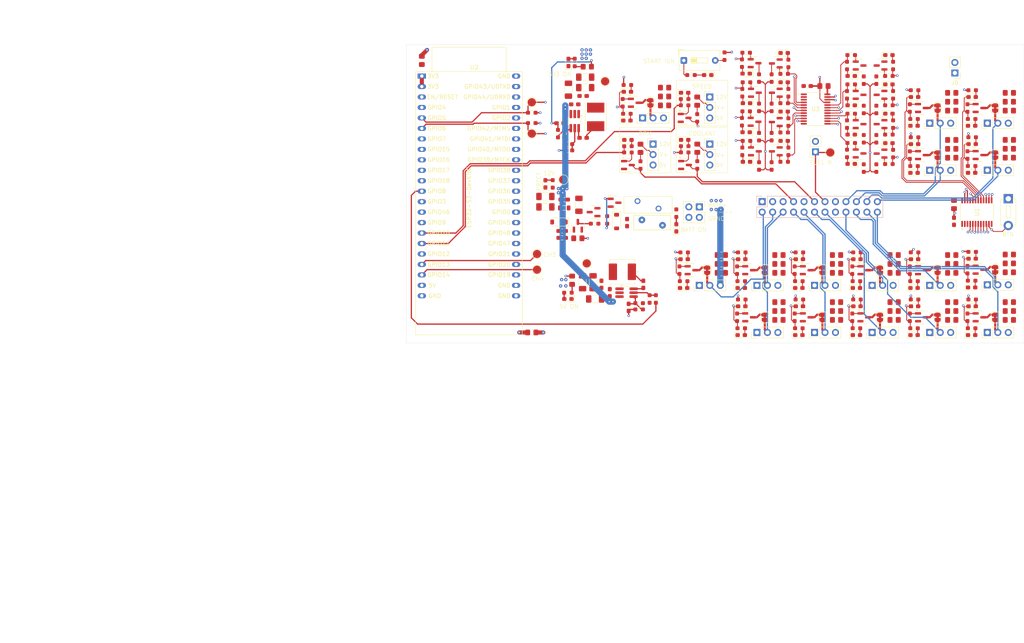
<source format=kicad_pcb>
(kicad_pcb (version 20241229) (generator "pcbnew") (generator_version "9.0")
  (title_block (title "Emulator board") (date "2025-08-14") (rev "0.0") (comment 1 "https://cadlab.io/projects/vxdash") (comment 2 "https://github.com/martinroger/VXDash"))
  (layers (0 "F.Cu" signal "Top") (4 "In1.Cu" signal) (6 "In2.Cu" signal) (2 "B.Cu" signal "Bottom") (13 "F.Paste" user) (15 "B.Paste" user) (5 "F.SilkS" user "F.Silkscreen") (7 "B.SilkS" user "B.Silkscreen") (1 "F.Mask" user) (3 "B.Mask" user) (25 "Edge.Cuts" user))
  (net 0 "")
  (net 1 "/5V_SMPS_1/5V_SW")
  (net 2 "GND")
  (net 3 "RPM_HALL")
  (net 4 "Net-(IC1-BST)")
  (net 5 "SPEED_HALL")
  (net 6 "/5V_SMPS_1/5V_FB")
  (net 7 "/5V_SMPS_1/5V_OUT")
  (net 8 "/3V3_SMPS/3V3_SW")
  (net 9 "Net-(IC2-BST)")
  (net 10 "/3V3_SMPS/3V3_OUT")
  (net 11 "/3V3_SMPS/3V3_FB")
  (net 12 "Net-(D31-K)")
  (net 13 "Net-(D1-A)")
  (net 14 "Net-(D7-A)")
  (net 15 "Net-(D43-A)")
  (net 16 "Net-(D44-A)")
  (net 17 "/cel")
  (net 18 "Net-(D45-A)")
  (net 19 "Net-(D46-A)")
  (net 20 "Net-(D47-A)")
  (net 21 "Net-(D48-A)")
  (net 22 "Net-(D49-A)")
  (net 23 "Net-(D50-A)")
  (net 24 "Net-(D51-A)")
  (net 25 "FUEL_LVL_Rsense")
  (net 26 "Net-(D52-A)")
  (net 27 "Net-(D25-A)")
  (net 28 "Net-(D26-A)")
  (net 29 "Net-(D27-A)")
  (net 30 "Net-(D28-A)")
  (net 31 "Net-(D29-A)")
  (net 32 "Net-(D30-A)")
  (net 33 "/POWER INPUT/Power_Mid")
  (net 34 "Net-(D32-A)")
  (net 35 "Net-(D33-A)")
  (net 36 "Net-(D34-A)")
  (net 37 "Net-(D35-A)")
  (net 38 "Net-(D36-A)")
  (net 39 "Net-(D37-A)")
  (net 40 "Net-(D38-A)")
  (net 41 "Net-(D39-A)")
  (net 42 "Net-(D40-A)")
  (net 43 "Net-(D41-A)")
  (net 44 "Net-(D42-A)")
  (net 45 "Net-(IC1-EN)")
  (net 46 "/3V3_SMPS/3V3_EN")
  (net 49 "CEL_ActLO")
  (net 50 "ALARM_ActHI")
  (net 51 "COOLANT_ActHI")
  (net 52 "Net-(J2-Pin_2)")
  (net 53 "Net-(J3-Pin_2)")
  (net 54 "Net-(J5-Pin_2)")
  (net 55 "/SDA")
  (net 56 "/SCL")
  (net 57 "/Switchable Resistor 1/Res_GND")
  (net 58 "Net-(Q5-G)")
  (net 59 "/Switchable Resistor 0/Res_GND")
  (net 60 "Net-(Q6-G)")
  (net 61 "/Switchable Resistor 2/Res_GND")
  (net 62 "Net-(Q7-G)")
  (net 63 "/Switchable Resistor 3/Res_GND")
  (net 64 "/Switchable Resistor 4/Res_GND")
  (net 65 "/Switchable Resistor 5/Res_GND")
  (net 66 "L_TURN_ActHI")
  (net 67 "/Switchable Resistor 6/Res_GND")
  (net 68 "IGNITION_ActHI")
  (net 69 "ABS_ActLO")
  (net 70 "DOOR_ActLO")
  (net 71 "/Switchable Resistor 7/Res_GND")
  (net 72 "BTN_ActLO")
  (net 73 "/Switchable Resistor 10/Res_GND")
  (net 74 "AIRBAG_ActLO")
  (net 75 "OIL_ALRM_ActLO")
  (net 76 "PARK_ActLO")
  (net 77 "BRAKE_ActLO")
  (net 78 "ALTERN_ActLO")
  (net 79 "BATT12V+")
  (net 80 "/Switchable Resistor11/Res_GND")
  (net 81 "Net-(Q16-G)")
  (net 82 "Net-(Q17-G)")
  (net 83 "/Switchable Resistor 12/Res_GND")
  (net 84 "Net-(Q18-G)")
  (net 85 "/Switchable Resistor 13/Res_GND")
  (net 86 "/Switchable Resistor 17/Res_GND")
  (net 87 "Net-(Q19-G)")
  (net 88 "/Switchable Resistor 15/Res_GND")
  (net 89 "Net-(Q20-G)")
  (net 90 "/Switchable Resistor 14/Res_GND")
  (net 91 "Net-(Q21-G)")
  (net 92 "Net-(Q22-G)")
  (net 93 "/Switchable Resistor 16/Res_GND")
  (net 94 "/ledc_chan_2")
  (net 95 "Net-(R3-Pad1)")
  (net 96 "/ledc_chan_1")
  (net 97 "Net-(R7-Pad1)")
  (net 98 "Net-(U1-VCC)")
  (net 99 "/ledc_chan_0")
  (net 100 "Net-(R13-Pad1)")
  (net 101 "Net-(R17-Pad1)")
  (net 102 "/ign_EN")
  (net 103 "Net-(SW1-B)")
  (net 104 "Net-(U3-VCC)")
  (net 105 "/5v_enable")
  (net 106 "Net-(D53-A)")
  (net 107 "Net-(D54-A)")
  (net 108 "Net-(D55-A)")
  (net 109 "Net-(D56-A)")
  (net 110 "Net-(D57-A)")
  (net 111 "Net-(D58-A)")
  (net 112 "Net-(D59-A)")
  (net 113 "Net-(D60-A)")
  (net 114 "WATER_T_PWM")
  (net 115 "Net-(D61-A)")
  (net 116 "Net-(D62-A)")
  (net 117 "Net-(D63-A)")
  (net 118 "Net-(D64-A)")
  (net 119 "Net-(D65-A)")
  (net 120 "Net-(D2-A)")
  (net 121 "Net-(D3-A)")
  (net 122 "Net-(D4-A)")
  (net 123 "Net-(D5-A)")
  (net 124 "Net-(D6-A)")
  (net 125 "Net-(D66-A)")
  (net 126 "/alarm")
  (net 127 "Net-(D67-A)")
  (net 128 "Net-(D68-A)")
  (net 129 "/Switchable Resistor 1/Res_ON")
  (net 130 "/Switchable Resistor 0/Res_ON")
  (net 131 "/Switchable Resistor 2/Res_ON")
  (net 132 "/Switchable Resistor 3/Res_ON")
  (net 133 "/Switchable Resistor 4/Res_ON")
  (net 134 "/Switchable Resistor 5/Res_ON")
  (net 135 "/Switchable Resistor 6/Res_ON")
  (net 136 "/Switchable Resistor 7/Res_ON")
  (net 137 "/Switchable Resistor 10/Res_ON")
  (net 138 "/Switchable Resistor11/Res_ON")
  (net 139 "/Switchable Resistor 12/Res_ON")
  (net 140 "/Switchable Resistor 13/Res_ON")
  (net 141 "/Switchable Resistor 17/Res_ON")
  (net 142 "/Switchable Resistor 15/Res_ON")
  (net 143 "/Switchable Resistor 14/Res_ON")
  (net 144 "Protected_12V")
  (net 145 "+5V_1")
  (net 146 "/Switchable Resistor 16/Res_ON")
  (net 147 "+3V3")
  (net 148 "Net-(U2-5V)")
  (net 149 "/ledc_chan_3")
  (net 150 "/ledc_chan_4")
  (net 151 "/POWER INPUT/Power_Fused")
  (net 153 "/POWER INPUT/Power_Pre-Filter")
  (net 165 "Net-(D8-A)")
  (net 167 "Net-(D69-A)")
  (net 168 "Net-(D70-A)")
  (net 169 "Net-(D71-A)")
  (net 171 "Net-(D72-A)")
  (net 172 "Net-(D73-A)")
  (net 173 "/airbag")
  (net 174 "/abs")
  (net 177 "/oil")
  (net 178 "/brakes")
  (net 179 "/parking")
  (net 180 "/ignition")
  (net 181 "/button")
  (net 182 "/coolant")
  (net 184 "/right_turn")
  (net 185 "/full_beams")
  (net 187 "/door")
  (net 188 "/backlight")
  (net 191 "/left_turn")
  (net 192 "/alternator")
  (net 203 "Net-(Q1-G)")
  (net 204 "Net-(Q2-G)")
  (net 205 "Net-(Q3-G)")
  (net 206 "Net-(Q4-G)")
  (net 207 "Net-(Q8-G)")
  (net 208 "Net-(Q9-G)")
  (net 209 "Net-(Q10-D)")
  (net 210 "Net-(Q13-G)")
  (net 211 "Net-(Q14-G)")
  (net 212 "Net-(Q15-G)")
  (net 213 "H_BEAM_ActHI")
  (net 214 "L_BEAM_ActHI")
  (net 215 "R_TURN_ActLO")
  (net 216 "Net-(D74-A)")
  (net 217 "Net-(Q23-G)")
  (net 218 "Net-(Q24-G)")
  (net 219 "Net-(Q25-G)")
  (net 220 "Net-(Q26-G)")
  (net 221 "Net-(Q27-G)")
  (net 222 "Net-(Q28-G)")
  (net 223 "Net-(Q29-G)")
  (net 224 "Net-(Q30-G)")
  (net 225 "Net-(Q31-G)")
  (net 226 "Net-(Q32-G)")
  (net 227 "Net-(Q33-G)")
  (net 228 "Net-(Q34-G)")
  (net 229 "Net-(Q35-G)")
  (net 230 "Net-(Q36-G)")
  (net 231 "Net-(Q37-G)")
  (net 232 "Net-(Q38-G)")
  (net 233 "Net-(JP1-A)")
  (net 234 "Net-(JP2-A)")
  (net 235 "Net-(JP3-A)")
  (net 236 "Net-(JP4-A)")
  (net 237 "Net-(JP5-A)")
  (net 238 "Net-(JP6-A)")
  (net 239 "Net-(JP7-A)")
  (net 240 "Net-(JP8-A)")
  (net 241 "Net-(JP9-A)")
  (net 242 "Net-(JP10-A)")
  (net 243 "Net-(JP11-A)")
  (net 244 "Net-(JP12-A)")
  (net 245 "Net-(JP13-A)")
  (net 246 "Net-(JP14-A)")
  (net 247 "Net-(JP15-A)")
  (net 248 "Net-(JP16-A)")
  (footprint "Resistor_SMD:R_0603_1608Metric_Pad0.98x0.95mm_HandSolder" (layer "F.Cu") (at 195.5015 66.9665)
    (property "Reference" "R109" (hide yes))
    (property "Value" "1k")
  )
  (footprint "Capacitor_SMD:C_1206_3216Metric_Pad1.33x1.80mm_HandSolder" (layer "F.Cu") (at 156.464 61.214 180)
    (property "Reference" "C15" (hide yes))
    (property "Value" "22u")
  )
  (footprint "Package_TO_SOT_SMD:SOT-23" (layer "F.Cu") (at 197.612 76.6845)
    (property "Reference" "Q14" (hide yes))
    (property "Value" "2N7002")
  )
  (footprint "Package_TO_SOT_SMD:SOT-23" (layer "F.Cu") (at 210.185 105.537)
    (property "Reference" "Q30" (hide yes))
    (property "Value" "2N7002")
  )
  (footprint "Resistor_SMD:R_0603_1608Metric_Pad0.98x0.95mm_HandSolder" (layer "F.Cu") (at 194.437 101.219)
    (property "Reference" "R165" (hide yes))
    (property "Value" "270")
  )
  (footprint "Resistor_SMD:R_0805_2012Metric_Pad1.20x1.40mm_HandSolder" (layer "F.Cu") (at 189.484 101.854)
    (property "Reference" "R157" (hide yes))
    (property "Value" "1k")
  )
  (footprint "LED_SMD:LED_0603_1608Metric_Pad1.05x0.95mm_HandSolder" (layer "F.Cu") (at 194.437 114.3)
    (property "Reference" "D51" (hide yes))
    (property "Value" "Out Hi")
  )
  (footprint "Capacitor_SMD:C_0603_1608Metric_Pad1.08x0.95mm_HandSolder" (layer "F.Cu") (at 155.956 63.246)
    (property "Reference" "C14" (hide yes))
    (property "Value" "100n")
  )
  (footprint "Package_TO_SOT_SMD:SOT-23" (layer "F.Cu") (at 223.012 77.1925)
    (property "Reference" "Q16" (hide yes))
    (property "Value" "2N7002")
  )
  (footprint "TestPoint:TestPoint_Pad_D2.0mm" (layer "F.Cu") (at 215.9 76.962)
    (property "Reference" "TP3" (hide yes))
    (property "Value" "TP_FUEL")
  )
  (footprint "Resistor_SMD:R_0603_1608Metric_Pad0.98x0.95mm_HandSolder" (layer "F.Cu") (at 227.076 73.6365 90)
    (property "Reference" "R31" (hide yes))
    (property "Value" "2k")
  )
  (footprint "LED_SMD:LED_0603_1608Metric_Pad1.05x0.95mm_HandSolder" (layer "F.Cu") (at 222.25 109.855)
    (property "Reference" "D72" (hide yes))
    (property "Value" "Out Lo")
  )
  (footprint "Resistor_SMD:R_0603_1608Metric_Pad0.98x0.95mm_HandSolder" (layer "F.Cu") (at 204.724 79.2245 180)
    (property "Reference" "R115" (hide yes))
    (property "Value" "1k")
  )
  (footprint "LED_SMD:LED_0603_1608Metric_Pad1.05x0.95mm_HandSolder" (layer "F.Cu") (at 220.98 79.7325 180)
    (property "Reference" "D36" (hide yes))
    (property "Value" "ResON")
  )
  (footprint "Resistor_SMD:R_0603_1608Metric_Pad0.98x0.95mm_HandSolder" (layer "F.Cu") (at 222.25 119.634)
    (property "Reference" "R226" (hide yes))
    (property "Value" "270")
  )
  (footprint "Capacitor_SMD:C_1206_3216Metric_Pad1.33x1.80mm_HandSolder" (layer "F.Cu") (at 158.369 108.458 -90)
    (property "Reference" "C9" (hide yes))
    (property "Value" "22u")
  )
  (footprint "Fuse:Fuse_BelFuse_0ZRE0033FF_L11.4mm_W3.8mm" (layer "F.Cu") (at 174.249 90.567 180)
    (property "Reference" "F1" (hide yes))
    (property "Value" "0ZRB0250FF1E")
  )
  (footprint "Resistor_SMD:R_0805_2012Metric_Pad1.20x1.40mm_HandSolder" (layer "F.Cu") (at 245.364 115.443)
    (property "Reference" "R216" (hide yes))
    (property "Value" "1k")
  )
  (footprint "Resistor_SMD:R_0603_1608Metric_Pad0.98x0.95mm_HandSolder" (layer "F.Cu") (at 220.98 53.3165)
    (property "Reference" "R127" (hide yes))
    (property "Value" "1k")
  )
  (footprint "Resistor_SMD:R_0603_1608Metric_Pad0.98x0.95mm_HandSolder" (layer "F.Cu") (at 151.384 72.39 -90)
    (property "Reference" "R94" (hide yes))
    (property "Value" "24k")
  )
  (footprint "Resistor_SMD:R_0603_1608Metric_Pad0.98x0.95mm_HandSolder" (layer "F.Cu") (at 195.58 59.9205)
    (property "Reference" "R105" (hide yes))
    (property "Value" "1k")
  )
  (footprint "Jumper:SolderJumper-2_P1.3mm_Bridged_RoundedPad1.0x1.5mm" (layer "F.Cu") (at 241.935 116.967 -90)
    (property "Reference" "JP13" (hide yes))
    (property "Value" "Bypass JP")
  )
  (footprint "Resistor_SMD:R_0603_1608Metric_Pad0.98x0.95mm_HandSolder" (layer "F.Cu") (at 143.51 67.31)
    (property "Reference" "R40" (hide yes))
    (property "Value" "4k7")
  )
  (footprint "Jumper:SolderJumper-2_P1.3mm_Bridged_RoundedPad1.0x1.5mm" (layer "F.Cu") (at 241.935 66.167 -90)
    (property "Reference" "JP1" (hide yes))
    (property "Value" "Bypass JP")
  )
  (footprint "Resistor_SMD:R_0805_2012Metric_Pad1.20x1.40mm_HandSolder" (layer "F.Cu") (at 175.71625 65.532)
    (property "Reference" "R141" (hide yes))
    (property "Value" "1k")
  )
  (footprint "Resistor_SMD:R_0805_2012Metric_Pad1.20x1.40mm_HandSolder" (layer "F.Cu") (at 245.364 73.914)
    (property "Reference" "R151" (hide yes))
    (property "Value" "1k")
  )
  (footprint "Resistor_SMD:R_0603_1608Metric_Pad0.98x0.95mm_HandSolder" (layer "F.Cu") (at 190.246 53.594 -90)
    (property "Reference" "R19" (hide yes))
    (property "Value" "1k")
  )
  (footprint "Connector_PinHeader_2.54mm:PinHeader_1x03_P2.54mm_Vertical" (layer "F.Cu") (at 226.06 109.22 90)
    (property "Reference" "J21" (hide yes))
    (property "Value" "Manual backup")
  )
  (footprint "LED_SMD:LED_0603_1608Metric_Pad1.05x0.95mm_HandSolder" (layer "F.Cu") (at 250.317 74.915)
    (property "Reference" "D59" (hide yes))
    (property "Value" "Out Hi")
  )
  (footprint "Resistor_SMD:R_0603_1608Metric_Pad0.98x0.95mm_HandSolder" (layer "F.Cu") (at 235.204 116.967 90)
    (property "Reference" "R215" (hide yes))
    (property "Value" "1k")
  )
  (footprint "Resistor_SMD:R_0603_1608Metric_Pad0.98x0.95mm_HandSolder" (layer "F.Cu") (at 249.174 66.167 90)
    (property "Reference" "R191" (hide yes))
    (property "Value" "1k")
  )
  (footprint "LED_SMD:LED_0603_1608Metric_Pad1.05x0.95mm_HandSolder" (layer "F.Cu") (at 180.34 109.855)
    (property "Reference" "D50" (hide yes))
    (property "Value" "Out Lo")
  )
  (footprint "Capacitor_SMD:C_1206_3216Metric_Pad1.33x1.80mm_HandSolder" (layer "F.Cu") (at 146.807 90.175)
    (property "Reference" "C21" (hide yes))
    (property "Value" "10u")
  )
  (footprint "Capacitor_SMD:C_0603_1608Metric_Pad1.08x0.95mm_HandSolder" (layer "F.Cu") (at 155.956 73.406 180)
    (property "Reference" "C12" (hide yes))
    (property "Value" "100n")
  )
  (footprint "LED_SMD:LED_0603_1608Metric_Pad1.05x0.95mm_HandSolder" (layer "F.Cu") (at 166.69925 62.23)
    (property "Reference" "D44" (hide yes))
    (property "Value" "Out Hi")
  )
  (footprint "Resistor_SMD:R_0603_1608Metric_Pad0.98x0.95mm_HandSolder" (layer "F.Cu") (at 166.82625 75.438)
    (property "Reference" "R6" (hide yes))
    (property "Value" "270")
  )
  (footprint "Resistor_SMD:R_0603_1608Metric_Pad0.98x0.95mm_HandSolder" (layer "F.Cu") (at 219.964 55.8565 -90)
    (property "Reference" "R126" (hide yes))
    (property "Value" "330")
  )
  (footprint "Package_TO_SOT_SMD:SOT-23" (layer "F.Cu") (at 197.612 62.4605)
    (property "Reference" "Q7" (hide yes))
    (property "Value" "2N7002")
  )
  (footprint "Package_TO_SOT_SMD:SOT-23" (layer "F.Cu") (at 180.578 68.564)
    (property "Reference" "Q1" (hide yes))
    (property "Value" "2N7002")
  )
  (footprint "Package_TO_SOT_SMD:SOT-23" (layer "F.Cu") (at 210.185 116.967)
    (property "Reference" "Q29" (hide yes))
    (property "Value" "2N7002")
  )
  (footprint "Resistor_SMD:R_0603_1608Metric_Pad0.98x0.95mm_HandSolder" (layer "F.Cu") (at 149.86 72.39 -90)
    (property "Reference" "R93" (hide yes))
    (property "Value" "75k")
  )
  (footprint "Capacitor_SMD:C_0603_1608Metric_Pad1.08x0.95mm_HandSolder" (layer "F.Cu") (at 150.871 96.017)
    (property "Reference" "C18" (hide yes))
    (property "Value" "100n")
  )
  (footprint "Package_SO:TSSOP-24_4.4x7.8mm_P0.65mm" (layer "F.Cu") (at 251.46 91.44 90)
    (property "Reference" "U1")
    (property "Value" "TCA9555PWR")
  )
  (footprint "Resistor_SMD:R_0603_1608Metric_Pad0.98x0.95mm_HandSolder" (layer "F.Cu") (at 150.876 97.684 180)
    (property "Reference" "R111" (hide yes))
    (property "Value" "10k")
  )
  (footprint "Resistor_SMD:R_0805_2012Metric_Pad1.20x1.40mm_HandSolder" (layer "F.Cu") (at 217.424 113.284)
    (property "Reference" "R175" (hide yes))
    (property "Value" "1k")
  )
  (footprint "Package_TO_SOT_SMD:SOT-23" (layer "F.Cu") (at 252.095 66.167)
    (property "Reference" "Q32" (hide yes))
    (property "Value" "2N7002")
  )
  (footprint "Inductor_SMD:L_0805_2012Metric" (layer "F.Cu") (at 151.379 90.429 180)
    (property "Reference" "FB1" (hide yes))
    (property "Value" "120R@100MHz")
  )
  (footprint "LED_SMD:LED_0603_1608Metric_Pad1.05x0.95mm_HandSolder" (layer "F.Cu") (at 250.317 102.743)
    (property "Reference" "D63" (hide yes))
    (property "Value" "Out Hi")
  )
  (footprint "Resistor_SMD:R_0603_1608Metric_Pad0.98x0.95mm_HandSolder" (layer "F.Cu") (at 224.028 66.5245 90)
    (property "Reference" "R34" (hide yes))
    (property "Value" "2k")
  )
  (footprint "Connector_PinHeader_2.54mm:PinHeader_1x03_P2.54mm_Vertical" (layer "F.Cu") (at 240.03 69.85 90)
    (property "Reference" "J8" (hide yes))
    (property "Value" "Manual backup")
  )
  (footprint "LED_SMD:LED_0603_1608Metric_Pad1.05x0.95mm_HandSolder" (layer "F.Cu") (at 194.437 102.87)
    (property "Reference" "D53" (hide yes))
    (property "Value" "Out Hi")
  )
  (footprint "LED_SMD:LED_0603_1608Metric_Pad1.05x0.95mm_HandSolder" (layer "F.Cu") (at 208.28 121.285)
    (property "Reference" "D56" (hide yes))
    (property "Value" "Out Lo")
  )
  (footprint "Resistor_SMD:R_0603_1608Metric_Pad0.98x0.95mm_HandSolder" (layer "F.Cu") (at 180.467 101.219)
    (property "Reference" "R153" (hide yes))
    (property "Value" "270")
  )
  (footprint "Resistor_SMD:R_0805_2012Metric_Pad1.20x1.40mm_HandSolder" (layer "F.Cu") (at 203.454 117.602)
    (property "Reference" "R164" (hide yes))
    (property "Value" "1k")
  )
  (footprint "Resistor_SMD:R_0603_1608Metric_Pad0.98x0.95mm_HandSolder" (layer "F.Cu") (at 195.5015 52.7425)
    (property "Reference" "R99" (hide yes))
    (property "Value" "1k")
  )
  (footprint "Resistor_SMD:R_0603_1608Metric_Pad0.98x0.95mm_HandSolder" (layer "F.Cu") (at 179.324 105.537 90)
    (property "Reference" "R155" (hide yes))
    (property "Value" "1k")
  )
  (footprint "LED_SMD:LED_0603_1608Metric_Pad1.05x0.95mm_HandSolder" (layer "F.Cu") (at 195.58 79.2245 180)
    (property "Reference" "D34" (hide yes))
    (property "Value" "ResON")
  )
  (footprint "Resistor_SMD:R_0603_1608Metric_Pad0.98x0.95mm_HandSolder" (layer "F.Cu") (at 194.4855 69.5065 -90)
    (property "Reference" "R108" (hide yes))
    (property "Value" "330")
  )
  (footprint "Resistor_SMD:R_0603_1608Metric_Pad0.98x0.95mm_HandSolder" (layer "F.Cu") (at 250.19 68.834)
    (property "Reference" "R190" (hide yes))
    (property "Value" "270")
  )
  (footprint "Resistor_SMD:R_0805_2012Metric_Pad1.20x1.40mm_HandSolder" (layer "F.Cu") (at 217.424 101.854)
    (property "Reference" "R181" (hide yes))
    (property "Value" "1k")
  )
  (footprint "Jumper:SolderJumper-2_P1.3mm_Bridged_RoundedPad1.0x1.5mm" (layer "F.Cu") (at 227.965 116.967 -90)
    (property "Reference" "JP15" (hide yes))
    (property "Value" "Bypass JP")
  )
  (footprint "Resistor_SMD:R_0603_1608Metric_Pad0.98x0.95mm_HandSolder" (layer "F.Cu") (at 152.4 76.454)
    (property "Reference" "R91" (hide yes))
    (property "Value" "820k")
  )
  (footprint "Connector_PinHeader_2.54mm:PinHeader_1x03_P2.54mm_Vertical" (layer "F.Cu") (at 254 109.093 90)
    (property "Reference" "J17" (hide yes))
    (property "Value" "Manual backup")
  )
  (footprint "Capacitor_SMD:C_0603_1608Metric_Pad1.08x0.95mm_HandSolder" (layer "F.Cu") (at 210.312 60.833)
    (property "Reference" "C2" (hide yes))
    (property "Value" "100n")
  )
  (footprint "Connector_PinHeader_2.54mm:PinHeader_1x03_P2.54mm_Vertical" (layer "F.Cu") (at 212.09 109.22 90)
    (property "Reference" "J14" (hide yes))
    (property "Value" "Manual backup")
  )
  (footprint "Resistor_SMD:R_0603_1608Metric_Pad0.98x0.95mm_HandSolder" (layer "F.Cu") (at 224.028 59.4125 90)
    (property "Reference" "R36" (hide yes))
    (property "Value" "2k")
  )
  (footprint "Package_TO_SOT_SMD:SOT-23" (layer "F.Cu") (at 223.012 62.9685)
    (property "Reference" "Q20" (hide yes))
    (property "Value" "2N7002")
  )
  (footprint "Resistor_SMD:R_0603_1608Metric_Pad0.98x0.95mm_HandSolder" (layer "F.Cu") (at 250.19 119.634)
    (property "Reference" "R202" (hide yes))
    (property "Value" "270")
  )
  (footprint "LED_SMD:LED_0603_1608Metric_Pad1.05x0.95mm_HandSolder" (layer "F.Cu") (at 194.31 109.855)
    (property "Reference" "D54" (hide yes))
    (property "Value" "Out Lo")
  )
  (footprint "Connector_PinHeader_2.54mm:PinHeader_1x03_P2.54mm_Vertical" (layer "F.Cu") (at 186.69 74.93)
    (property "Reference" "J5" (hide yes))
    (property "Value" "Level_Select")
  )
  (footprint "LED_SMD:LED_0603_1608Metric_Pad1.05x0.95mm_HandSolder" (layer "F.Cu") (at 222.377 114.3)
    (property "Reference" "D73" (hide yes))
    (property "Value" "Out Hi")
  )
  (footprint "Resistor_SMD:R_0603_1608Metric_Pad0.98x0.95mm_HandSolder" (layer "F.Cu") (at 183.642 79.995 90)
    (property "Reference" "R14" (hide yes))
    (property "Value" "1k")
  )
  (footprint "Resistor_SMD:R_0805_2012Metric_Pad1.20x1.40mm_HandSolder" (layer "F.Cu") (at 175.71625 63.373)
    (property "Reference" "R140" (hide yes))
    (property "Value" "1k")
  )
  (footprint "Resistor_SMD:R_0603_1608Metric_Pad0.98x0.95mm_HandSolder" (layer "F.Cu") (at 219.964 70.0805 -90)
    (property "Reference" "R124" (hide yes))
    (property "Value" "330")
  )
  (footprint "Package_TO_SOT_SMD:SOT-23" (layer "F.Cu") (at 196.215 116.967)
    (property "Reference" "Q27" (hide yes))
    (property "Value" "2N7002")
  )
  (footprint "Resistor_SMD:R_0603_1608Metric_Pad0.98x0.95mm_HandSolder" (layer "F.Cu") (at 198.628 66.0165 90)
    (property "Reference" "R24" (hide yes))
    (property "Value" "270")
  )
  (footprint "Package_TO_SOT_SMD:SOT-23" (layer "F.Cu") (at 224.155 105.537)
    (property "Reference" "Q37" (hide yes))
    (property "Value" "2N7002")
  )
  (footprint "Package_TO_SOT_SMD:SOT-23" (layer "F.Cu") (at 252.095 105.41)
    (property "Reference" "Q33" (hide yes))
    (property "Value" "2N7002")
  )
  (footprint "Resistor_SMD:R_0603_1608Metric_Pad0.98x0.95mm_HandSolder" (layer "F.Cu") (at 178.562 91.694 -90)
    (property "Reference" "R9" (hide yes))
    (property "Value" "3k")
  )
  (footprint "Resistor_SMD:R_0805_2012Metric_Pad1.20x1.40mm_HandSolder" (layer "F.Cu") (at 203.454 115.443)
    (property "Reference" "R162" (hide yes))
    (property "Value" "1k")
  )
  (footprint "Resistor_SMD:R_0603_1608Metric_Pad0.98x0.95mm_HandSolder" (layer "F.Cu") (at 201.676 73.1285 90)
    (property "Reference" "R25" (hide yes))
    (property "Value" "270")
  )
  (footprint "Connector_PinHeader_2.54mm:PinHeader_2x02_P2.54mm_Vertical" (layer "F.Cu") (at 184.15 90.17 -90)
    (property "Reference" "J4" (hide yes))
    (property "Value" "Board supply")
  )
  (footprint "LED_SMD:LED_0603_1608Metric_Pad1.05x0.95mm_HandSolder" (layer "F.Cu") (at 208.407 102.87)
    (property "Reference" "D57" (hide yes))
    (property "Value" "Out Hi")
  )
  (footprint "Resistor_SMD:R_0603_1608Metric_Pad0.98x0.95mm_HandSolder" (layer "F.Cu") (at 195.58 74.1445)
    (property "Reference" "R117" (hide yes))
    (property "Value" "1k")
  )
  (footprint "LED_SMD:LED_0603_1608Metric_Pad1.05x0.95mm_HandSolder" (layer "F.Cu") (at 220.98 65.5085 180)
    (property "Reference" "D40" (hide yes))
    (property "Value" "ResON")
  )
  (footprint "Resistor_SMD:R_0603_1608Metric_Pad0.98x0.95mm_HandSolder" (layer "F.Cu") (at 180.34 108.204)
    (property "Reference" "R154" (hide yes))
    (property "Value" "270")
  )
  (footprint "Package_TO_SOT_SMD:SOT-23" (layer "F.Cu") (at 252.095 77.582)
    (property "Reference" "Q31" (hide yes))
    (property "Value" "2N7002")
  )
  (footprint "LED_SMD:LED_0603_1608Metric_Pad1.05x0.95mm_HandSolder" (layer "F.Cu") (at 230.124 74.69)
    (property "Reference" "D35" (hide yes))
    (property "Value" "ResON")
  )
  (footprint "Connector_PinHeader_2.54mm:PinHeader_1x03_P2.54mm_Vertical" (layer "F.Cu") (at 240.03 120.65 90)
    (property "Reference" "J20" (hide yes))
    (property "Value" "Manual backup")
  )
  (footprint "Resistor_SMD:R_0603_1608Metric_Pad0.98x0.95mm_HandSolder" (layer "F.Cu") (at 205.74 55.3485 90)
    (property "Reference" "R100" (hide yes))
    (property "Value" "330")
  )
  (footprint "Resistor_SMD:R_0603_1608Metric_Pad0.98x0.95mm_HandSolder" (layer "F.Cu") (at 250.317 101.092)
    (property "Reference" "R195" (hide yes))
    (property "Value" "270")
  )
  (footprint "LED_SMD:LED_0603_1608Metric_Pad1.05x0.95mm_HandSolder" (layer "F.Cu") (at 204.724 74.1445)
    (property "Reference" "D33" (hide yes))
    (property "Value" "ResON")
  )
  (footprint "LED_SMD:LED_0603_1608Metric_Pad1.05x0.95mm_HandSolder" (layer "F.Cu") (at 236.22 121.285)
    (property "Reference" "D70" (hide yes))
    (property "Value" "Out Lo")
  )
  (footprint "Resistor_SMD:R_0603_1608Metric_Pad0.98x0.95mm_HandSolder" (layer "F.Cu") (at 148.585 84.587 90)
    (property "Reference" "R20" (hide yes))
    (property "Value" "3k")
  )
  (footprint "Package_TO_SOT_SMD:SOT-23" (layer "F.Cu") (at 197.5335 69.5065)
    (property "Reference" "Q9" (hide yes))
    (property "Value" "2N7002")
  )
  (footprint "Jumper:SolderJumper-2_P1.3mm_Bridged_RoundedPad1.0x1.5mm" (layer "F.Cu") (at 213.995 105.537 -90)
    (property "Reference" "JP7" (hide yes))
    (property "Value" "Bypass JP")
  )
  (footprint "Resistor_SMD:R_0603_1608Metric_Pad0.98x0.95mm_HandSolder" (layer "F.Cu") (at 166.57225 67.564)
    (property "Reference" "R135" (hide yes))
    (property "Value" "270")
  )
  (footprint "Connector_PinHeader_2.54mm:PinHeader_1x03_P2.54mm_Vertical" (layer "F.Cu") (at 184.15 109.22 90)
    (property "Reference" "J10" (hide yes))
    (property "Value" "Manual backup")
  )
  (footprint "Connector_PinHeader_2.54mm:PinHeader_1x03_P2.54mm_Vertical" (layer "F.Cu") (at 254 120.65 90)
    (property "Reference" "J18" (hide yes))
    (property "Value" "Manual backup")
  )
  (footprint "LED_SMD:LED_0603_1608Metric_Pad1.05x0.95mm_HandSolder" (layer "F.Cu") (at 250.317 63.5)
    (property "Reference" "D61" (hide yes))
    (property "Value" "Out Hi")
  )
  (footprint "Package_TO_SOT_SMD:SOT-23" (layer "F.Cu") (at 182.245 105.537)
    (property "Reference" "Q26" (hide yes))
    (property "Value" "2N7002")
  )
  (footprint "Package_TO_SOT_SMD:TSOT-23-6_HandSoldering" (layer "F.Cu") (at 153.924 69.342 -90)
    (property "Reference" "IC2" (hide yes))
    (property "Value" "AP62200")
  )
  (footprint "Capacitor_SMD:C_0603_1608Metric_Pad1.08x0.95mm_HandSolder" (layer "F.Cu") (at 166.619 93.985 90)
    (property "Reference" "C17" (hide yes))
    (property "Value" "100n")
  )
  (footprint "Resistor_SMD:R_0603_1608Metric_Pad0.98x0.95mm_HandSolder" (layer "F.Cu") (at 194.31 119.634)
    (property "Reference" "R160" (hide yes))
    (property "Value" "270")
  )
  (footprint "Resistor_SMD:R_0805_2012Metric_Pad1.20x1.40mm_HandSolder" (layer "F.Cu") (at 245.364 113.284)
    (property "Reference" "R217" (hide yes))
    (property "Value" "1k")
  )
  (footprint "Resistor_SMD:R_0805_2012Metric_Pad1.20x1.40mm_HandSolder" (layer "F.Cu") (at 245.364 62.484)
    (property "Reference" "R145" (hide yes))
    (property "Value" "1k")
  )
  (footprint "Resistor_SMD:R_0603_1608Metric_Pad0.98x0.95mm_HandSolder" (layer "F.Cu") (at 222.377 112.649)
    (property "Reference" "R225" (hide yes))
    (property "Value" "270")
  )
  (footprint "Resistor_SMD:R_0603_1608Metric_Pad0.98x0.95mm_HandSolder" (layer "F.Cu") (at 227.076 80.7485 90)
    (property "Reference" "R29" (hide yes))
    (property "Value" "2k")
  )
  (footprint "Jumper:SolderJumper-2_P1.3mm_Bridged_RoundedPad1.0x1.5mm" (layer "F.Cu") (at 200.025 116.967 -90)
    (property "Reference" "JP4" (hide yes))
    (property "Value" "Bypass JP")
  )
  (footprint "Capacitor_SMD:C_1206_3216Metric_Pad1.33x1.80mm_HandSolder" (layer "F.Cu") (at 152.4 61.722 -90)
    (property "Reference" "C10" (hide yes))
    (property "Value" "10u")
  )
  (footprint "Resistor_SMD:R_0603_1608Metric_Pad0.98x0.95mm_HandSolder" (layer "F.Cu") (at 180.594 75.423)
    (property "Reference" "R12" (hide yes))
    (property "Value" "270")
  )
  (footprint "Resistor_SMD:R_0603_1608Metric_Pad0.98x0.95mm_HandSolder" (layer "F.Cu") (at 220.98 60.4285)
    (property "Reference" "R129" (hide yes))
    (property "Value" "1k")
  )
  (footprint "Package_TO_SOT_SMD:SOT-23" (layer "F.Cu") (at 163.571 89.159)
    (property "Reference" "Q11" (hide yes))
    (property "Value" "PJA3441")
  )
  (footprint "LED_SMD:LED_0603_1608Metric_Pad1.05x0.95mm_HandSolder" (layer "F.Cu") (at 195.5015 72.0465 180)
    (property "Reference" "D30" (hide yes))
    (property "Value" "ResON")
  )
  (footprint "Package_TO_SOT_SMD:SOT-23" (layer "F.Cu") (at 228.092 77.23 180)
    (property "Reference" "Q15" (hide yes))
    (property "Value" "2N7002")
  )
  (footprint "Resistor_SMD:R_0603_1608Metric_Pad0.98x0.95mm_HandSolder" (layer "F.Cu") (at 193.294 116.967 90)
    (property "Reference" "R161" (hide yes))
    (property "Value" "1k")
  )
  (footprint "Diode_SMD:D_SOD-123" (layer "F.Cu") (at 150.104 93.842 180)
    (property "Reference" "D31" (hide yes))
    (property "Value" "18V")
  )
  (footprint "Resistor_SMD:R_0603_1608Metric_Pad0.98x0.95mm_HandSolder" (layer "F.Cu") (at 205.74 69.5725 90)
    (property "Reference" "R106" (hide yes))
    (property "Value" "330")
  )
  (footprint "Resistor_SMD:R_0603_1608Metric_Pad0.98x0.95mm_HandSolder" (layer "F.Cu") (at 236.347 73.279)
    (property "Reference" "R147" (hide yes))
    (property "Value" "270")
  )
  (footprint "Resistor_SMD:R_0603_1608Metric_Pad0.98x0.95mm_HandSolder" (layer "F.Cu") (at 208.407 112.649)
    (property "Reference" "R171" (hide yes))
    (property "Value" "270")
  )
  (footprint "Resistor_SMD:R_0603_1608Metric_Pad0.98x0.95mm_HandSolder" (layer "F.Cu") (at 220.98 67.5405)
    (property "Reference" "R125" (hide yes))
    (property "Value" "1k")
  )
  (footprint "Resistor_SMD:R_0603_1608Metric_Pad0.98x0.95mm_HandSolder" (layer "F.Cu") (at 230.124 72.6205 180)
    (property "Reference" "R123" (hide yes))
    (property "Value" "1k")
  )
  (footprint "Connector_PinHeader_2.54mm:PinHeader_1x03_P2.54mm_Vertical" (layer "F.Cu") (at 170.38225 68.58 90)
    (property "Reference" "J23" (hide yes))
    (property "Value" "Manual backup")
  )
  (footprint "LED_SMD:LED_0603_1608Metric_Pad1.05x0.95mm_HandSolder" (layer "F.Cu") (at 208.28 109.855)
    (property "Reference" "D58" (hide yes))
    (property "Value" "Out Lo")
  )
  (footprint "Resistor_SMD:R_0603_1608Metric_Pad0.98x0.95mm_HandSolder" (layer "F.Cu") (at 221.234 116.967 90)
    (property "Reference" "R227" (hide yes))
    (property "Value" "1k")
  )
  (footprint "Resistor_SMD:R_0603_1608Metric_Pad0.98x0.95mm_HandSolder" (layer "F.Cu") (at 201.676 80.2405 90)
    (property "Reference" "R27" (hide yes))
    (property "Value" "270")
  )
  (footprint "Capacitor_SMD:C_0603_1608Metric_Pad1.08x0.95mm_HandSolder" (layer "F.Cu") (at 162.433 110.998 -90)
    (property "Reference" "C4" (hide yes))
    (property "Value" "100n")
  )
  (footprint "Resistor_SMD:R_0805_2012Metric_Pad1.20x1.40mm_HandSolder" (layer "F.Cu") (at 203.454 106.172)
    (property "Reference" "R170" (hide yes))
    (property "Value" "1k")
  )
  (footprint "Resistor_SMD:R_0805_2012Metric_Pad1.20x1.40mm_HandSolder" (layer "F.Cu") (at 153.289 107.966 90)
    (property "Reference" "R37" (hide yes))
    (property "Value" "0R")
  )
  (footprint "Capacitor_SMD:C_1206_3216Metric_Pad1.33x1.80mm_HandSolder" (layer "F.Cu") (at 158.877 112.522)
    (property "Reference" "C3" (hide yes))
    (property "Value" "10u")
  )
  (footprint "LED_SMD:LED_0603_1608Metric_Pad1.05x0.95mm_HandSolder" (layer "F.Cu") (at 180.578 62.468)
    (property "Reference" "D1" (hide yes))
    (property "Value" "ledc_chan_2_ON")
  )
  (footprint "LED_SMD:LED_0603_1608Metric_Pad1.05x0.95mm_HandSolder" (layer "F.Cu") (at 250.19 70.485)
    (property "Reference" "D62" (hide yes))
    (property "Value" "Out Lo")
  )
  (footprint "LED_SMD:LED_0603_1608Metric_Pad1.05x0.95mm_HandSolder" (layer "F.Cu") (at 195.5015 57.8225 180)
    (property "Reference" "D25" (hide yes))
    (property "Value" "ResON")
  )
  (footprint "Resistor_SMD:R_0603_1608Metric_Pad0.98x0.95mm_HandSolder" (layer "F.Cu") (at 152.4 74.93 180)
    (property "Reference" "R92" (hide yes))
    (property "Value" "120k")
  )
  (footprint "Resistor_SMD:R_0805_2012Metric_Pad1.20x1.40mm_HandSolder" (layer "F.Cu") (at 116.84 54.61 90)
    (property "Reference" "R17" (hide yes))
    (property "Value" "0R")
  )
  (footprint "Jumper:SolderJumper-2_P1.3mm_Bridged_RoundedPad1.0x1.5mm" (layer "F.Cu") (at 200.025 105.537 -90)
    (property "Reference" "JP5" (hide yes))
    (property "Value" "Bypass JP")
  )
  (footprint "LED_SMD:LED_0603_1608Metric_Pad1.05x0.95mm_HandSolder" (layer "F.Cu") (at 236.22 81.915)
    (property "Reference" "D48" (hide yes))
    (property "Value" "Out Lo")
  )
  (footprint "LED_SMD:LED_0603_1608Metric_Pad1.05x0.95mm_HandSolder" (layer "F.Cu") (at 166.82625 73.914)
    (property "Reference" "D2" (hide yes))
    (property "Value" "ledc_chan_1_ON")
  )
  (footprint "Jumper:SolderJumper-2_P1.3mm_Bridged_RoundedPad1.0x1.5mm" (layer "F.Cu") (at 213.995 116.967 -90)
    (property "Reference" "JP6" (hide yes))
    (property "Value" "Bypass JP")
  )
  (footprint "Resistor_SMD:R_0603_1608Metric_Pad0.98x0.95mm_HandSolder" (layer "F.Cu") (at 221.234 105.537 90)
    (property "Reference" "R221" (hide yes))
    (property "Value" "1k")
  )
  (footprint "Jumper:SolderJumper-2_P1.3mm_Bridged_RoundedPad1.0x1.5mm" (layer "F.Cu") (at 255.905 105.41 -90)
    (property "Reference" "JP10" (hide yes))
    (property "Value" "Bypass JP")
  )
  (footprint "Button_Switch_THT:SW_PUSH_1P1T_6x3.5mm_H5.0_APEM_MJTP1250" (layer "F.Cu") (at 259.08 88.19 -90)
    (property "Reference" "SW2" (hide yes))
    (property "Value" "Button Manual")
  )
  (footprint "Resistor_SMD:R_0603_1608Metric_Pad0.98x0.95mm_HandSolder" (layer "F.Cu") (at 198.628 58.9045 90)
    (property "Reference" "R22" (hide yes))
    (property "Value" "270")
  )
  (footprint "Jumper:SolderJumper-2_P1.3mm_Bridged_RoundedPad1.0x1.5mm" (layer "F.Cu") (at 172.28725 64.897 -90)
    (property "Reference" "JP16" (hide yes))
    (property "Value" "Bypass JP")
  )
  (footprint "Resistor_SMD:R_0603_1608Metric_Pad0.98x0.95mm_HandSolder" (layer "F.Cu") (at 205.74 76.6845 90)
    (property "Reference" "R114" (hide yes))
    (property "Value" "330")
  )
  (footprint "Resistor_SMD:R_0805_2012Metric_Pad1.20x1.40mm_HandSolder" (layer "F.Cu") (at 203.454 104.013)
    (property "Reference" "R168" (hide yes))
    (property "Value" "1k")
  )
  (footprint "Capacitor_SMD:C_1206_3216Metric_Pad1.33x1.80mm_HandSolder" (layer "F.Cu") (at 156.464 58.674 180)
    (property "Reference" "C16" (hide yes))
    (property "Value" "22u")
  )
  (footprint "Resistor_SMD:R_0603_1608Metric_Pad0.98x0.95mm_HandSolder" (layer "F.Cu") (at 194.564 76.6845 -90)
    (property "Reference" "R116" (hide yes))
    (property "Value" "330")
  )
  (footprint "Package_SO:TSSOP-24_4.4x7.8mm_P0.65mm" (layer "F.Cu") (at 212.344 66.421)
    (property "Reference" "U3")
    (property "Value" "TCA9555PWR")
  )
  (footprint "Resistor_SMD:R_0603_1608Metric_Pad0.98x0.95mm_HandSolder" (layer "F.Cu") (at 222.377 101.219)
    (property "Reference" "R219" (hide yes))
    (property "Value" "270")
  )
  (footprint "TestPoint:TestPoint_Pad_D2.0mm" (layer "F.Cu") (at 161.29 59.69)
    (property "Reference" "TP6" (hide yes))
    (property "Value" "TP3V3")
  )
  (footprint "Resistor_SMD:R_0603_1608Metric_Pad0.98x0.95mm_HandSolder" (layer "F.Cu") (at 201.676 66.0165 90)
    (property "Reference" "R23" (hide yes))
    (property "Value" "270")
  )
  (footprint "Package_TO_SOT_SMD:SOT-23" (layer "F.Cu") (at 238.125 77.597)
    (property "Reference" "Q25" (hide yes))
    (property "Value" "2N7002")
  )
  (footprint "Resistor_SMD:R_0603_1608Metric_Pad0.98x0.95mm_HandSolder" (layer "F.Cu") (at 207.264 116.967 90)
    (property "Reference" "R173" (hide yes))
    (property "Value" "1k")
  )
  (footprint "Resistor_SMD:R_0603_1608Metric_Pad0.98x0.95mm_HandSolder" (layer "F.Cu") (at 231.14 62.9685 90)
    (property "Reference" "R130" (hide yes))
    (property "Value" "330")
  )
  (footprint "Resistor_SMD:R_0805_2012Metric_Pad1.20x1.40mm_HandSolder" (layer "F.Cu") (at 231.394 101.854)
    (property "Reference" "R223" (hide yes))
    (property "Value" "1k")
  )
  (footprint "Package_TO_SOT_SMD:SOT-23" (layer "F.Cu") (at 202.692 69.5725 180)
    (property "Reference" "Q8" (hide yes))
    (property "Value" "2N7002")
  )
  (footprint "Resistor_SMD:R_0603_1608Metric_Pad0.98x0.95mm_HandSolder" (layer "F.Cu") (at 169.545 115.062)
    (property "Reference" "R44" (hide yes))
    (property "Value" "43k")
  )
  (footprint "LED_SMD:LED_0603_1608Metric_Pad1.05x0.95mm_HandSolder" (layer "F.Cu") (at 222.25 121.285)
    (property "Reference" "D74" (hide yes))
    (property "Value" "Out Lo")
  )
  (footprint "LED_SMD:LED_0603_1608Metric_Pad1.05x0.95mm_HandSolder" (layer "F.Cu") (at 204.724 52.8085)
    (property "Reference" "D26" (hide yes))
    (property "Value" "ResON")
  )
  (footprint "LED_SMD:LED_0603_1608Metric_Pad1.05x0.95mm_HandSolder" (layer "F.Cu") (at 236.347 74.93)
    (property "Reference" "D47" (hide yes))
    (property "Value" "Out Hi")
  )
  (footprint "Capacitor_SMD:C_0603_1608Metric_Pad1.08x0.95mm_HandSolder" (layer "F.Cu") (at 245.913 93.6575 90)
    (property "Reference" "C1" (hide yes))
    (property "Value" "100n")
  )
  (footprint "Resistor_SMD:R_0805_2012Metric_Pad1.20x1.40mm_HandSolder" (layer "F.Cu") (at 231.394 115.443)
    (property "Reference" "R228" (hide yes))
    (property "Value" "1k")
  )
  (footprint "Resistor_SMD:R_0603_1608Metric_Pad0.98x0.95mm_HandSolder" (layer "F.Cu") (at 166.69925 60.579)
    (property "Reference" "R136" (hide yes))
    (property "Value" "270")
  )
  (footprint "Resistor_SMD:R_0603_1608Metric_Pad0.98x0.95mm_HandSolder" (layer "F.Cu") (at 208.407 101.219)
    (property "Reference" "R177" (hide yes))
    (property "Value" "270")
  )
  (footprint "Resistor_SMD:R_0603_1608Metric_Pad0.98x0.95mm_HandSolder" (layer "F.Cu") (at 235.204 105.537 90)
    (property "Reference" "R209" (hide yes))
    (property "Value" "1k")
  )
  (footprint "Button_Switch_THT:SW_DIP_SPSTx01_Slide_9.78x4.72mm_W7.62mm_P2.54mm" (layer "F.Cu") (at 180.3825 54.6225)
    (property "Reference" "SW1" (hide yes))
    (property "Value" "Enable")
  )
  (footprint "Package_TO_SOT_SMD:SOT-23" (layer "F.Cu") (at 202.692 76.6845 180)
    (property "Reference" "Q13" (hide yes))
    (property "Value" "2N7002")
  )
  (footprint "LED_SMD:LED_0603_1608Metric_Pad1.05x0.95mm_HandSolder" (layer "F.Cu") (at 220.98 72.6205 180)
    (property "Reference" "D38" (hide yes))
    (property "Value" "ResON")
  )
  (footprint "LED_SMD:LED_0603_1608Metric_Pad1.05x0.95mm_HandSolder" (layer "F.Cu") (at 222.377 102.87)
    (property "Reference" "D71" (hide yes))
    (property "Value" "Out Hi")
  )
  (footprint "Resistor_SMD:R_0603_1608Metric_Pad0.98x0.95mm_HandSolder" (layer "F.Cu") (at 205.74 62.4605 90)
    (property "Reference" "R102" (hide yes))
    (property "Value" "330")
  )
  (footprint "Jumper:SolderJumper-2_P1.3mm_Bridged_RoundedPad1.0x1.5mm" (layer "F.Cu") (at 255.905 116.967 -90)
    (property "Reference" "JP11" (hide yes))
    (property "Value" "Bypass JP")
  )
  (footprint "Resistor_SMD:R_0805_2012Metric_Pad1.20x1.40mm_HandSolder" (layer "F.Cu") (at 231.394 113.284)
    (property "Reference" "R229" (hide yes))
    (property "Value" "1k")
  )
  (footprint "LED_SMD:LED_0603_1608Metric_Pad1.05x0.95mm_HandSolder" (layer "F.Cu") (at 204.724 67.0325)
    (property "Reference" "D29" (hide yes))
    (property "Value" "ResON")
  )
  (footprint "VXDash_IC:ESP32-S3-DevKitC" (layer "F.Cu") (at 116.84 58.42)
    (property "Reference" "U2")
    (property "Value" "ESP32-S3-DevKitC")
  )
  (footprint "Resistor_SMD:R_0603_1608Metric_Pad0.98x0.95mm_HandSolder" (layer "F.Cu") (at 236.347 101.219)
    (property "Reference" "R207" (hide yes))
    (property "Value" "270")
  )
  (footprint "Jumper:SolderJumper-2_P1.3mm_Bridged_RoundedPad1.0x1.5mm" (layer "F.Cu") (at 241.935 77.597 -90)
    (property "Reference" "JP2" (hide yes))
    (property "Value" "Bypass JP")
  )
  (footprint "Package_TO_SOT_SMD:SOT-23" (layer "F.Cu") (at 154.681 94.747 90)
    (property "Reference" "Q10" (hide yes))
    (property "Value" "2N7002")
  )
  (footprint "Capacitor_SMD:C_0603_1608Metric_Pad1.08x0.95mm_HandSolder" (layer "F.Cu") (at 170.561 108.966 -90)
    (property "Reference" "C5" (hide yes))
    (property "Value" "100n")
  )
  (footprint "Resistor_SMD:R_0603_1608Metric_Pad0.98x0.95mm_HandSolder" (layer "F.Cu") (at 231.14 55.8565 90)
    (property "Reference" "R132" (hide yes))
    (property "Value" "330")
  )
  (footprint "Resistor_SMD:R_0603_1608Metric_Pad0.98x0.95mm_HandSolder" (layer "F.Cu") (at 198.628 73.1285 90)
    (property "Reference" "R26" (hide yes))
    (property "Value" "270")
  )
  (footprint "Resistor_SMD:R_0805_2012Metric_Pad1.20x1.40mm_HandSolder" (layer "F.Cu") (at 259.334 103.886)
    (property "Reference" "R198" (hide yes))
    (property "Value" "1k")
  )
  (footprint "Resistor_SMD:R_0603_1608Metric_Pad0.98x0.95mm_HandSolder" (layer "F.Cu") (at 158.745 94.239)
    (property "Reference" "R112" (hide yes))
    (property "Value" "10k")
  )
  (footprint "Resistor_SMD:R_0603_1608Metric_Pad0.98x0.95mm_HandSolder" (layer "F.Cu") (at 153.924 55.118 90)
    (property "Reference" "R16" (hide yes))
    (property "Value" "270")
  )
  (footprint "LED_SMD:LED_0603_1608Metric_Pad1.05x0.95mm_HandSolder" (layer "F.Cu") (at 195.58 65.0005 180)
    (property "Reference" "D28" (hide yes))
    (property "Value" "ResON")
  )
  (footprint "Resistor_SMD:R_0603_1608Metric_Pad0.98x0.95mm_HandSolder" (layer "F.Cu") (at 165.55625 64.897 90)
    (property "Reference" "R137" (hide yes))
    (property "Value" "1k")
  )
  (footprint "Package_TO_SOT_SMD:SOT-23" (layer "F.Cu") (at 228.092 62.9685 180)
    (property "Reference" "Q21" (hide yes))
    (property "Value" "2N7002")
  )
  (footprint "LED_SMD:LED_0603_1608Metric_Pad1.05x0.95mm_HandSolder" (layer "F.Cu") (at 208.407 114.3)
    (property "Reference" "D55" (hide yes))
    (property "Value" "Out Hi")
  )
  (footprint "Resistor_SMD:R_0805_2012Metric_Pad1.20x1.40mm_HandSolder" (layer "F.Cu") (at 154.676 97.795 180)
    (property "Reference" "R110" (hide yes))
    (property "Value" "30k")
  )
  (footprint "Resistor_SMD:R_0603_1608Metric_Pad0.98x0.95mm_HandSolder" (layer "F.Cu") (at 227.076 59.4125 90)
    (property "Reference" "R35" (hide yes))
    (property "Value" "2k")
  )
  (footprint "Resistor_SMD:R_0603_1608Metric_Pad0.98x0.95mm_HandSolder" (layer "F.Cu") (at 220.98 74.6525)
    (property "Reference" "R121" (hide yes))
    (property "Value" "1k")
  )
  (footprint "Resistor_SMD:R_0805_2012Metric_Pad1.20x1.40mm_HandSolder" (layer "F.Cu") (at 143.51 120.65 180)
    (property "Reference" "R134" (hide yes))
    (property "Value" "0R")
  )
  (footprint "Resistor_SMD:R_0603_1608Metric_Pad0.98x0.95mm_HandSolder" (layer "F.Cu") (at 230.124 58.3965 180)
    (property "Reference" "R133" (hide yes))
    (property "Value" "1k")
  )
  (footprint "Resistor_SMD:R_0603_1608Metric_Pad0.98x0.95mm_HandSolder" (layer "F.Cu") (at 194.4855 55.2825 -90)
    (property "Reference" "R98" (hide yes))
    (property "Value" "330")
  )
  (footprint "LED_SMD:LED_0603_1608Metric_Pad1.05x0.95mm_HandSolder" (layer "F.Cu") (at 250.19 109.728)
    (property "Reference" "D64" (hide yes))
    (property "Value" "Out Lo")
  )
  (footprint "Resistor_SMD:R_0603_1608Metric_Pad0.98x0.95mm_HandSolder" (layer "F.Cu") (at 219.964 77.1925 -90)
    (property "Reference" "R120" (hide yes))
    (property "Value" "330")
  )
  (footprint "Connector_PinHeader_2.54mm:PinHeader_1x03_P2.54mm_Vertical" (layer "F.Cu") (at 186.674 63.499)
    (property "Reference" "J2" (hide yes))
    (property "Value" "Level_Select")
  )
  (footprint "Resistor_SMD:R_0603_1608Metric_Pad0.98x0.95mm_HandSolder" (layer "F.Cu") (at 169.87425 80.01 90)
    (property "Reference" "R8" (hide yes))
    (property "Value" "1k")
  )
  (footprint "Resistor_SMD:R_0603_1608Metric_Pad0.98x0.95mm_HandSolder" (layer "F.Cu") (at 182.118 58.166)
    (property "Reference" "R18" (hide yes))
    (property "Value" "270")
  )
  (footprint "Resistor_SMD:R_0805_2012Metric_Pad1.20x1.40mm_HandSolder" (layer "F.Cu") (at 259.334 66.802)
    (property "Reference" "R194" (hide yes))
    (property "Value" "1k")
  )
  (footprint "Resistor_SMD:R_0805_2012Metric_Pad1.20x1.40mm_HandSolder" (layer "F.Cu") (at 259.334 76.058)
    (property "Reference" "R186" (hide yes))
    (property "Value" "1k")
  )
  (footprint "TestPoint:TestPoint_Pad_D2.0mm" (layer "F.Cu") (at 144.78 105.41)
    (property "Reference" "TP2" (hide yes))
    (property "Value" "TP_LEDC4")
  )
  (footprint "Resistor_SMD:R_0805_2012Metric_Pad1.20x1.40mm_HandSolder" (layer "F.Cu") (at 245.364 76.073)
    (property "Reference" "R150" (hide yes))
    (property "Value" "1k")
  )
  (footprint "Resistor_SMD:R_0603_1608Metric_Pad0.98x0.95mm_HandSolder" (layer "F.Cu") (at 250.19 80.249)
    (property "Reference" "R184" (hide yes))
    (property "Value" "270")
  )
  (footprint "Package_TO_SOT_SMD:SOT-23" (layer "F.Cu") (at 180.6725 79.995)
    (property "Reference" "Q3" (hide yes))
    (property "Value" "2N7002")
  )
  (footprint "TestPoint:TestPoint_Pad_D2.0mm" (layer "F.Cu") (at 143.51 72.39)
    (property "Reference" "TP8" (hide yes))
    (property "Value" "TPSCL")
  )
  (footprint "Resistor_SMD:R_0603_1608Metric_Pad0.98x0.95mm_HandSolder" (layer "F.Cu") (at 208.28 119.634)
    (property "Reference" "R172" (hide yes))
    (property "Value" "270")
  )
  (footprint "Package_TO_SOT_SMD:SOT-23" (layer "F.Cu") (at 228.092 70.0805 180)
    (property "Reference" "Q17" (hide yes))
    (property "Value" "2N7002")
  )
  (footprint "Resistor_SMD:R_0603_1608Metric_Pad0.98x0.95mm_HandSolder" (layer "F.Cu") (at 231.14 70.0805 90)
    (property "Reference" "R122" (hide yes))
    (property "Value" "330")
  )
  (footprint "LED_SMD:LED_0603_1608Metric_Pad1.05x0.95mm_HandSolder" (layer "F.Cu") (at 250.19 81.9)
    (property "Reference" "D60" (hide yes))
    (property "Value" "Out Lo")
  )
  (footprint "Resistor_SMD:R_0603_1608Metric_Pad0.98x0.95mm_HandSolder" (layer "F.Cu") (at 180.578 65.516)
    (property "Reference" "R1" (hide yes))
    (property "Value" "1k")
  )
  (footprint "LED_SMD:LED_0603_1608Metric_Pad1.05x0.95mm_HandSolder" (layer "F.Cu") (at 236.347 102.87)
    (property "Reference" "D67" (hide yes))
    (property "Value" "Out Hi")
  )
  (footprint "Resistor_SMD:R_0805_2012Metric_Pad1.20x1.40mm_HandSolder" (layer "F.Cu") (at 245.364 101.854)
    (property "Reference" "R211" (hide yes))
    (property "Value" "1k")
  )
  (footprint "Package_TO_SOT_SMD:SOT-23" (layer "F.Cu") (at 166.82625 80.01)
    (property "Reference" "Q2" (hide yes))
    (property "Value" "2N7002")
  )
  (footprint "Resistor_SMD:R_0805_2012Metric_Pad1.20x1.40mm_HandSolder" (layer "F.Cu") (at 259.334 73.899)
    (property "Reference" "R187" (hide yes))
    (property "Value" "1k")
  )
  (footprint "Package_TO_SOT_SMD:SOT-23" (layer "F.Cu") (at 202.692 62.4605 180)
    (property "Reference" "Q6" (hide yes))
    (property "Value" "2N7002")
  )
  (footprint "Jumper:SolderJumper-2_P1.3mm_Bridged_RoundedPad1.0x1.5mm" (layer "F.Cu") (at 186.055 105.537 -90)
    (property "Reference" "JP3" (hide yes))
    (property "Value" "Bypass JP")
  )
  (footprint "Resistor_SMD:R_0805_2012Metric_Pad1.20x1.40mm_HandSolder" (layer "F.Cu") (at 259.334 113.284)
    (property "Reference" "R205" (hide yes))
    (property "Value" "1k")
  )
  (footprint "LED_SMD:LED_0603_1608Metric_Pad1.05x0.95mm_HandSolder" (layer "F.Cu") (at 230.124 53.3165)
    (property "Reference" "D42" (hide yes))
    (property "Value" "ResON")
  )
  (footprint "LED_SMD:LED_0603_1608Metric_Pad1.05x0.95mm_HandSolder" (layer "F.Cu") (at 220.98 58.3965 180)
    (property "Reference" "D39" (hide yes))
    (property "Value" "ResON")
  )
  (footprint "Connector_PinHeader_2.54mm:PinHeader_1x03_P2.54mm_Vertical" (layer "F.Cu") (at 226.06 120.65 90)
    (property "Reference" "J22" (hide yes))
    (property "Value" "Manual backup")
  )
  (footprint "Resistor_SMD:R_0603_1608Metric_Pad0.98x0.95mm_HandSolder" (layer "F.Cu") (at 169.545 113.538)
    (property "Reference" "R45" (hide yes))
    (property "Value" "8k2")
  )
  (footprint "Resistor_SMD:R_0805_2012Metric_Pad1.20x1.40mm_HandSolder" (layer "F.Cu") (at 183.642 75.931 90)
    (property "Reference" "R13" (hide yes))
    (property "Value" "0R")
  )
  (footprint "Resistor_SMD:R_0603_1608Metric_Pad0.98x0.95mm_HandSolder" (layer "F.Cu") (at 207.264 105.537 90)
    (property "Reference" "R179" (hide yes))
    (property "Value" "1k")
  )
  (footprint "Resistor_SMD:R_0603_1608Metric_Pad0.98x0.95mm_HandSolder" (layer "F.Cu") (at 230.124 79.77 180)
    (property "Reference" "R119" (hide yes))
    (property "Value" "1k")
  )
  (footprint "Resistor_SMD:R_0805_2012Metric_Pad1.20x1.40mm_HandSolder" (layer "F.Cu") (at 214.376 60.833 180)
    (property "Reference" "R39" (hide yes))
    (property "Value" "0R")
  )
  (footprint "Resistor_SMD:R_0603_1608Metric_Pad0.98x0.95mm_HandSolder" (layer "F.Cu") (at 224.028 73.6365 90)
    (property "Reference" "R32" (hide yes))
    (property "Value" "2k")
  )
  (footprint "Resistor_SMD:R_0603_1608Metric_Pad0.98x0.95mm_HandSolder" (layer "F.Cu") (at 143.51 69.82)
    (property "Reference" "R41" (hide yes))
    (property "Value" "4k7")
  )
  (footprint "LED_SMD:LED_0603_1608Metric_Pad1.05x0.95mm_HandSolder" (layer "F.Cu") (at 230.124 60.4285)
    (property "Reference" "D41" (hide yes))
    (property "Value" "ResON")
  )
  (footprint "Resistor_SMD:R_0603_1608Metric_Pad0.98x0.95mm_HandSolder" (layer "F.Cu") (at 236.347 112.649)
    (property "Reference" "R213" (hide yes))
    (property "Value" "270")
  )
  (footprint "Resistor_SMD:R_0805_2012Metric_Pad1.20x1.40mm_HandSolder" (layer "F.Cu") (at 259.334 64.643)
    (property "Reference" "R192" (hide yes))
    (property "Value" "1k")
  )
  (footprint "Resistor_SMD:R_0805_2012Metric_Pad1.20x1.40mm_HandSolder" (layer "F.Cu") (at 259.334 62.484)
    (property "Reference" "R193" (hide yes))
    (property "Value" "1k")
  )
  (footprint "Capacitor_SMD:C_0603_1608Metric_Pad1.08x0.95mm_HandSolder" (layer "F.Cu") (at 167.005 114.554 90)
    (property "Reference" "C6" (hide yes))
    (property "Value" "22p")
  )
  (footprint "Resistor_SMD:R_0603_1608Metric_Pad0.98x0.95mm_HandSolder" (layer "F.Cu") (at 250.317 61.849)
    (property "Reference" "R189" (hide yes))
    (property "Value" "270")
  )
  (footprint "Resistor_SMD:R_0603_1608Metric_Pad0.98x0.95mm_HandSolder" (layer "F.Cu") (at 208.28 108.204)
    (property "Reference" "R178" (hide yes))
    (property "Value" "270")
  )
  (footprint "Package_TO_SOT_SMD:SOT-23" (layer "F.Cu") (at 224.155 116.967)
    (property "Reference" "Q38" (hide yes))
    (property "Value" "2N7002")
  )
  (footprint "Resistor_SMD:R_0805_2012Metric_Pad1.20x1.40mm_HandSolder" (layer "F.Cu") (at 169.87425 75.946 90)
    (property "Reference" "R7" (hide yes))
    (property "Value" "0R")
  )
  (footprint "Resistor_SMD:R_0805_2012Metric_Pad1.20x1.40mm_HandSolder" (layer "F.Cu") (at 245.913 89.5935 -90)
    (property "Reference" "R10" (hide yes))
    (property "Value" "0R")
  )
  (footprint "Resistor_SMD:R_0805_2012Metric_Pad1.20x1.40mm_HandSolder" (layer "F.Cu") (at 203.454 113.284)
    (property "Reference" "R163" (hide yes))
    (property "Value" "1k")
  )
  (footprint "Resistor_SMD:R_0603_1608Metric_Pad0.98x0.95mm_HandSolder" (layer "F.Cu") (at 249.174 116.967 90)
    (property "Reference" "R203" (hide yes))
    (property "Value" "1k")
  )
  (footprint "Package_TO_SOT_SMD:SOT-23" (layer "F.Cu") (at 238.125 116.967)
    (property "Reference" "Q36" (hide yes))
    (property "Value" "2N7002")
  )
  (footprint "Resistor_SMD:R_0805_2012Metric_Pad1.20x1.40mm_HandSolder" (layer "F.Cu") (at 189.484 106.172)
    (property "Reference" "R158" (hide yes))
    (property "Value" "1k")
  )
  (footprint "LED_SMD:LED_0603_1608Metric_Pad1.05x0.95mm_HandSolder" (layer "F.Cu") (at 250.317 114.3)
    (property "Reference" "D65" (hide yes))
    (property "Value" "Out Hi")
  )
  (footprint "Resistor_SMD:R_0805_2012Metric_Pad1.20x1.40mm_HandSolder" (layer "F.Cu") (at 217.424 104.013)
    (property "Reference" "R180" (hide yes))
    (property "Value" "1k")
  )
  (footprint "Resistor_SMD:R_0603_1608Metric_Pad0.98x0.95mm_HandSolder" (layer "F.Cu") (at 194.564 62.4605 -90)
    (property "Reference" "R104" (hide yes))
    (property "Value" "330")
  )
  (footprint "Capacitor_SMD:C_1206_3216Metric_Pad1.33x1.80mm_HandSolder" (layer "F.Cu") (at 146.807 87.635)
    (property "Reference" "C20" (hide yes))
    (property "Value" "10u")
  )
  (footprint "Package_TO_SOT_SMD:SOT-23" (layer "F.Cu") (at 197.5335 55.2825)
    (property "Reference" "Q4" (hide yes))
    (property "Value" "2N7002")
  )
  (footprint "Resistor_SMD:R_0805_2012Metric_Pad1.20x1.40mm_HandSolder" (layer "F.Cu") (at 259.334 117.602)
    (property "Reference" "R206" (hide yes))
    (property "Value" "1k")
  )
  (footprint "Resistor_SMD:R_0805_2012Metric_Pad1.20x1.40mm_HandSolder" (layer "F.Cu") (at 245.364 106.172)
    (property "Reference" "R212" (hide yes))
    (property "Value" "1k")
  )
  (footprint "LED_SMD:LED_0603_1608Metric_Pad1.05x0.95mm_HandSolder" (layer "F.Cu") (at 236.22 70.485)
    (property "Reference" "D46" (hide yes))
    (property "Value" "Out Lo")
  )
  (footprint "Connector_PinSocket_2.54mm:PinSocket_1x02_P2.54mm_Vertical" (layer "F.Cu") (at 212.319 76.815 180)
    (property "Reference" "J7" (hide yes))
    (property "Value" "R bypass")
  )
  (footprint "TestPoint:TestPoint_Pad_D2.0mm" (layer "F.Cu") (at 144.78 101.6)
    (property "Reference" "TP1" (hide yes))
    (property "Value" "TP_LEDC3")
  )
  (footprint "LED_SMD:LED_0603_1608Metric_Pad1.05x0.95mm_HandSolder" (layer "F.Cu") (at 178.562 95.25 90)
    (property "Reference" "D3" (hide yes))
    (property "Value" "BATT_ON")
  )
  (footprint "LED_SMD:LED_0603_1608Metric_Pad1.05x0.95mm_HandSolder" (layer "F.Cu") (at 152.4 55.118 90)
    (property "Reference" "D6" (hide yes))
    (property "Value" "3V3_ON")
  )
  (footprint "Connector_PinHeader_2.54mm:PinHeader_1x03_P2.54mm_Vertical" (layer "F.Cu") (at 198.12 109.22 90)
    (property "Reference" "J12" (hide yes))
    (property "Value" "Manual backup")
  )
  (footprint "Diode_SMD:D_SOD-123" (layer "F.Cu") (at 164.079 93.731 -90)
    (property "Reference" "D32" (hide yes))
    (property "Value" "18V")
  )
  (footprint "Resistor_SMD:R_0805_2012Metric_Pad1.20x1.40mm_HandSolder" (layer "F.Cu") (at 231.394 106.172)
    (property "Reference" "R224" (hide yes))
    (property "Value" "1k")
  )
  (footprint "LED_SMD:LED_0603_1608Metric_Pad1.05x0.95mm_HandSolder" (layer "F.Cu") (at 180.594 73.899)
    (property "Reference" "D4" (hide yes))
    (property "Value" "ledc_chan_0_ON")
  )
  (footprint "Jumper:SolderJumper-2_P1.3mm_Bridged_RoundedPad1.0x1.5mm" (layer "F.Cu") (at 227.965 105.537 -90)
    (property "Reference" "JP14" (hide yes))
    (property "Value" "Bypass JP")
  )
  (footprint "Package_TO_SOT_SMD:SOT-23" (layer "F.Cu") (at 228.092 55.8565 180)
    (property "Reference" "Q22" (hide yes))
    (property "Value" "2N7002")
  )
  (footprint "Resistor_SMD:R_0603_1608Metric_Pad0.98x0.95mm_HandSolder" (layer "F.Cu") (at 250.19 108.077)
    (property "Reference" "R196" (hide yes))
    (property "Value" "270")
  )
  (footprint "Resistor_SMD:R_0603_1608Metric_Pad0.98x0.95mm_HandSolder" (layer "F.Cu") (at 222.25 108.204)
    (property "Reference" "R220" (hide yes))
    (property "Value" "270")
  )
  (footprint "Resistor_SMD:R_0603_1608Metric_Pad0.98x0.95mm_HandSolder" (layer "F.Cu") (at 166.82625 76.962)
    (property "Reference" "R5" (hide yes))
    (property "Value" "1k")
  )
  (footprint "Resistor_SMD:R_0805_2012Metric_Pad1.20x1.40mm_HandSolder" (layer "F.Cu") (at 217.424 117.602)
    (property "Reference" "R176" (hide yes))
    (property "Value" "1k")
  )
  (footprint "Package_TO_SOT_SMD:TSOT-23-6_HandSoldering" (layer "F.Cu") (at 166.497 110.998)
    (property "Reference" "IC1" (hide yes))
    (property "Value" "AP62200")
  )
  (footprint "Connector_PinHeader_2.54mm:PinHeader_1x03_P2.54mm_Vertical" (layer "F.Cu") (at 198.12 120.65 90)
    (property "Reference" "J11" (hide yes))
    (property "Value" "Manual backup")
  )
  (footprint "Resistor_SMD:R_0603_1608Metric_Pad0.98x0.95mm_HandSolder" (layer "F.Cu") (at 198.628 80.2405 90)
    (property "Reference" "R28" (hide yes))
    (property "Value" "270")
  )
  (footprint "Package_TO_SOT_SMD:SOT-23" (layer "F.Cu") (at 196.215 105.537)
    (property "Reference" "Q28" (hide yes))
    (property "Value" "2N7002")
  )
  (footprint "Resistor_SMD:R_0603_1608Metric_Pad0.98x0.95mm_HandSolder" (layer "F.Cu") (at 235.204 66.167 90)
    (property "Reference" "R143" (hide yes))
    (property "Value" "1k")
  )
  (footprint "Resistor_SMD:R_0603_1608Metric_Pad0.98x0.95mm_HandSolder" (layer "F.Cu") (at 236.22 119.634)
    (property "Reference" "R214" (hide yes))
    (property "Value" "270")
  )
  (footprint "Resistor_SMD:R_0603_1608Metric_Pad0.98x0.95mm_HandSolder" (layer "F.Cu") (at 249.174 77.582 90)
    (property "Reference" "R185" (hide yes))
    (property "Value" "1k")
  )
  (footprint "Varistor:RV_Disc_D9mm_W3.5mm_P5mm" (layer "F.Cu") (at 175.215 94.635 180)
    (property "Reference" "RV1" (hide yes))
    (property "Value" "MOV-07D220K")
  )
  (footprint "Resistor_SMD:R_0805_2012Metric_Pad1.20x1.40mm_HandSolder" (layer "F.Cu") (at 259.334 106.045)
    (property "Reference" "R200" (hide yes))
    (property "Value" "1k")
  )
  (footprint "Jumper:SolderJumper-2_P1.3mm_Bridged_RoundedPad1.0x1.5mm" (layer "F.Cu") (at 255.905 66.167 -90)
    (property "Reference" "JP9" (hide yes))
    (property "Value" "Bypass JP")
  )
  (footprint "Connector_PinHeader_2.54mm:PinHeader_1x02_P2.54mm_Vertical" (layer "F.Cu") (at 246.126 57.663 180)
    (property "Reference" "J6")
    (property "Value" "I²C debug")
  )
  (footprint "Resistor_SMD:R_0603_1608Metric_Pad0.98x0.95mm_HandSolder" (layer "F.Cu") (at 180.578 63.992)
    (property "Reference" "R2" (hide yes))
    (property "Value" "270")
  )
  (footprint "Connector_PinHeader_2.54mm:PinHeader_1x03_P2.54mm_Vertical" (layer "F.Cu") (at 240.03 109.22 90)
    (property "Reference" "J19" (hide yes))
    (property "Value" "Manual backup")
  )
  (footprint "Resistor_SMD:R_0805_2012Metric_Pad1.20x1.40mm_HandSolder" (layer "F.Cu") (at 189.484 104.013)
    (property "Reference" "R156" (hide yes))
    (property "Value" "1k")
  )
  (footprint "LED_SMD:LED_0603_1608Metric_Pad1.05x0.95mm_HandSolder" (layer "F.Cu") (at 146.807 84.582 90)
    (property "Reference" "D8" (hide yes))
    (property "Value" "PROT12V ON")
  )
  (footprint "Resistor_SMD:R_0603_1608Metric_Pad0.98x0.95mm_HandSolder" (layer "F.Cu") (at 249.174 105.41 90)
    (property "Reference" "R197" (hide yes))
    (property "Value" "1k")
  )
  (footprint "Resistor_SMD:R_0603_1608Metric_Pad0.98x0.95mm_HandSolder" (layer "F.Cu") (at 204.724 65.0005 180)
    (property "Reference" "R103" (hide yes))
    (property "Value" "1k")
  )
  (footprint "TestPoint:TestPoint_Pad_D2.0mm" (layer "F.Cu") (at 151.13 83.566)
    (property "Reference" "TP4" (hide yes))
    (property "Value" "TP12VP")
  )
  (footprint "Capacitor_SMD:C_0603_1608Metric_Pad1.08x0.95mm_HandSolder" (layer "F.Cu") (at 153.924 65.278 180)
    (property "Reference" "C11" (hide yes))
    (property "Value" "100n")
  )
  (footprint "Resistor_SMD:R_0805_2012Metric_Pad1.20x1.40mm_HandSolder" (layer "F.Cu") (at 217.424 115.443)
    (property "Reference" "R174" (hide yes))
    (property "Value" "1k")
  )
  (footprint "Capacitor_SMD:C_0603_1608Metric_Pad1.08x0.95mm_HandSolder" (layer "F.Cu") (at 150.368 69.85)
    (property "Reference" "C13" (hide yes))
    (property "Value" "22p")
  )
  (footprint "Resistor_SMD:R_0603_1608Metric_Pad0.98x0.95mm_HandSolder" (layer "F.Cu") (at 152.273 110.998 180)
    (property "Reference" "R15" (hide yes))
    (property "Value" "620")
  )
  (footprint "Resistor_SMD:R_0603_1608Metric_Pad0.98x0.95mm_HandSolder" (layer "F.Cu") (at 201.676 58.9045 90)
    (property "Reference" "R21" (hide yes))
    (property "Value" "270")
  )
  (footprint "Resistor_SMD:R_0805_2012Metric_Pad1.20x1.40mm_HandSolder" (layer "F.Cu") (at 156.972 56.134)
    (property "Reference" "R38" (hide yes))
    (property "Value" "0R")
  )
  (footprint "Resistor_SMD:R_0603_1608Metric_Pad0.98x0.95mm_HandSolder" (layer "F.Cu") (at 183.626 68.564 90)
    (property "Reference" "R4" (hide yes))
    (property "Value" "1k")
  )
  (footprint "Resistor_SMD:R_0805_2012Metric_Pad1.20x1.40mm_HandSolder" (layer "F.Cu") (at 183.626 64.5 90)
    (property "Reference" "R3" (hide yes))
    (property "Value" "0R")
  )
  (footprint "Resistor_SMD:R_0603_1608Metric_Pad0.98x0.95mm_HandSolder" (layer "F.Cu") (at 180.594 76.947)
    (property "Reference" "R11" (hide yes))
    (property "Value" "1k")
  )
  (footprint "Capacitor_SMD:C_0603_1608Metric_Pad1.08x0.95mm_HandSolder" (layer "F.Cu") (at 160.401 108.966 90)
    (property "Reference" "C7" (hide yes))
    (property "Value" "100n")
  )
  (footprint "LED_SMD:LED_0603_1608Metric_Pad1.05x0.95mm_HandSolder" (layer "F.Cu") (at 230.124 67.5405)
    (property "Reference" "D37" (hide yes))
    (property "Value" "ResON")
  )
  (footprint "Resistor_SMD:R_0603_1608Metric_Pad0.98x0.95mm_HandSolder" (layer "F.Cu") (at 236.347 61.849)
    (property "Reference" "R138" (hide yes))
    (property "Value" "270")
  )
  (footprint "Package_TO_SOT_SMD:SOT-23" (layer "F.Cu") (at 168.47725 64.897)
    (property "Reference" "Q23" (hide yes))
    (property "Value" "2N7002")
  )
  (footprint "Resistor_SMD:R_0805_2012Metric_Pad1.20x1.40mm_HandSolder" (layer "F.Cu") (at 259.334 115.443)
    (property "Reference" "R204" (hide yes))
    (property "Value" "1k")
  )
  (footprint "Resistor_SMD:R_0603_1608Metric_Pad0.98x0.95mm_HandSolder" (layer "F.Cu") (at 235.204 77.597 90)
    (property "Reference" "R149" (hide yes))
    (property "Value" "1k")
  )
  (footprint "LED_SMD:LED_0603_1608Metric_Pad1.05x0.95mm_HandSolder" (layer "F.Cu") (at 236.347 63.5)
    (property "Reference" "D45" (hide yes))
    (property "Value" "Out Hi")
  )
  (footprint "LED_SMD:LED_0603_1608Metric_Pad1.05x0.95mm_HandSolder" (layer "F.Cu") (at 236.347 114.3)
    (property "Reference" "D69" (hide yes))
    (property "Value" "Out Hi")
  )
  (footprint "LED_SMD:LED_0603_1608Metric_Pad1.05x0.95mm_HandSolder" (layer "F.Cu") (at 194.31 121.285)
    (property "Reference" "D52" (hide yes))
    (property "Value" "Out Lo")
  )
  (footprint "Resistor_SMD:R_0805_2012Metric_Pad1.20x1.40mm_HandSolder" (layer "F.Cu") (at 245.364 78.232)
    (property "Reference" "R152" (hide yes))
    (property "Value" "1k")
  )
  (footprint "Resistor_SMD:R_0603_1608Metric_Pad0.98x0.95mm_HandSolder" (layer "F.Cu") (at 204.724 72.1125 180)
    (property "Reference" "R107" (hide yes))
    (property "Value" "1k")
  )
  (footprint "Connector_PinHeader_2.54mm:PinHeader_1x03_P2.54mm_Vertical" (layer "F.Cu") (at 212.09 120.65 90)
    (property "Reference" "J13" (hide yes))
    (property "Value" "Manual backup")
  )
  (footprint "Resistor_SMD:R_0805_2012Metric_Pad1.20x1.40mm_HandSolder" (layer "F.Cu") (at 231.394 104.013)
    (property "Reference" "R222" (hide yes))
    (property "Value" "1k")
  )
  (footprint "Resistor_SMD:R_0603_1608Metric_Pad0.98x0.95mm_HandSolder" (layer "F.Cu") (at 194.31 108.204)
    (property "Reference" "R166" (hide yes))
    (property "Value" "270")
  )
  (footprint "Capacitor_SMD:C_1206_3216Metric_Pad1.33x1.80mm_HandSolder" (layer "F.Cu") (at 155.829 108.458 -90)
    (property "Reference" "C8" (hide yes))
    (property "Value" "22u")
  )
  (footprint "LED_SMD:LED_0603_1608Metric_Pad1.05x0.95mm_HandSolder" (layer "F.Cu") (at 186.182 58.166 180)
    (property "Reference" "D7" (hide yes))
    (property "Value" "IGN_ON")
  )
  (footprint "Package_TO_SOT_SMD:SOT-23" (layer "F.Cu") (at 202.692 55.3485 180)
    (property "Reference" "Q5" (hide yes))
    (property "Value" "2N7002")
  )
  (footprint "TestPoint:TestPoint_Pad_D2.0mm" (layer "F.Cu") (at 156.845 103.886 90)
    (property "Reference" "TP5" (hide yes))
    (property "Value" "TP5V")
  )
  (footprint "Resistor_SMD:R_0805_2012Metric_Pad1.20x1.40mm_HandSolder" (layer "F.Cu") (at 175.71625 61.214)
    (property "Reference" "R139" (hide yes))
    (property "Value" "1k")
  )
  (footprint "LED_SMD:LED_0603_1608Metric_Pad1.05x0.95mm_HandSolder" (layer "F.Cu") (at 152.273 112.522 180)
    (property "Reference" "D5" (hide yes))
    (property "Value" "5V_ON")
  )
  (footprint "Connector_PinHeader_2.54mm:PinHeader_1x03_P2.54mm_Vertical" (layer "F.Cu") (at 240.03 81.28 90)
    (property "Reference" "J9" (hide yes))
    (property "Value" "Manual backup")
  )
  (footprint "Resistor_SMD:R_0603_1608Metric_Pad0.98x0.95mm_HandSolder" (layer "F.Cu") (at 172.085 112.522 -90)
    (property "Reference" "R43" (hide yes))
    (property "Value" "100k")
  )
  (footprint "Resistor_SMD:R_0603_1608Metric_Pad0.98x0.95mm_HandSolder" (layer "F.Cu") (at 194.437 112.649)
    (property "Reference" "R159" (hide yes))
    (property "Value" "270")
  )
  (footprint "Resistor_SMD:R_0805_2012Metric_Pad1.20x1.40mm_HandSolder" (layer "F.Cu") (at 245.364 117.602)
    (property "Reference" "R218" (hide yes))
    (property "Value" "1k")
  )
  (footprint "Resistor_SMD:R_0603_1608Metric_Pad0.98x0.95mm_HandSolder" (layer "F.Cu") (at 173.609 112.522 90)
    (property "Reference" "R42" (hide yes))
    (property "Value" "1k")
  )
  (footprint "Resistor_SMD:R_0805_2012Metric_Pad1.20x1.40mm_HandSolder" (layer "F.Cu") (at 259.334 78.217)
    (property "Reference" "R188" (hide yes))
    (property "Value" "1k")
  )
  (footprint "LED_SMD:LED_0603_1608Metric_Pad1.05x0.95mm_HandSolder" (layer "F.Cu") (at 204.724 59.9205)
    (property "Reference" "D27" (hide yes))
    (property "Value" "ResON")
  )
  (footprint "Resistor_SMD:R_0603_1608Metric_Pad0.98x0.95mm_HandSolder" (layer "F.Cu") (at 250.317 73.264)
    (property "Reference" "R183" (hide yes))
    (property "Value" "270")
  )
  (footprint "Connector_PinHeader_2.54mm:PinHeader_1x03_P2.54mm_Vertical" (layer "F.Cu") (at 172.92225 74.93)
    (property "Reference" "J3" (hide yes))
    (property "Value" "Level_Select")
  )
  (footprint "LED_SMD:LED_0603_1608Metric_Pad1.05x0.95mm_HandSolder" (layer "F.Cu") (at 180.467 102.87)
    (property "Reference" "D49" (hide yes))
    (property "Value" "Out Hi")
  )
  (footprint "Package_TO_SOT_SMD:SOT-23" (layer "F.Cu") (at 223.012 70.0805)
    (property "Reference" "Q18" (hide yes))
    (property "Value" "2N7002")
  )
  (footprint "Resistor_SMD:R_0805_2012Metric_Pad1.20x1.40mm_HandSolder" (layer "F.Cu") (at 245.364 66.802)
    (property "Reference" "R146" (hide yes))
    (property "Value" "1k")
  )
  (footprint "Resistor_SMD:R_0603_1608Metric_Pad0.98x0.95mm_HandSolder" (layer "F.Cu") (at 193.294 105.537 90)
    (property "Reference" "R167" (hide yes))
    (property "Value" "1k")
  )
  (footprint "LED_SMD:LED_0603_1608Metric_Pad1.05x0.95mm_HandSolder" (layer "F.Cu") (at 236.22 109.855)
    (property "Reference" "D68" (hide yes))
    (property "Value" "Out Lo")
  )
  (footprint "Resistor_SMD:R_0603_1608Metric_Pad0.98x0.95mm_HandSolder" (layer "F.Cu") (at 224.028 80.7485 90)
    (property "Reference" "R30" (hide yes))
    (property "Value" "2k")
  )
  (footprint "Resistor_SMD:R_0603_1608Metric_Pad0.98x0.95mm_HandSolder" (layer "F.Cu") (at 236.22 68.834)
    (property "Reference" "R142" (hide yes))
    (property "Value" "270")
  )
  (footprint "LED_SMD:LED_0603_1608Metric_Pad1.05x0.95mm_HandSolder" (layer "F.Cu") (at 250.19 121.285)
    (property "Reference" "D66" (hide yes))
    (property "Value" "Out Lo")
  )
  (footprint "Resistor_SMD:R_0603_1608Metric_Pad0.98x0.95mm_HandSolder" (layer "F.Cu") (at 236.22 80.264)
    (property "Reference" "R148" (hide yes))
    (property "Value" "270")
  )
  (footprint "Resistor_SMD:R_0603_1608Metric_Pad0.98x0.95mm_HandSolder" (layer "F.Cu") (at 250.317 112.649)
    (property "Reference" "R201" (hide yes))
    (property "Value" "270")
  )
  (footprint "TestPoint:TestPoint_Pad_D2.0mm" (layer "F.Cu") (at 143.51 64.77)
    (property "Reference" "TP7" (hide yes))
    (property "Value" "TPSDA")
  )
  (footprint "Jumper:SolderJumper-2_P1.3mm_Bridged_RoundedPad1.0x1.5mm" (layer "F.Cu") (at 255.905 77.582 -90)
    (property "Reference" "JP8" (hide yes))
    (property "Value" "Bypass JP")
  )
  (footprint "VXDash_inductors:Ind_5050" (layer "F.Cu") (at 165.481 105.918 -90)
    (property "Reference" "L1" (hide yes))
    (property "Value" "4u7")
  )
  (footprint "Capacitor_SMD:C_0603_1608Metric_Pad1.08x0.95mm_HandSolder" (layer "F.Cu") (at 151.379 88.397 180)
    (property "Reference" "C22" (hide yes))
    (property "Value" "100n")
  )
  (footprint "Package_TO_SOT_SMD:SOT-23" (layer "F.Cu") (at 223.012 55.8565)
    (property "Reference" "Q19" (hide yes))
    (property "Value" "2N7002")
  )
  (footprint "Resistor_SMD:R_0805_2012Metric_Pad1.20x1.40mm_HandSolder" (layer "F.Cu") (at 245.364 64.643)
    (property "Reference" "R144" (hide yes))
    (property "Value" "1k")
  )
  (footprint "LED_SMD:LED_0603_1608Metric_Pad1.05x0.95mm_HandSolder" (layer "F.Cu") (at 166.57225 69.215)
    (property "Reference" "D43" (hide yes))
    (property "Value" "Out Lo")
  )
  (footprint "Resistor_SMD:R_0603_1608Metric_Pad0.98x0.95mm_HandSolder" (layer "F.Cu") (at 230.124 65.5085 180)
    (property "Reference" "R131" (hide yes))
    (property "Value" "1k")
  )
  (footprint "Resistor_SMD:R_0603_1608Metric_Pad0.98x0.95mm_HandSolder" (layer "F.Cu") (at 236.22 108.204)
    (property "Reference" "R208" (hide yes))
    (property "Value" "270")
  )
  (footprint "Inductor_SMD:L_Taiyo-Yuden_NR-50xx_HandSoldering" (layer "F.Cu") (at 159.004 68.326 90)
    (property "Reference" "L2" (hide yes))
    (property "Value" "3u3")
  )
  (footprint "Resistor_SMD:R_0805_2012Metric_Pad1.20x1.40mm_HandSolder" (layer "F.Cu") (at 259.334 101.727)
    (property "Reference" "R199" (hide yes))
    (property "Value" "1k")
  )
  (footprint "Resistor_SMD:R_0603_1608Metric_Pad0.98x0.95mm_HandSolder" (layer "F.Cu") (at 204.724 57.8885 180)
    (property "Reference" "R101" (hide yes))
    (property "Value" "1k")
  )
  (footprint "Package_TO_SOT_SMD:SOT-23" (layer "F.Cu") (at 252.095 116.967)
    (property "Reference" "Q34" (hide yes))
    (property "Value" "2N7002")
  )
  (footprint "Capacitor_SMD:C_1206_3216Metric_Pad1.33x1.80mm_HandSolder" (layer "F.Cu") (at 154.935 89.667 -90)
    (property "Reference" "C19" (hide yes))
    (property "Value" "10u")
  )
  (footprint "Resistor_SMD:R_0805_2012Metric_Pad1.20x1.40mm_HandSolder" (layer "F.Cu") (at 203.454 101.854)
    (property "Reference" "R169" (hide yes))
    (property "Value" "1k")
  )
  (footprint "Package_TO_SOT_SMD:SOT-23" (layer "F.Cu") (at 238.125 66.167)
    (property "Reference" "Q24" (hide yes))
    (property "Value" "2N7002")
  )
  (footprint "Package_TO_SOT_SMD:SOT-23" (layer "F.Cu") (at 158.491 91.445 180)
    (property "Reference" "Q12" (hide yes))
    (property "Value" "PJA3441")
  )
  (footprint "Connector_PinHeader_2.54mm:PinHeader_1x03_P2.54mm_Vertical" (layer "F.Cu") (at 254 81.265 90)
    (property "Reference" "J15" (hide yes))
    (property "Value" "Manual backup")
  )
  (footprint "Jumper:SolderJumper-2_P1.3mm_Bridged_RoundedPad1.0x1.5mm" (layer "F.Cu") (at 241.935 105.537 -90)
    (property "Reference" "JP12" (hide yes))
    (property "Value" "Bypass JP")
  )
  (footprint "Resistor_SMD:R_0805_2012Metric_Pad1.20x1.40mm_HandSolder" (layer "F.Cu") (at 231.394 117.602)
    (property "Reference" "R230" (hide yes))
    (property "Value" "1k")
  )
  (footprint "Resistor_SMD:R_0603_1608Metric_Pad0.98x0.95mm_HandSolder" (layer "F.Cu") (at 227.076 66.5245 90)
    (property "Reference" "R33" (hide yes))
    (property "Value" "2k")
  )
  (footprint "Connector_PinHeader_2.54mm:PinHeader_1x03_P2.54mm_Vertical" (layer "F.Cu") (at 254 69.85 90)
    (property "Reference" "J16" (hide yes))
    (property "Value" "Manual backup")
  )
  (footprint "Resistor_SMD:R_0603_1608Metric_Pad0.98x0.95mm_HandSolder" (layer "F.Cu") (at 231.14 77.23 90)
    (property "Reference" "R118" (hide yes))
    (property "Value" "330")
  )
  (footprint "Resistor_SMD:R_0603_1608Metric_Pad0.98x0.95mm_HandSolder" (layer "F.Cu") (at 219.964 62.9685 -90)
    (property "Reference" "R128" (hide yes))
    (property "Value" "330")
  )
  (footprint "Package_TO_SOT_SMD:SOT-23" (layer "F.Cu") (at 238.125 105.537)
    (property "Reference" "Q35" (hide yes))
    (property "Value" "2N7002")
  )
  (footprint "Resistor_SMD:R_0603_1608Metric_Pad0.98x0.95mm_HandSolder" (layer "F.Cu") (at 161.793 93.334 -90)
    (property "Reference" "R113" (hide yes))
    (property "Value" "100K")
  )
  (footprint "Resistor_SMD:R_0805_2012Metric_Pad1.20x1.40mm_HandSolder" (layer "F.Cu") (at 217.424 106.172)
    (property "Reference" "R182" (hide yes))
    (property "Value" "1k")
  )
  (footprint "Resistor_SMD:R_0805_2012Metric_Pad1.20x1.40mm_HandSolder" (layer "F.Cu") (at 245.364 104.013)
    (property "Reference" "R210" (hide yes))
    (property "Value" "1k")
  )
  (footprint "Connector_PinHeader_2.54mm:PinHeader_2x12_P2.54mm_Vertical" (layer "B.Cu") (at 199.385 88.895 -90)
    (property "Reference" "J1" (hide yes))
    (property "Value" "Car 24P Connector")
  )
  (gr_rect (start 113.03 50.8) (end 262.89 123.19) (stroke (width 0.05)) (fill no) (layer "Edge.Cuts"))
  (gr_text "CH3" (at 146.304 102.362 0) (layer "F.SilkS") (effects (font (size 1 1) (thickness 0.1)) (justify left bottom)))
  (gr_text "V+" (at 188.214 66.04 0) (layer "F.SilkS") (effects (font (size 1 1) (thickness 0.1)) (justify left)))
  (gr_text "CH4" (at 143.383 108.204 0) (layer "F.SilkS") (effects (font (size 1 1) (thickness 0.1)) (justify left bottom)))
  (gr_text "5V" (at 188.087 79.995 0) (layer "F.SilkS") (effects (font (size 1 1) (thickness 0.1)) (justify left)))
  (gr_text "START IGN" (at 174.371 55.372 0) (layer "F.SilkS") (effects (font (size 1 1) (thickness 0.1)) (justify bottom)))
  (gr_text "V+" (at 188.214 77.582 0) (layer "F.SilkS") (effects (font (size 1 1) (thickness 0.1)) (justify left)))
  (gr_text "FUEL R" (at 210.82 80.01 0) (layer "F.SilkS") (effects (font (size 1 1) (thickness 0.1)) (justify left bottom)))
  (gr_text "12V" (at 188.087 63.5 0) (layer "F.SilkS") (effects (font (size 1 1) (thickness 0.1)) (justify left)))
  (gr_text "PRTCT" (at 145.791 86.365 90) (layer "F.SilkS") (effects (font (size 1 1) (thickness 0.1)) (justify left bottom)))
  (gr_text "5V ON" (at 150.114 114.935 0) (layer "F.SilkS") (effects (font (size 1 1) (thickness 0.1)) (justify left bottom)))
  (gr_text "12V" (at 146.299 82.555 0) (layer "F.SilkS") (effects (font (size 1 1) (thickness 0.1)) (justify left bottom)))
  (gr_text "BATT ON" (at 179.573 96.271 0) (layer "F.SilkS") (effects (font (size 1 1) (thickness 0.1)) (justify left bottom)))
  (gr_text "12V" (at 174.31925 74.93 0) (layer "F.SilkS") (effects (font (size 1 1) (thickness 0.1)) (justify left)))
  (gr_text "BTN\n" (at 257.556 97.409 0) (layer "F.SilkS") (effects (font (size 1 1) (thickness 0.1)) (justify left bottom)))
  (gr_text "5V" (at 174.31925 80.01 0) (layer "F.SilkS") (effects (font (size 1 1) (thickness 0.1)) (justify left)))
  (gr_text "BATT+\n-----\nGRND" (at 186.177 93.604 0) (layer "F.SilkS") (effects (font (size 1 1) (thickness 0.1)) (justify left bottom)))
  (gr_text "5V" (at 188.087 68.58 0) (layer "F.SilkS") (effects (font (size 1 1) (thickness 0.1)) (justify left)))
  (gr_text "12V" (at 188.087 74.915 0) (layer "F.SilkS") (effects (font (size 1 1) (thickness 0.1)) (justify left)))
  (gr_text "V+" (at 174.44625 77.47 0) (layer "F.SilkS") (effects (font (size 1 1) (thickness 0.1)) (justify left)))
  (gr_text "3V3 ON" (at 147.447 58.547 0) (layer "F.SilkS") (effects (font (size 1 1) (thickness 0.1)) (justify left bottom)))
  (gr_text_box "SPEED" (start 178.562 59.436) (end 191.008 70.485) (margins 1.0025 1.0025 1.0025 1.0025) (layer "F.SilkS") (effects (font (size 1 1) (thickness 0.1)) (justify top)) (border yes) (stroke (width 0.1)))
  (gr_text_box "RPM" (start 164.79425 70.866) (end 177.24025 81.915) (margins 1.0025 1.0025 1.0025 1.0025) (layer "F.SilkS") (effects (font (size 1 1) (thickness 0.1)) (justify top)) (border yes) (stroke (width 0.1)))
  (gr_text_box "COOLANT" (start 178.562 70.851) (end 191.008 81.9) (margins 1.0025 1.0025 1.0025 1.0025) (layer "F.SilkS") (effects (font (size 1 1) (thickness 0.1)) (justify top)) (border yes) (stroke (width 0.1)))
  (segment (start 169.9665 108.1035) (end 167.781 105.918) (width 0.3) (layer "F.Cu") (net 1))
  (segment (start 170.561 108.1035) (end 169.9665 108.1035) (width 0.3) (layer "F.Cu") (net 1))
  (segment (start 202.685 84.575) (end 184.704479 84.575) (width 0.3) (layer "F.Cu") (net 3))
  (segment (start 170.942 82.931) (end 169.87425 81.86325) (width 0.3) (layer "F.Cu") (net 3))
  (segment (start 207.005 88.895) (end 202.685 84.575) (width 0.3) (layer "F.Cu") (net 3))
  (segment (start 168.67625 80.9225) (end 167.76375 80.01) (width 0.2) (layer "F.Cu") (net 3))
  (segment (start 184.704479 84.575) (end 183.060479 82.931) (width 0.3) (layer "F.Cu") (net 3))
  (segment (start 169.87425 80.9225) (end 168.67625 80.9225) (width 0.2) (layer "F.Cu") (net 3))
  (segment (start 183.060479 82.931) (end 170.942 82.931) (width 0.3) (layer "F.Cu") (net 3))
  (segment (start 169.87425 81.86325) (end 169.87425 80.9225) (width 0.3) (layer "F.Cu") (net 3))
  (segment (start 170.3415 110.048) (end 170.561 109.8285) (width 0.3) (layer "F.Cu") (net 4))
  (segment (start 168.207 110.048) (end 170.3415 110.048) (width 0.3) (layer "F.Cu") (net 4))
  (segment (start 183.626 69.4765) (end 182.428 69.4765) (width 0.2) (layer "F.Cu") (net 5))
  (segment (start 183.626 70.342) (end 183.626 69.4765) (width 0.3) (layer "F.Cu") (net 5))
  (segment (start 183.8325 70.5485) (end 183.626 70.342) (width 0.3) (layer "F.Cu") (net 5))
  (segment (start 182.428 69.4765) (end 181.5155 68.564) (width 0.2) (layer "F.Cu") (net 5))
  (via (at 183.8325 70.5485) (size 0.6) (drill 0.3) (layers "F.Cu" "B.Cu") (net 5))
  (segment (start 170.1565 115.062) (end 168.6325 113.538) (width 0.3) (layer "F.Cu") (net 6))
  (segment (start 168.479 113.6915) (end 168.6325 113.538) (width 0.3) (layer "F.Cu") (net 6))
  (segment (start 168.6325 113.538) (end 168.6325 112.3735) (width 0.3) (layer "F.Cu") (net 6))
  (segment (start 168.6325 112.3735) (end 168.207 111.948) (width 0.3) (layer "F.Cu") (net 6))
  (segment (start 170.4575 115.062) (end 170.1565 115.062) (width 0.3) (layer "F.Cu") (net 6))
  (segment (start 167.005 113.6915) (end 168.479 113.6915) (width 0.3) (layer "F.Cu") (net 6))
  (segment (start 153.289 106.966) (end 151.797 106.966) (width 0.3) (layer "F.Cu") (net 7))
  (segment (start 151.797 106.966) (end 151.765 106.934) (width 0.3) (layer "F.Cu") (net 7))
  (segment (start 168.6325 115.062) (end 167.3595 115.062) (width 0.3) (layer "F.Cu") (net 7))
  (segment (start 167.3595 115.062) (end 167.005 115.4165) (width 0.3) (layer "F.Cu") (net 7))
  (segment (start 167.005 116.586) (end 167.005 115.4165) (width 0.3) (layer "F.Cu") (net 7))
  (via (at 151.765 106.934) (size 0.6) (drill 0.3) (layers "F.Cu" "B.Cu") (net 7))
  (via (at 167.005 116.586) (size 0.6) (drill 0.3) (layers "F.Cu" "B.Cu") (net 7))
  (segment (start 156.8185 73.406) (end 156.8185 72.7615) (width 0.3) (layer "F.Cu") (net 8))
  (segment (start 156.8185 72.7615) (end 159.004 70.576) (width 0.3) (layer "F.Cu") (net 8))
  (segment (start 154.874 73.1865) (end 155.0935 73.406) (width 0.3) (layer "F.Cu") (net 9))
  (segment (start 154.874 71.052) (end 154.874 73.1865) (width 0.3) (layer "F.Cu") (net 9))
  (segment (start 157.972 54.753) (end 157.972 56.134) (width 0.3) (layer "F.Cu") (net 10))
  (segment (start 157.988 54.61) (end 157.988 54.737) (width 0.3) (layer "F.Cu") (net 10))
  (segment (start 149.86 70.2045) (end 149.5055 69.85) (width 0.3) (layer "F.Cu") (net 10))
  (segment (start 157.988 54.737) (end 157.972 54.753) (width 0.3) (layer "F.Cu") (net 10))
  (segment (start 148.336 69.85) (end 149.5055 69.85) (width 0.3) (layer "F.Cu") (net 10))
  (segment (start 149.86 71.4775) (end 149.86 70.2045) (width 0.3) (layer "F.Cu") (net 10))
  (via (at 157.988 54.61) (size 0.6) (drill 0.3) (layers "F.Cu" "B.Cu") (net 10))
  (via (at 148.336 69.85) (size 0.6) (drill 0.3) (layers "F.Cu" "B.Cu") (net 10))
  (segment (start 149.733 54.991) (end 148.336 56.388) (width 0.3) (layer "B.Cu") (net 10))
  (segment (start 157.988 54.61) (end 157.607 54.991) (width 0.3) (layer "B.Cu") (net 10))
  (segment (start 157.607 54.991) (end 149.733 54.991) (width 0.3) (layer "B.Cu") (net 10))
  (segment (start 148.336 56.388) (end 148.336 69.85) (width 0.3) (layer "B.Cu") (net 10))
  (segment (start 149.86 73.0015) (end 151.384 71.4775) (width 0.3) (layer "F.Cu") (net 11))
  (segment (start 152.5485 71.4775) (end 152.974 71.052) (width 0.3) (layer "F.Cu") (net 11))
  (segment (start 151.2305 69.85) (end 151.2305 71.324) (width 0.3) (layer "F.Cu") (net 11))
  (segment (start 149.86 73.3025) (end 149.86 73.0015) (width 0.3) (layer "F.Cu") (net 11))
  (segment (start 151.2305 71.324) (end 151.384 71.4775) (width 0.3) (layer "F.Cu") (net 11))
  (segment (start 151.384 71.4775) (end 152.5485 71.4775) (width 0.3) (layer "F.Cu") (net 11))
  (segment (start 181.4905 62.5055) (end 181.453 62.468) (width 0.2) (layer "F.Cu") (net 13))
  (segment (start 181.4905 63.992) (end 181.4905 62.5055) (width 0.2) (layer "F.Cu") (net 13))
  (segment (start 185.307 58.166) (end 183.0305 58.166) (width 0.2) (layer "F.Cu") (net 14))
  (segment (start 167.44725 67.6015) (end 167.48475 67.564) (width 0.2) (layer "F.Cu") (net 15))
  (segment (start 167.44725 69.215) (end 167.44725 67.6015) (width 0.2) (layer "F.Cu") (net 15))
  (segment (start 167.61175 60.579) (end 167.61175 62.1925) (width 0.2) (layer "F.Cu") (net 16))
  (segment (start 167.61175 62.1925) (end 167.57425 62.23) (width 0.2) (layer "F.Cu") (net 16))
  (segment (start 206.268 102.918) (end 206.268 102.743) (width 0.2) (layer "F.Cu") (net 17))
  (segment (start 207.264 106.4495) (end 206.7795 106.4495) (width 0.2) (layer "F.Cu") (net 17))
  (segment (start 207.3675 108.204) (end 207.3675 106.553) (width 0.2) (layer "F.Cu") (net 17))
  (segment (start 206.488 103.138) (end 206.756 102.87) (width 0.2) (layer "F.Cu") (net 17))
  (segment (start 207.3675 106.553) (end 207.264 106.4495) (width 0.2) (layer "F.Cu") (net 17))
  (segment (start 252.535002 96.266029) (end 252.435 96.166027) (width 0.2) (layer "F.Cu") (net 17))
  (segment (start 206.488 106.158) (end 206.488 103.138) (width 0.2) (layer "F.Cu") (net 17))
  (segment (start 206.756 102.87) (end 207.532 102.87) (width 0.2) (layer "F.Cu") (net 17))
  (segment (start 206.488 103.138) (end 206.268 102.918) (width 0.2) (layer "F.Cu") (net 17))
  (segment (start 206.7795 106.4495) (end 206.488 106.158) (width 0.2) (layer "F.Cu") (net 17))
  (segment (start 252.435 96.166027) (end 252.435 94.3025) (width 0.2) (layer "F.Cu") (net 17))
  (via (at 252.535002 96.266029) (size 0.6) (drill 0.3) (layers "F.Cu" "B.Cu") (net 17))
  (via (at 206.268 102.743) (size 0.6) (drill 0.3) (layers "F.Cu" "B.Cu") (net 17))
  (segment (start 237.2595 61.849) (end 237.2595 63.4625) (width 0.2) (layer "F.Cu") (net 18))
  (segment (start 237.2595 63.4625) (end 237.222 63.5) (width 0.2) (layer "F.Cu") (net 18))
  (segment (start 237.095 70.485) (end 237.095 68.8715) (width 0.2) (layer "F.Cu") (net 19))
  (segment (start 237.095 68.8715) (end 237.1325 68.834) (width 0.2) (layer "F.Cu") (net 19))
  (segment (start 237.2595 74.8925) (end 237.222 74.93) (width 0.2) (layer "F.Cu") (net 20))
  (segment (start 237.2595 73.279) (end 237.2595 74.8925) (width 0.2) (layer "F.Cu") (net 20))
  (segment (start 237.095 80.3015) (end 237.1325 80.264) (width 0.2) (layer "F.Cu") (net 21))
  (segment (start 237.095 81.915) (end 237.095 80.3015) (width 0.2) (layer "F.Cu") (net 21))
  (segment (start 181.3795 101.219) (end 181.3795 102.8325) (width 0.2) (layer "F.Cu") (net 22))
  (segment (start 181.3795 102.8325) (end 181.342 102.87) (width 0.2) (layer "F.Cu") (net 22))
  (segment (start 181.215 108.2415) (end 181.2525 108.204) (width 0.2) (layer "F.Cu") (net 23))
  (segment (start 181.215 109.855) (end 181.215 108.2415) (width 0.2) (layer "F.Cu") (net 23))
  (segment (start 195.3495 114.2625) (end 195.312 114.3) (width 0.2) (layer "F.Cu") (net 24))
  (segment (start 195.3495 112.649) (end 195.3495 114.2625) (width 0.2) (layer "F.Cu") (net 24))
  (segment (start 200.7635 59.817) (end 201.676 59.817) (width 0.25) (layer "F.Cu") (net 25))
  (segment (start 200.152 60.4285) (end 200.152 67.5405) (width 0.25) (layer "F.Cu") (net 25))
  (segment (start 198.628 59.817) (end 199.5405 59.817) (width 0.25) (layer "F.Cu") (net 25))
  (segment (start 200.152 67.5405) (end 200.7635 66.929) (width 0.25) (layer "F.Cu") (net 25))
  (segment (start 225.552 68.0485) (end 225.552 60.9365) (width 0.25) (layer "F.Cu") (net 25))
  (segment (start 224.9405 60.325) (end 224.028 60.325) (width 0.25) (layer "F.Cu") (net 25))
  (segment (start 224.9405 67.437) (end 224.028 67.437) (width 0.25) (layer "F.Cu") (net 25))
  (segment (start 225.552 81.2565) (end 225.9565 81.661) (width 0.25) (layer "F.Cu") (net 25))
  (segment (start 200.152 76.708) (end 200.152 80.7485) (width 0.25) (layer "F.Cu") (net 25))
  (segment (start 226.1635 60.325) (end 227.076 60.325) (width 0.25) (layer "F.Cu") (net 25))
  (segment (start 214.625 88.895) (end 212.319 86.589) (width 0.3) (layer "F.Cu") (net 25))
  (segment (start 200.152 80.7485) (end 200.5565 81.153) (width 0.25) (layer "F.Cu") (net 25))
  (segment (start 199.5405 59.817) (end 200.152 60.4285) (width 0.25) (layer "F.Cu") (net 25))
  (segment (start 224.9405 74.549) (end 224.028 74.549) (width 0.25) (layer "F.Cu") (net 25))
  (segment (start 225.552 75.1605) (end 226.1635 74.549) (width 0.25) (layer "F.Cu") (net 25))
  (segment (start 225.552 75.1605) (end 224.9405 74.549) (width 0.25) (layer "F.Cu") (net 25))
  (segment (start 212.319 86.589) (end 212.319 76.815) (width 0.3) (layer "F.Cu") (net 25))
  (segment (start 225.9565 81.661) (end 227.076 81.661) (width 0.25) (layer "F.Cu") (net 25))
  (segment (start 200.152 80.7485) (end 199.7475 81.153) (width 0.25) (layer "F.Cu") (net 25))
  (segment (start 200.152 74.6525) (end 199.5405 74.041) (width 0.25) (layer "F.Cu") (net 25))
  (segment (start 225.552 75.1605) (end 225.552 68.0485) (width 0.25) (layer "F.Cu") (net 25))
  (segment (start 200.152 67.5405) (end 200.152 74.6525) (width 0.25) (layer "F.Cu") (net 25))
  (segment (start 199.7475 81.153) (end 198.628 81.153) (width 0.25) (layer "F.Cu") (net 25))
  (segment (start 199.5405 74.041) (end 198.628 74.041) (width 0.25) (layer "F.Cu") (net 25))
  (segment (start 200.152 74.6525) (end 200.152 76.708) (width 0.25) (layer "F.Cu") (net 25))
  (segment (start 212.466 76.962) (end 212.319 76.815) (width 0.3) (layer "F.Cu") (net 25))
  (segment (start 225.552 68.0485) (end 224.9405 67.437) (width 0.25) (layer "F.Cu") (net 25))
  (segment (start 200.7635 74.041) (end 201.676 74.041) (width 0.25) (layer "F.Cu") (net 25))
  (segment (start 200.152 74.6525) (end 200.7635 74.041) (width 0.25) (layer "F.Cu") (net 25))
  (segment (start 200.7635 66.929) (end 201.676 66.929) (width 0.25) (layer "F.Cu") (net 25))
  (segment (start 225.552 81.2565) (end 225.552 76.962) (width 0.25) (layer "F.Cu") (net 25))
  (segment (start 200.152 67.5405) (end 199.5405 66.929) (width 0.25) (layer "F.Cu") (net 25))
  (segment (start 225.552 68.0485) (end 226.1635 67.437) (width 0.25) (layer "F.Cu") (net 25))
  (segment (start 225.552 60.9365) (end 224.9405 60.325) (width 0.25) (layer "F.Cu") (net 25))
  (segment (start 225.552 76.962) (end 225.552 75.1605) (width 0.25) (layer "F.Cu") (net 25))
  (segment (start 225.1475 81.661) (end 225.552 81.2565) (width 0.25) (layer "F.Cu") (net 25))
  (segment (start 225.552 60.9365) (end 226.1635 60.325) (width 0.25) (layer "F.Cu") (net 25))
  (segment (start 200.152 60.4285) (end 200.7635 59.817) (width 0.25) (layer "F.Cu") (net 25))
  (segment (start 199.5405 66.929) (end 198.628 66.929) (width 0.25) (layer "F.Cu") (net 25))
  (segment (start 215.9 76.962) (end 212.466 76.962) (width 0.3) (layer "F.Cu") (net 25))
  (segment (start 224.028 81.661) (end 225.1475 81.661) (width 0.25) (layer "F.Cu") (net 25))
  (segment (start 226.1635 74.549) (end 227.076 74.549) (width 0.25) (layer "F.Cu") (net 25))
  (segment (start 226.1635 67.437) (end 227.076 67.437) (width 0.25) (layer "F.Cu") (net 25))
  (segment (start 200.5565 81.153) (end 201.676 81.153) (width 0.25) (layer "F.Cu") (net 25))
  (via (at 200.152 76.708) (size 0.6) (drill 0.3) (layers "F.Cu" "B.Cu") (net 25))
  (via (at 225.552 76.962) (size 0.6) (drill 0.3) (layers "F.Cu" "B.Cu") (net 25))
  (segment (start 195.185 119.6715) (end 195.2225 119.634) (width 0.2) (layer "F.Cu") (net 26))
  (segment (start 195.185 121.285) (end 195.185 119.6715) (width 0.2) (layer "F.Cu") (net 26))
  (segment (start 194.6265 56.336) (end 194.4855 56.195) (width 0.2) (layer "F.Cu") (net 27))
  (segment (start 194.6265 57.8225) (end 194.6265 56.336) (width 0.2) (layer "F.Cu") (net 27))
  (segment (start 205.599 54.295) (end 205.74 54.436) (width 0.2) (layer "F.Cu") (net 28))
  (segment (start 205.599 52.8085) (end 205.599 54.295) (width 0.2) (layer "F.Cu") (net 28))
  (segment (start 205.599 59.9205) (end 205.599 61.407) (width 0.2) (layer "F.Cu") (net 29))
  (segment (start 205.599 61.407) (end 205.74 61.548) (width 0.2) (layer "F.Cu") (net 29))
  (segment (start 194.705 63.514) (end 194.564 63.373) (width 0.2) (layer "F.Cu") (net 30))
  (segment (start 194.705 65.0005) (end 194.705 63.514) (width 0.2) (layer "F.Cu") (net 30))
  (segment (start 205.599 67.0325) (end 205.599 68.519) (width 0.2) (layer "F.Cu") (net 31))
  (segment (start 205.599 68.519) (end 205.74 68.66) (width 0.2) (layer "F.Cu") (net 31))
  (segment (start 194.6265 72.0465) (end 194.6265 70.56) (width 0.2) (layer "F.Cu") (net 32))
  (segment (start 194.6265 70.56) (end 194.4855 70.419) (width 0.2) (layer "F.Cu") (net 32))
  (segment (start 161.285 88.143) (end 162.5675 88.143) (width 0.3) (layer "F.Cu") (net 34))
  (segment (start 161.793 94.2465) (end 161.793 95.128) (width 0.3) (layer "F.Cu") (net 34))
  (segment (start 162.5675 88.143) (end 162.6335 88.209) (width 0.3) (layer "F.Cu") (net 34))
  (segment (start 161.793 95.128) (end 161.666 95.255) (width 0.3) (layer "F.Cu") (net 34))
  (via (at 161.666 95.255) (size 0.6) (drill 0.3) (layers "F.Cu" "B.Cu") (net 34))
  (via (at 161.285 88.143) (size 0.6) (drill 0.3) (layers "F.Cu" "B.Cu") (net 34))
  (segment (start 161.666 95.255) (end 161.666 88.524) (width 0.3) (layer "B.Cu") (net 34))
  (segment (start 161.666 88.524) (end 161.285 88.143) (width 0.3) (layer "B.Cu") (net 34))
  (segment (start 205.599 75.631) (end 205.74 75.772) (width 0.2) (layer "F.Cu") (net 35))
  (segment (start 205.599 74.1445) (end 205.599 75.631) (width 0.2) (layer "F.Cu") (net 35))
  (segment (start 194.705 79.2245) (end 194.705 77.738) (width 0.2) (layer "F.Cu") (net 36))
  (segment (start 194.705 77.738) (end 194.564 77.597) (width 0.2) (layer "F.Cu") (net 36))
  (segment (start 230.999 76.1765) (end 231.14 76.3175) (width 0.2) (layer "F.Cu") (net 37))
  (segment (start 230.999 74.69) (end 230.999 76.1765) (width 0.2) (layer "F.Cu") (net 37))
  (segment (start 220.105 79.7325) (end 220.105 78.246) (width 0.2) (layer "F.Cu") (net 38))
  (segment (start 220.105 78.246) (end 219.964 78.105) (width 0.2) (layer "F.Cu") (net 38))
  (segment (start 230.999 69.027) (end 231.14 69.168) (width 0.2) (layer "F.Cu") (net 39))
  (segment (start 230.999 67.5405) (end 230.999 69.027) (width 0.2) (layer "F.Cu") (net 39))
  (segment (start 220.105 72.6205) (end 220.105 71.134) (width 0.2) (layer "F.Cu") (net 40))
  (segment (start 220.105 71.134) (end 219.964 70.993) (width 0.2) (layer "F.Cu") (net 40))
  (segment (start 220.105 56.91) (end 219.964 56.769) (width 0.2) (layer "F.Cu") (net 41))
  (segment (start 220.105 58.3965) (end 220.105 56.91) (width 0.2) (layer "F.Cu") (net 41))
  (segment (start 220.105 65.5085) (end 220.105 64.022) (width 0.2) (layer "F.Cu") (net 42))
  (segment (start 220.105 64.022) (end 219.964 63.881) (width 0.2) (layer "F.Cu") (net 42))
  (segment (start 230.999 61.915) (end 231.14 62.056) (width 0.2) (layer "F.Cu") (net 43))
  (segment (start 230.999 60.4285) (end 230.999 61.915) (width 0.2) (layer "F.Cu") (net 43))
  (segment (start 230.999 54.803) (end 231.14 54.944) (width 0.2) (layer "F.Cu") (net 44))
  (segment (start 230.999 53.3165) (end 230.999 54.803) (width 0.2) (layer "F.Cu") (net 44))
  (segment (start 168.207 110.998) (end 171.4735 110.998) (width 0.3) (layer "F.Cu") (net 45))
  (segment (start 171.4735 110.998) (end 172.085 111.6095) (width 0.3) (layer "F.Cu") (net 45))
  (segment (start 173.609 111.6095) (end 172.085 111.6095) (width 0.3) (layer "F.Cu") (net 45))
  (segment (start 153.3125 76.454) (end 153.3125 74.93) (width 0.3) (layer "F.Cu") (net 46))
  (segment (start 153.924 71.052) (end 153.924 74.3185) (width 0.3) (layer "F.Cu") (net 46))
  (segment (start 153.924 74.3185) (end 153.3125 74.93) (width 0.3) (layer "F.Cu") (net 46))
  (segment (start 213.995 108.585) (end 213.995 106.187) (width 0.5) (layer "F.Cu") (net 49))
  (segment (start 214.63 109.22) (end 213.995 108.585) (width 0.5) (layer "F.Cu") (net 49))
  (segment (start 214.63 109.22) (end 214.63 96.79404) (width 0.3) (layer "B.Cu") (net 49))
  (segment (start 214.63 96.79404) (end 209.545 91.70904) (width 0.3) (layer "B.Cu") (net 49))
  (segment (start 209.545 91.70904) (end 209.545 91.435) (width 0.3) (layer "B.Cu") (net 49))
  (segment (start 228.6 109.22) (end 227.965 108.585) (width 0.5) (layer "F.Cu") (net 50))
  (segment (start 227.965 108.585) (end 227.965 106.187) (width 0.5) (layer "F.Cu") (net 50))
  (segment (start 228.6 109.22) (end 228.6 107.481176) (width 0.3) (layer "B.Cu") (net 50))
  (segment (start 228.6 107.481176) (end 224.656 103.537176) (width 0.3) (layer "B.Cu") (net 50))
  (segment (start 224.656 101.465999) (end 214.625 91.435) (width 0.3) (layer "B.Cu") (net 50))
  (segment (start 224.656 103.537176) (end 224.656 101.465999) (width 0.3) (layer "B.Cu") (net 50))
  (segment (start 241.935 108.585) (end 241.935 106.187) (width 0.5) (layer "F.Cu") (net 51))
  (segment (start 242.57 109.22) (end 241.935 108.585) (width 0.5) (layer "F.Cu") (net 51))
  (segment (start 226.323 93.68152) (end 225.85948 93.218) (width 0.3) (layer "B.Cu") (net 51))
  (segment (start 225.85948 93.218) (end 223.266 93.218) (width 0.3) (layer "B.Cu") (net 51))
  (segment (start 242.57 109.22) (end 242.432 109.22) (width 0.3) (layer "B.Cu") (net 51))
  (segment (start 222.245 92.197) (end 222.245 91.435) (width 0.3) (layer "B.Cu") (net 51))
  (segment (start 242.432 109.22) (end 238.876 105.664) (width 0.3) (layer "B.Cu") (net 51))
  (segment (start 223.266 93.218) (end 222.245 92.197) (width 0.3) (layer "B.Cu") (net 51))
  (segment (start 232.770957 105.664) (end 226.323 99.21604) (width 0.3) (layer "B.Cu") (net 51))
  (segment (start 238.876 105.664) (end 232.770957 105.664) (width 0.3) (layer "B.Cu") (net 51))
  (segment (start 226.323 99.21604) (end 226.323 93.68152) (width 0.3) (layer "B.Cu") (net 51))
  (segment (start 185.658 65.023) (end 185.658 65.008) (width 0.2) (layer "F.Cu") (net 52))
  (segment (start 186.674 66.039) (end 185.658 65.023) (width 0.2) (layer "F.Cu") (net 52))
  (segment (start 183.642 63.5) (end 183.626 63.5) (width 0.2) (layer "F.Cu") (net 52))
  (segment (start 185.15 65.008) (end 183.642 63.5) (width 0.2) (layer "F.Cu") (net 52))
  (segment (start 185.658 65.008) (end 185.15 65.008) (width 0.2) (layer "F.Cu") (net 52))
  (segment (start 172.92225 77.47) (end 171.90625 76.454) (width 0.2) (layer "F.Cu") (net 53))
  (segment (start 171.90625 76.454) (end 171.39825 76.454) (width 0.2) (layer "F.Cu") (net 53))
  (segment (start 171.39825 76.454) (end 169.89025 74.946) (width 0.2) (layer "F.Cu") (net 53))
  (segment (start 169.89025 74.946) (end 169.87425 74.946) (width 0.2) (layer "F.Cu") (net 53))
  (segment (start 186.69 77.47) (end 185.659 76.439) (width 0.2) (layer "F.Cu") (net 54))
  (segment (start 185.659 76.439) (end 185.166 76.439) (width 0.2) (layer "F.Cu") (net 54))
  (segment (start 183.658 74.931) (end 183.642 74.931) (width 0.2) (layer "F.Cu") (net 54))
  (segment (start 185.166 76.439) (end 183.658 74.931) (width 0.2) (layer "F.Cu") (net 54))
  (segment (start 215.2065 63.496) (end 216.92 63.496) (width 0.3) (layer "F.Cu") (net 55))
  (segment (start 143.51 64.77) (end 146.812 64.77) (width 0.3) (layer "F.Cu") (net 55))
  (segment (start 117.856 69.596) (end 129.032 69.596) (width 0.3) (layer "F.Cu") (net 55))
  (segment (start 216.92 63.496) (end 217.17 63.246) (width 0.3) (layer "F.Cu") (net 55))
  (segment (start 116.84 68.58) (end 117.856 69.596) (width 0.3) (layer "F.Cu") (net 55))
  (segment (start 131.318 67.31) (end 142.5975 67.31) (width 0.3) (layer "F.Cu") (net 55))
  (segment (start 248.524 86.614) (end 248.524 88.5665) (width 0.3) (layer "F.Cu") (net 55))
  (segment (start 248.524 88.5665) (end 248.535 88.5775) (width 0.3) (layer "F.Cu") (net 55))
  (segment (start 129.032 69.596) (end 131.318 67.31) (width 0.3) (layer "F.Cu") (net 55))
  (segment (start 142.5975 67.31) (end 142.5975 65.6825) (width 0.3) (layer "F.Cu") (net 55))
  (segment (start 142.5975 65.6825) (end 143.51 64.77) (width 0.3) (layer "F.Cu") (net 55))
  (via (at 146.812 64.77) (size 0.6) (drill 0.3) (layers "F.Cu" "B.Cu") (net 55))
  (via (at 217.17 63.246) (size 0.6) (drill 0.3) (layers "F.Cu" "B.Cu") (net 55))
  (via (at 248.524 86.614) (size 0.6) (drill 0.3) (layers "F.Cu" "B.Cu") (net 55))
  (segment (start 249.174 88.5665) (end 249.185 88.5775) (width 0.3) (layer "F.Cu") (net 56))
  (segment (start 142.5975 69.82) (end 142.5975 71.4775) (width 0.3) (layer "F.Cu") (net 56))
  (segment (start 129.54 69.85) (end 142.5675 69.85) (width 0.3) (layer "F.Cu") (net 56))
  (segment (start 129.293 70.097) (end 129.54 69.85) (width 0.3) (layer "F.Cu") (net 56))
  (segment (start 248.793654 85.963) (end 249.174 86.343346) (width 0.3) (layer "F.Cu") (net 56))
  (segment (start 248.793654 85.940498) (end 248.793654 85.963) (width 0.3) (layer "F.Cu") (net 56))
  (segment (start 215.2065 64.146) (end 217.054 64.146) (width 0.3) (layer "F.Cu") (net 56))
  (segment (start 217.054 64.146) (end 217.17 64.262) (width 0.3) (layer "F.Cu") (net 56))
  (segment (start 117.863 70.097) (end 129.293 70.097) (width 0.3) (layer "F.Cu") (net 56))
  (segment (start 249.174 86.343346) (end 249.174 88.5665) (width 0.3) (layer "F.Cu") (net 56))
  (segment (start 116.84 71.12) (end 117.863 70.097) (width 0.3) (layer "F.Cu") (net 56))
  (segment (start 146.812 72.39) (end 143.51 72.39) (width 0.3) (layer "F.Cu") (net 56))
  (segment (start 142.5675 69.85) (end 142.5975 69.82) (width 0.3) (layer "F.Cu") (net 56))
  (segment (start 142.5975 71.4775) (end 143.51 72.39) (width 0.3) (layer "F.Cu") (net 56))
  (segment (start 248.85219 85.881962) (end 248.793654 85.940498) (width 0.3) (layer "F.Cu") (net 56))
  (via (at 217.17 64.262) (size 0.6) (drill 0.3) (layers "F.Cu" "B.Cu") (net 56))
  (via (at 146.812 72.39) (size 0.6) (drill 0.3) (layers "F.Cu" "B.Cu") (net 56))
  (via (at 248.85219 85.881962) (size 0.6) (drill 0.3) (layers "F.Cu" "B.Cu") (net 56))
  (segment (start 198.628 57.992) (end 198.628 55.4395) (width 0.2) (layer "F.Cu") (net 57))
  (segment (start 198.628 55.4395) (end 198.471 55.2825) (width 0.2) (layer "F.Cu") (net 57))
  (segment (start 203.6295 56.2985) (end 203.6295 57.7065) (width 0.2) (layer "F.Cu") (net 58))
  (segment (start 203.6295 57.7065) (end 203.8115 57.8885) (width 0.2) (layer "F.Cu") (net 58))
  (segment (start 201.676 57.992) (end 201.676 55.427) (width 0.2) (layer "F.Cu") (net 59))
  (segment (start 201.676 55.427) (end 201.7545 55.3485) (width 0.2) (layer "F.Cu") (net 59))
  (segment (start 203.6295 64.8185) (end 203.8115 65.0005) (width 0.2) (layer "F.Cu") (net 60))
  (segment (start 203.6295 63.4105) (end 203.6295 64.8185) (width 0.2) (layer "F.Cu") (net 60))
  (segment (start 201.676 65.104) (end 201.676 62.539) (width 0.2) (layer "F.Cu") (net 61))
  (segment (start 201.676 62.539) (end 201.7545 62.4605) (width 0.2) (layer "F.Cu") (net 61))
  (segment (start 196.6745 61.5105) (end 196.6745 60.1025) (width 0.2) (layer "F.Cu") (net 62))
  (segment (start 196.6745 60.1025) (end 196.4925 59.9205) (width 0.2) (layer "F.Cu") (net 62))
  (segment (start 198.628 65.104) (end 198.628 62.539) (width 0.2) (layer "F.Cu") (net 63))
  (segment (start 198.628 62.539) (end 198.5495 62.4605) (width 0.2) (layer "F.Cu") (net 63))
  (segment (start 201.676 69.651) (end 201.7545 69.5725) (width 0.2) (layer "F.Cu") (net 64))
  (segment (start 201.676 72.216) (end 201.676 69.651) (width 0.2) (layer "F.Cu") (net 64))
  (segment (start 198.628 69.6635) (end 198.471 69.5065) (width 0.2) (layer "F.Cu") (net 65))
  (segment (start 198.628 72.216) (end 198.628 69.6635) (width 0.2) (layer "F.Cu") (net 65))
  (segment (start 255.905 69.215) (end 255.905 66.817) (width 0.5) (layer "F.Cu") (net 66))
  (segment (start 256.54 69.85) (end 255.905 69.215) (width 0.5) (layer "F.Cu") (net 66))
  (segment (start 250.49048 88.018) (end 228.353 88.018) (width 0.3) (layer "B.Cu") (net 66))
  (segment (start 227.584 87.249) (end 226.06 87.249) (width 0.3) (layer "B.Cu") (net 66))
  (segment (start 256.54 69.85) (end 255.339 71.051) (width 0.3) (layer "B.Cu") (net 66))
  (segment (start 228.353 88.018) (end 227.584 87.249) (width 0.3) (layer "B.Cu") (net 66))
  (segment (start 226.06 87.249) (end 224.785 88.524) (width 0.3) (layer "B.Cu") (net 66))
  (segment (start 255.339 83.16948) (end 250.49048 88.018) (width 0.3) (layer "B.Cu") (net 66))
  (segment (start 255.339 71.051) (end 255.339 83.16948) (width 0.3) (layer "B.Cu") (net 66))
  (segment (start 224.785 88.524) (end 224.785 88.895) (width 0.3) (layer "B.Cu") (net 66))
  (segment (start 201.676 76.763) (end 201.7545 76.6845) (width 0.2) (layer "F.Cu") (net 67))
  (segment (start 201.676 79.328) (end 201.676 76.763) (width 0.2) (layer "F.Cu") (net 67))
  (segment (start 157.099 97.79) (end 155.681 97.79) (width 0.3) (layer "F.Cu") (net 68))
  (segment (start 172.28725 67.945) (end 172.28725 65.547) (width 0.5) (layer "F.Cu") (net 68))
  (segment (start 155.681 97.79) (end 155.676 97.795) (width 0.3) (layer "F.Cu") (net 68))
  (segment (start 172.92225 68.58) (end 172.28725 67.945) (width 0.5) (layer "F.Cu") (net 68))
  (via (at 157.099 97.79) (size 0.6) (drill 0.3) (layers "F.Cu" "B.Cu") (net 68))
  (segment (start 256.54 109.093) (end 255.905 108.458) (width 0.5) (layer "F.Cu") (net 69))
  (segment (start 255.905 108.458) (end 255.905 106.06) (width 0.5) (layer "F.Cu") (net 69))
  (segment (start 253.32552 104.662) (end 233.186 104.662) (width 0.3) (layer "B.Cu") (net 69))
  (segment (start 227.325 98.800998) (end 227.325 91.435) (width 0.3) (layer "B.Cu") (net 69))
  (segment (start 233.186 104.662) (end 227.325 98.800998) (width 0.3) (layer "B.Cu") (net 69))
  (segment (start 256.54 109.093) (end 255.84 108.393) (width 0.3) (layer "B.Cu") (net 69))
  (segment (start 255.84 107.17648) (end 253.32552 104.662) (width 0.3) (layer "B.Cu") (net 69))
  (segment (start 255.84 108.393) (end 255.84 107.17648) (width 0.3) (layer "B.Cu") (net 69))
  (segment (start 255.905 120.015) (end 255.905 117.617) (width 0.5) (layer "F.Cu") (net 70))
  (segment (start 256.54 120.65) (end 255.905 120.015) (width 0.5) (layer "F.Cu") (net 70))
  (segment (start 226.824 99.00852) (end 226.824 93.474) (width 0.3) (layer "B.Cu") (net 70))
  (segment (start 226.824 93.474) (end 224.785 91.435) (width 0.3) (layer "B.Cu") (net 70))
  (segment (start 255.339 109.590471) (end 255.339 107.384) (width 0.3) (layer "B.Cu") (net 70))
  (segment (start 256.54 120.65) (end 256.54 110.791471) (width 0.3) (layer "B.Cu") (net 70))
  (segment (start 232.978479 105.163) (end 226.824 99.00852) (width 0.3) (layer "B.Cu") (net 70))
  (segment (start 256.54 110.791471) (end 255.339 109.590471) (width 0.3) (layer "B.Cu") (net 70))
  (segment (start 255.339 107.384) (end 253.118 105.163) (width 0.3) (layer "B.Cu") (net 70))
  (segment (start 253.118 105.163) (end 232.978479 105.163) (width 0.3) (layer "B.Cu") (net 70))
  (segment (start 198.628 79.328) (end 198.628 76.763) (width 0.2) (layer "F.Cu") (net 71))
  (segment (start 198.628 76.763) (end 198.5495 76.6845) (width 0.2) (layer "F.Cu") (net 71))
  (segment (start 242.57 120.65) (end 241.935 120.015) (width 0.5) (layer "F.Cu") (net 72))
  (segment (start 241.935 120.015) (end 241.935 117.617) (width 0.5) (layer "F.Cu") (net 72))
  (segment (start 238.887 116.967) (end 235.458 116.967) (width 0.3) (layer "B.Cu") (net 72))
  (segment (start 219.705 95.806479) (end 219.705 91.435) (width 0.3) (layer "B.Cu") (net 72))
  (segment (start 229.801 107.973656) (end 225.157 103.329656) (width 0.3) (layer "B.Cu") (net 72))
  (segment (start 229.801 111.31) (end 229.801 107.973656) (width 0.3) (layer "B.Cu") (net 72))
  (segment (start 225.157 103.329656) (end 225.157 101.258477) (width 0.3) (layer "B.Cu") (net 72))
  (segment (start 242.57 120.65) (end 238.887 116.967) (width 0.3) (layer "B.Cu") (net 72))
  (segment (start 235.458 116.967) (end 229.801 111.31) (width 0.3) (layer "B.Cu") (net 72))
  (segment (start 225.157 101.258477) (end 219.705 95.806479) (width 0.3) (layer "B.Cu") (net 72))
  (segment (start 214.63 120.65) (end 213.995 120.015) (width 0.5) (layer "F.Cu") (net 74))
  (segment (start 213.995 120.015) (end 213.995 117.617) (width 0.5) (layer "F.Cu") (net 74))
  (segment (start 208.788 93.218) (end 207.005 91.435) (width 0.3) (layer "B.Cu") (net 74))
  (segment (start 214.129 97.00156) (end 210.34544 93.218) (width 0.3) (layer "B.Cu") (net 74))
  (segment (start 214.129 108.022529) (end 214.129 97.00156) (width 0.3) (layer "B.Cu") (net 74))
  (segment (start 210.34544 93.218) (end 208.788 93.218) (width 0.3) (layer "B.Cu") (net 74))
  (segment (start 214.63 110.918471) (end 213.429 109.717471) (width 0.3) (layer "B.Cu") (net 74))
  (segment (start 214.63 120.65) (end 214.63 110.918471) (width 0.3) (layer "B.Cu") (net 74))
  (segment (start 213.429 108.722529) (end 214.129 108.022529) (width 0.3) (layer "B.Cu") (net 74))
  (segment (start 213.429 109.717471) (end 213.429 108.722529) (width 0.3) (layer "B.Cu") (net 74))
  (segment (start 200.66 109.22) (end 200.025 108.585) (width 0.5) (layer "F.Cu") (net 75))
  (segment (start 200.025 108.585) (end 200.025 106.187) (width 0.5) (layer "F.Cu") (net 75))
  (segment (start 200.66 95.24) (end 204.465 91.435) (width 0.3) (layer "B.Cu") (net 75))
  (segment (start 200.66 109.22) (end 200.66 95.24) (width 0.3) (layer "B.Cu") (net 75))
  (segment (start 200.66 120.65) (end 200.025 120.015) (width 0.5) (layer "F.Cu") (net 76))
  (segment (start 200.025 120.015) (end 200.025 117.617) (width 0.5) (layer "F.Cu") (net 76))
  (segment (start 200.159 108.022529) (end 200.159 95.032479) (width 0.3) (layer "B.Cu") (net 76))
  (segment (start 199.459 109.717471) (end 199.459 108.722529) (width 0.3) (layer "B.Cu") (net 76))
  (segment (start 200.66 110.918471) (end 199.459 109.717471) (width 0.3) (layer "B.Cu") (net 76))
  (segment (start 200.159 95.032479) (end 201.925 93.26648) (width 0.3) (layer "B.Cu") (net 76))
  (segment (start 201.925 93.26648) (end 201.925 91.435) (width 0.3) (layer "B.Cu") (net 76))
  (segment (start 199.459 108.722529) (end 200.159 108.022529) (width 0.3) (layer "B.Cu") (net 76))
  (segment (start 200.66 120.65) (end 200.66 110.918471) (width 0.3) (layer "B.Cu") (net 76))
  (segment (start 186.055 108.585) (end 186.055 106.187) (width 0.5) (layer "F.Cu") (net 77))
  (segment (start 186.69 109.22) (end 186.055 108.585) (width 0.5) (layer "F.Cu") (net 77))
  (segment (start 196.691346 107.696) (end 199.644 107.696) (width 0.3) (layer "B.Cu") (net 77))
  (segment (start 199.658 91.708) (end 199.385 91.435) (width 0.3) (layer "B.Cu") (net 77))
  (segment (start 189.484 112.014) (end 192.373346 112.014) (width 0.3) (layer "B.Cu") (net 77))
  (segment (start 199.658 107.682) (end 199.658 91.708) (width 0.3) (layer "B.Cu") (net 77))
  (segment (start 199.644 107.696) (end 199.658 107.682) (width 0.3) (layer "B.Cu") (net 77))
  (segment (start 192.373346 112.014) (end 196.691346 107.696) (width 0.3) (layer "B.Cu") (net 77))
  (segment (start 186.69 109.22) (end 189.484 112.014) (width 0.3) (layer "B.Cu") (net 77))
  (segment (start 242.57 81.28) (end 241.935 80.645) (width 0.5) (layer "F.Cu") (net 78))
  (segment (start 241.935 80.645) (end 241.935 78.247) (width 0.5) (layer "F.Cu") (net 78))
  (segment (start 227.791521 86.748) (end 228.56052 87.517) (width 0.3) (layer "B.Cu") (net 78))
  (segment (start 224.392 86.748) (end 227.791521 86.748) (width 0.3) (layer "B.Cu") (net 78))
  (segment (start 238.746 87.517) (end 242.57 83.693) (width 0.3) (layer "B.Cu") (net 78))
  (segment (start 228.56052 87.517) (end 238.746 87.517) (width 0.3) (layer "B.Cu") (net 78))
  (segment (start 242.57 83.693) (end 242.57 81.28) (width 0.3) (layer "B.Cu") (net 78))
  (segment (start 222.245 88.895) (end 224.392 86.748) (width 0.3) (layer "B.Cu") (net 78))
  (via (at 188.214 90.805) (size 0.8) (drill 0.3) (layers "F.Cu" "B.Cu") (net 79))
  (via (at 187.071 88.646) (size 0.8) (drill 0.3) (layers "F.Cu" "B.Cu") (net 79))
  (via (at 187.071 90.805) (size 0.8) (drill 0.3) (layers "F.Cu" "B.Cu") (net 79))
  (via (at 188.214 88.646) (size 0.8) (drill 0.3) (layers "F.Cu" "B.Cu") (net 79))
  (via (at 189.357 88.646) (size 0.8) (drill 0.3) (layers "F.Cu" "B.Cu") (net 79))
  (via (at 189.357 90.805) (size 0.8) (drill 0.3) (layers "F.Cu" "B.Cu") (net 79))
  (segment (start 189.23 90.932) (end 189.23 109.22) (width 1.5) (layer "B.Cu") (net 79))
  (segment (start 189.357 90.805) (end 189.23 90.932) (width 1.5) (layer "B.Cu") (net 79))
  (segment (start 222.0745 76.2425) (end 222.0745 74.8345) (width 0.2) (layer "F.Cu") (net 81))
  (segment (start 222.0745 74.8345) (end 221.8925 74.6525) (width 0.2) (layer "F.Cu") (net 81))
  (segment (start 229.0295 71.0305) (end 229.0295 72.4385) (width 0.2) (layer "F.Cu") (net 82))
  (segment (start 229.0295 72.4385) (end 229.2115 72.6205) (width 0.2) (layer "F.Cu") (net 82))
  (segment (start 222.0745 67.7225) (end 221.8925 67.5405) (width 0.2) (layer "F.Cu") (net 84))
  (segment (start 222.0745 69.1305) (end 222.0745 67.7225) (width 0.2) (layer "F.Cu") (net 84))
  (segment (start 222.0745 54.9065) (end 222.0745 53.4985) (width 0.2) (layer "F.Cu") (net 87))
  (segment (start 222.0745 53.4985) (end 221.8925 53.3165) (width 0.2) (layer "F.Cu") (net 87))
  (segment (start 222.0745 62.0185) (end 222.0745 60.6105) (width 0.2) (layer "F.Cu") (net 89))
  (segment (start 222.0745 60.6105) (end 221.8925 60.4285) (width 0.2) (layer "F.Cu") (net 89))
  (segment (start 229.0295 65.3265) (end 229.2115 65.5085) (width 0.2) (layer "F.Cu") (net 91))
  (segment (start 229.0295 63.9185) (end 229.0295 65.3265) (width 0.2) (layer "F.Cu") (net 91))
  (segment (start 229.0295 56.8065) (end 229.0295 58.2145) (width 0.2) (layer "F.Cu") (net 92))
  (segment (start 229.0295 58.2145) (end 229.2115 58.3965) (width 0.2) (layer "F.Cu") (net 92))
  (segment (start 177.338784 71.882) (end 163.576 71.882) (width 0.3) (layer "F.Cu") (net 94))
  (segment (start 178.054 71.166784) (end 177.338784 71.882) (width 0.3) (layer "F.Cu") (net 94))
  (segment (start 126.873 94.742) (end 125.095 96.52) (width 0.3) (layer "F.Cu") (net 94))
  (segment (start 126.873 81.407) (end 126.873 94.742) (width 0.3) (layer "F.Cu") (net 94))
  (segment (start 156.464 78.994) (end 143.022397 78.994) (width 0.3) (layer "F.Cu") (net 94))
  (segment (start 178.054 66.294) (end 178.054 71.166784) (width 0.3) (layer "F.Cu") (net 94))
  (segment (start 125.095 96.52) (end 116.84 96.52) (width 0.3) (layer "F.Cu") (net 94))
  (segment (start 142.325397 79.691) (end 128.589 79.691) (width 0.3) (layer "F.Cu") (net 94))
  (segment (start 179.6655 65.516) (end 179.6655 63.992) (width 0.2) (layer "F.Cu") (net 94))
  (segment (start 163.576 71.882) (end 156.464 78.994) (width 0.3) (layer "F.Cu") (net 94))
  (segment (start 179.6655 65.516) (end 178.832 65.516) (width 0.3) (layer "F.Cu") (net 94))
  (segment (start 128.589 79.691) (end 126.873 81.407) (width 0.3) (layer "F.Cu") (net 94))
  (segment (start 178.832 65.516) (end 178.054 66.294) (width 0.3) (layer "F.Cu") (net 94))
  (segment (start 143.022397 78.994) (end 142.325397 79.691) (width 0.3) (layer "F.Cu") (net 94))
  (segment (start 183.626 65.5) (end 183.626 67.6515) (width 0.2) (layer "F.Cu") (net 95))
  (segment (start 127.374 81.61452) (end 127.374 94.949521) (width 0.3) (layer "F.Cu") (net 96))
  (segment (start 165.91375 76.962) (end 165.91375 75.438) (width 0.2) (layer "F.Cu") (net 96))
  (segment (start 142.532917 80.192) (end 128.79652 80.192) (width 0.3) (layer "F.Cu") (net 96))
  (segment (start 143.229917 79.495) (end 142.532917 80.192) (width 0.3) (layer "F.Cu") (net 96))
  (segment (start 127.374 94.949521) (end 123.263521 99.06) (width 0.3) (layer "F.Cu") (net 96))
  (segment (start 128.79652 80.192) (end 127.374 81.61452) (width 0.3) (layer "F.Cu") (net 96))
  (segment (start 156.67152 79.495) (end 143.229917 79.495) (width 0.3) (layer "F.Cu") (net 96))
  (segment (start 165.91375 76.962) (end 159.20452 76.962) (width 0.3) (layer "F.Cu") (net 96))
  (segment (start 159.20452 76.962) (end 156.67152 79.495) (width 0.3) (layer "F.Cu") (net 96))
  (segment (start 123.263521 99.06) (end 116.84 99.06) (width 0.3) (layer "F.Cu") (net 96))
  (segment (start 169.87425 79.0975) (end 169.87425 76.946) (width 0.2) (layer "F.Cu") (net 97))
  (segment (start 179.6815 76.947) (end 179.6815 75.423) (width 0.2) (layer "F.Cu") (net 99))
  (segment (start 179.6815 76.947) (end 178.069 76.947) (width 0.3) (layer "F.Cu") (net 99))
  (segment (start 178.069 76.947) (end 178.054 76.962) (width 0.3) (layer "F.Cu") (net 99))
  (via (at 178.054 76.962) (size 0.6) (drill 0.3) (layers "F.Cu" "B.Cu") (net 99))
  (segment (start 183.642 79.0825) (end 183.642 76.931) (width 0.2) (layer "F.Cu") (net 100))
  (segment (start 116.84 60.96) (end 116.84 58.42) (width 1) (layer "F.Cu") (net 101))
  (segment (start 181.2055 58.166) (end 180.594 58.166) (width 0.2) (layer "F.Cu") (net 102))
  (segment (start 180.3825 57.9545) (end 180.3825 54.6225) (width 0.2) (layer "F.Cu") (net 102))
  (segment (start 139.73542 66.00458) (end 139.7 66.04) (width 0.2) (layer "F.Cu") (net 102))
  (segment (start 180.594 58.166) (end 180.3825 57.9545) (width 0.2) (layer "F.Cu") (net 102))
  (segment (start 188.0025 54.6225) (end 190.13 54.6225) (width 0.2) (layer "F.Cu") (net 103))
  (segment (start 190.13 54.6225) (end 190.246 54.5065) (width 0.2) (layer "F.Cu") (net 103))
  (segment (start 215.2065 61.0025) (end 215.376 60.833) (width 0.4) (layer "F.Cu") (net 104))
  (segment (start 215.2065 62.846) (end 215.2065 61.0025) (width 0.4) (layer "F.Cu") (net 104))
  (segment (start 115.824 118.618) (end 114.3 117.094) (width 0.3) (layer "F.Cu") (net 105))
  (segment (start 114.3 87.376) (end 115.316 86.36) (width 0.3) (layer "F.Cu") (net 105))
  (segment (start 114.3 117.094) (end 114.3 87.376) (width 0.3) (layer "F.Cu") (net 105))
  (segment (start 170.434 118.618) (end 115.824 118.618) (width 0.3) (layer "F.Cu") (net 105))
  (segment (start 173.609 113.4345) (end 173.609 115.443) (width 0.3) (layer "F.Cu") (net 105))
  (segment (start 115.316 86.36) (end 116.84 86.36) (width 0.3) (layer "F.Cu") (net 105))
  (segment (start 173.609 115.443) (end 170.434 118.618) (width 0.3) (layer "F.Cu") (net 105))
  (segment (start 195.3495 102.8325) (end 195.312 102.87) (width 0.2) (layer "F.Cu") (net 106))
  (segment (start 195.3495 101.219) (end 195.3495 102.8325) (width 0.2) (layer "F.Cu") (net 106))
  (segment (start 195.185 109.855) (end 195.185 108.2415) (width 0.2) (layer "F.Cu") (net 107))
  (segment (start 195.185 108.2415) (end 195.2225 108.204) (width 0.2) (layer "F.Cu") (net 107))
  (segment (start 209.3195 112.649) (end 209.3195 114.2625) (width 0.2) (layer "F.Cu") (net 108))
  (segment (start 209.3195 114.2625) (end 209.282 114.3) (width 0.2) (layer "F.Cu") (net 108))
  (segment (start 209.155 121.285) (end 209.155 119.6715) (width 0.2) (layer "F.Cu") (net 109))
  (segment (start 209.155 119.6715) (end 209.1925 119.634) (width 0.2) (layer "F.Cu") (net 109))
  (segment (start 209.3195 102.8325) (end 209.282 102.87) (width 0.2) (layer "F.Cu") (net 110))
  (segment (start 209.3195 101.219) (end 209.3195 102.8325) (width 0.2) (layer "F.Cu") (net 110))
  (segment (start 209.155 108.2415) (end 209.1925 108.204) (width 0.2) (layer "F.Cu") (net 111))
  (segment (start 209.155 109.855) (end 209.155 108.2415) (width 0.2) (layer "F.Cu") (net 111))
  (segment (start 251.2295 73.264) (end 251.2295 74.8775) (width 0.2) (layer "F.Cu") (net 112))
  (segment (start 251.2295 74.8775) (end 251.192 74.915) (width 0.2) (layer "F.Cu") (net 112))
  (segment (start 251.065 81.9) (end 251.065 80.2865) (width 0.2) (layer "F.Cu") (net 113))
  (segment (start 251.065 80.2865) (end 251.1025 80.249) (width 0.2) (layer "F.Cu") (net 113))
  (segment (start 182.5225 80.9075) (end 181.61 79.995) (width 0.2) (layer "F.Cu") (net 114))
  (segment (start 183.642 80.9075) (end 182.5225 80.9075) (width 0.2) (layer "F.Cu") (net 114))
  (segment (start 183.642 82.804) (end 183.642 80.9075) (width 0.3) (layer "F.Cu") (net 114))
  (segment (start 184.912 84.074) (end 183.642 82.804) (width 0.3) (layer "F.Cu") (net 114))
  (segment (start 207.264 84.074) (end 184.912 84.074) (width 0.3) (layer "F.Cu") (net 114))
  (segment (start 212.085 88.895) (end 207.264 84.074) (width 0.3) (layer "F.Cu") (net 114))
  (segment (start 251.2295 63.4625) (end 251.192 63.5) (width 0.2) (layer "F.Cu") (net 115))
  (segment (start 251.2295 61.849) (end 251.2295 63.4625) (width 0.2) (layer "F.Cu") (net 115))
  (segment (start 251.065 68.8715) (end 251.1025 68.834) (width 0.2) (layer "F.Cu") (net 116))
  (segment (start 251.065 70.485) (end 251.065 68.8715) (width 0.2) (layer "F.Cu") (net 116))
  (segment (start 251.2295 101.092) (end 251.2295 102.7055) (width 0.2) (layer "F.Cu") (net 117))
  (segment (start 251.2295 102.7055) (end 251.192 102.743) (width 0.2) (layer "F.Cu") (net 117))
  (segment (start 251.065 109.728) (end 251.065 108.1145) (width 0.2) (layer "F.Cu") (net 118))
  (segment (start 251.065 108.1145) (end 251.1025 108.077) (width 0.2) (layer "F.Cu") (net 118))
  (segment (start 251.2295 112.649) (end 251.2295 114.2625) (width 0.2) (layer "F.Cu") (net 119))
  (segment (start 251.2295 114.2625) (end 251.192 114.3) (width 0.2) (layer "F.Cu") (net 119))
  (segment (start 167.73875 73.9515) (end 167.70125 73.914) (width 0.2) (layer "F.Cu") (net 120))
  (segment (start 167.73875 75.438) (end 167.73875 73.9515) (width 0.2) (layer "F.Cu") (net 120))
  (segment (start 178.562 94.375) (end 178.562 92.6065) (width 0.3) (layer "F.Cu") (net 121))
  (segment (start 181.5065 75.423) (end 181.5065 73.9365) (width 0.2) (layer "F.Cu") (net 122))
  (segment (start 181.5065 73.9365) (end 181.469 73.899) (width 0.2) (layer "F.Cu") (net 122))
  (segment (start 151.3605 112.4845) (end 151.398 112.522) (width 0.3) (layer "F.Cu") (net 123))
  (segment (start 151.3605 110.998) (end 151.3605 112.4845) (width 0.3) (layer "F.Cu") (net 123))
  (segment (start 152.4375 54.2055) (end 152.4 54.243) (width 0.3) (layer "F.Cu") (net 124))
  (segment (start 153.924 54.2055) (end 152.4375 54.2055) (width 0.3) (layer "F.Cu") (net 124))
  (segment (start 251.065 119.6715) (end 251.1025 119.634) (width 0.2) (layer "F.Cu") (net 125))
  (segment (start 251.065 121.285) (end 251.065 119.6715) (width 0.2) (layer "F.Cu") (net 125))
  (segment (start 221.3375 108.204) (end 221.3375 106.553) (width 0.2) (layer "F.Cu") (net 126))
  (segment (start 220.458 103.138) (end 220.238 102.918) (width 0.2) (layer "F.Cu") (net 126))
  (segment (start 221.3375 106.553) (end 221.234 106.4495) (width 0.2) (layer "F.Cu") (net 126))
  (segment (start 253.884 94.4515) (end 253.735 94.3025) (width 0.2) (layer "F.Cu") (net 126))
  (segment (start 220.458 103.138) (end 220.726 102.87) (width 0.2) (layer "F.Cu") (net 126))
  (segment (start 254.135006 96.266001) (end 253.884 96.014995) (width 0.2) (layer "F.Cu") (net 126))
  (segment (start 221.234 106.4495) (end 220.7495 106.4495) (width 0.2) (layer "F.Cu") (net 126))
  (segment (start 220.726 102.87) (end 221.502 102.87) (width 0.2) (layer "F.Cu") (net 126))
  (segment (start 253.884 96.014995) (end 253.884 94.4515) (width 0.2) (layer "F.Cu") (net 126))
  (segment (start 220.238 102.918) (end 220.238 102.87) (width 0.2) (layer "F.Cu") (net 126))
  (segment (start 220.7495 106.4495) (end 220.458 106.158) (width 0.2) (layer "F.Cu") (net 126))
  (segment (start 220.458 106.158) (end 220.458 103.138) (width 0.2) (layer "F.Cu") (net 126))
  (via (at 254.135006 96.266001) (size 0.6) (drill 0.3) (layers "F.Cu" "B.Cu") (net 126))
  (via (at 220.238 102.87) (size 0.6) (drill 0.3) (layers "F.Cu" "B.Cu") (net 126))
  (segment (start 237.2595 102.8325) (end 237.222 102.87) (width 0.2) (layer "F.Cu") (net 127))
  (segment (start 237.2595 101.219) (end 237.2595 102.8325) (width 0.2) (layer "F.Cu") (net 127))
  (segment (start 237.095 108.2415) (end 237.1325 108.204) (width 0.2) (layer "F.Cu") (net 128))
  (segment (start 237.095 109.855) (end 237.095 108.2415) (width 0.2) (layer "F.Cu") (net 128))
  (segment (start 207.8721 65.446) (end 207.172 64.7459) (width 0.2) (layer "F.Cu") (net 129))
  (segment (start 207.172 64.7459) (end 207.172 58.561015) (width 0.2) (layer "F.Cu") (net 129))
  (segment (start 209.4815 65.446) (end 207.8721 65.446) (width 0.2) (layer "F.Cu") (net 129))
  (segment (start 194.589 52.7425) (end 194.589 54.2665) (width 0.2) (layer "F.Cu") (net 129))
  (segment (start 194.589 54.2665) (end 194.4855 54.37) (width 0.2) (layer "F.Cu") (net 129))
  (segment (start 194.3445 54.229) (end 194.4855 54.37) (width 0.2) (layer "F.Cu") (net 129))
  (segment (start 193.04 54.229) (end 194.3445 54.229) (width 0.2) (layer "F.Cu") (net 129))
  (via (at 193.04 54.229) (size 0.6) (drill 0.3) (layers "F.Cu" "B.Cu") (net 129))
  (via (at 207.172 58.561015) (size 0.6) (drill 0.3) (layers "F.Cu" "B.Cu") (net 129))
  (segment (start 207.773 58.294) (end 207.3675 57.8885) (width 0.2) (layer "F.Cu") (net 130))
  (segment (start 207.7892 64.796) (end 207.573 64.5798) (width 0.2) (layer "F.Cu") (net 130))
  (segment (start 207.573 59.009958) (end 207.773 58.809958) (width 0.2) (layer "F.Cu") (net 130))
  (segment (start 205.6365 57.8885) (end 205.6365 56.3645) (width 0.2) (layer "F.Cu") (net 130))
  (segment (start 207.573 64.5798) (end 207.573 59.009958) (width 0.2) (layer "F.Cu") (net 130))
  (segment (start 207.3675 57.8885) (end 205.6365 57.8885) (width 0.2) (layer "F.Cu") (net 130))
  (segment (start 205.6365 56.3645) (end 205.74 56.261) (width 0.2) (layer "F.Cu") (net 130))
  (segment (start 209.4815 64.796) (end 207.7892 64.796) (width 0.2) (layer "F.Cu") (net 130))
  (segment (start 207.773 58.809958) (end 207.773 58.294) (width 0.2) (layer "F.Cu") (net 130))
  (segment (start 205.6365 63.4765) (end 205.74 63.373) (width 0.2) (layer "F.Cu") (net 131))
  (segment (start 206.8595 65.0005) (end 205.6365 65.0005) (width 0.2) (layer "F.Cu") (net 131))
  (segment (start 207.955 66.096) (end 206.8595 65.0005) (width 0.2) (layer "F.Cu") (net 131))
  (segment (start 205.6365 65.0005) (end 205.6365 63.4765) (width 0.2) (layer "F.Cu") (net 131))
  (segment (start 209.4815 66.096) (end 207.955 66.096) (width 0.2) (layer "F.Cu") (net 131))
  (segment (start 194.6675 59.9205) (end 194.6675 61.4445) (width 0.2) (layer "F.Cu") (net 132))
  (segment (start 193.04 61.341) (end 194.357 61.341) (width 0.2) (layer "F.Cu") (net 132))
  (segment (start 209.4815 66.746) (end 207.75647 66.746) (width 0.2) (layer "F.Cu") (net 132))
  (segment (start 194.6675 61.4445) (end 194.564 61.548) (width 0.2) (layer "F.Cu") (net 132))
  (segment (start 194.357 61.341) (end 194.564 61.548) (width 0.2) (layer "F.Cu") (net 132))
  (segment (start 207.75647 66.746) (end 207.093735 66.083265) (width 0.2) (layer "F.Cu") (net 132))
  (via (at 207.093735 66.083265) (size 0.6) (drill 0.3) (layers "F.Cu" "B.Cu") (net 132))
  (via (at 193.04 61.341) (size 0.6) (drill 0.3) (layers "F.Cu" "B.Cu") (net 132))
  (segment (start 206.248 70.485) (end 205.74 70.485) (width 0.2) (layer "F.Cu") (net 133))
  (segment (start 207.305 67.396) (end 206.863 67.838) (width 0.2) (layer "F.Cu") (net 133))
  (segment (start 206.863 69.87) (end 206.248 70.485) (width 0.2) (layer "F.Cu") (net 133))
  (segment (start 205.6365 72.1125) (end 205.6365 70.5885) (width 0.2) (layer "F.Cu") (net 133))
  (segment (start 209.4815 67.396) (end 207.305 67.396) (width 0.2) (layer "F.Cu") (net 133))
  (segment (start 206.863 67.838) (end 206.863 69.87) (width 0.2) (layer "F.Cu") (net 133))
  (segment (start 205.6365 70.5885) (end 205.74 70.485) (width 0.2) (layer "F.Cu") (net 133))
  (segment (start 207.480265 68.069265) (end 207.50353 68.046) (width 0.2) (layer "F.Cu") (net 134))
  (segment (start 194.589 68.4905) (end 194.4855 68.594) (width 0.2) (layer "F.Cu") (net 134))
  (segment (start 193.04 68.453) (end 194.3445 68.453) (width 0.2) (layer "F.Cu") (net 134))
  (segment (start 207.50353 68.046) (end 209.4815 68.046) (width 0.2) (layer "F.Cu") (net 134))
  (segment (start 194.3445 68.453) (end 194.4855 68.594) (width 0.2) (layer "F.Cu") (net 134))
  (segment (start 194.589 66.9665) (end 194.589 68.4905) (width 0.2) (layer "F.Cu") (net 134))
  (via (at 207.480265 68.069265) (size 0.6) (drill 0.3) (layers "F.Cu" "B.Cu") (net 134))
  (via (at 193.04 68.453) (size 0.6) (drill 0.3) (layers "F.Cu" "B.Cu") (net 134))
  (segment (start 207.264 68.961) (end 207.264 77.089) (width 0.2) (layer "F.Cu") (net 135))
  (segment (start 206.756 77.597) (end 205.74 77.597) (width 0.2) (layer "F.Cu") (net 135))
  (segment (start 205.6365 77.7005) (end 205.74 77.597) (width 0.2) (layer "F.Cu") (net 135))
  (segment (start 207.264 77.089) (end 206.756 77.597) (width 0.2) (layer "F.Cu") (net 135))
  (segment (start 205.6365 79.2245) (end 205.6365 77.7005) (width 0.2) (layer "F.Cu") (net 135))
  (segment (start 209.4815 68.696) (end 207.529 68.696) (width 0.2) (layer "F.Cu") (net 135))
  (segment (start 207.529 68.696) (end 207.264 68.961) (width 0.2) (layer "F.Cu") (net 135))
  (segment (start 208.008466 69.346) (end 209.4815 69.346) (width 0.2) (layer "F.Cu") (net 136))
  (segment (start 207.958466 69.296) (end 208.008466 69.346) (width 0.2) (layer "F.Cu") (net 136))
  (segment (start 194.6675 75.6685) (end 194.564 75.772) (width 0.2) (layer "F.Cu") (net 136))
  (segment (start 193.04 74.041) (end 194.564 74.041) (width 0.2) (layer "F.Cu") (net 136))
  (segment (start 194.564 74.041) (end 194.6675 74.1445) (width 0.2) (layer "F.Cu") (net 136))
  (segment (start 194.6675 74.1445) (end 194.6675 75.6685) (width 0.2) (layer "F.Cu") (net 136))
  (via (at 193.04 74.041) (size 0.6) (drill 0.3) (layers "F.Cu" "B.Cu") (net 136))
  (via (at 207.958466 69.296) (size 0.6) (drill 0.3) (layers "F.Cu" "B.Cu") (net 136))
  (segment (start 217.715735 70.101265) (end 217.61047 69.996) (width 0.2) (layer "F.Cu") (net 137))
  (segment (start 231.1775 78.105) (end 231.14 78.1425) (width 0.2) (layer "F.Cu") (net 137))
  (segment (start 231.0365 78.246) (end 231.14 78.1425) (width 0.2) (layer "F.Cu") (net 137))
  (segment (start 231.0365 79.77) (end 231.0365 78.246) (width 0.2) (layer "F.Cu") (net 137))
  (segment (start 232.156 78.105) (end 231.1775 78.105) (width 0.2) (layer "F.Cu") (net 137))
  (segment (start 217.61047 69.996) (end 215.2065 69.996) (width 0.2) (layer "F.Cu") (net 137))
  (via (at 232.156 78.105) (size 0.6) (drill 0.3) (layers "F.Cu" "B.Cu") (net 137))
  (via (at 217.715735 70.101265) (size 0.6) (drill 0.3) (layers "F.Cu" "B.Cu") (net 137))
  (segment (start 218.44 69.977) (end 218.44 73.025) (width 0.2) (layer "F.Cu") (net 138))
  (segment (start 215.2065 69.346) (end 217.809 69.346) (width 0.2) (layer "F.Cu") (net 138))
  (segment (start 220.0675 76.1765) (end 219.964 76.28) (width 0.2) (layer "F.Cu") (net 138))
  (segment (start 218.44 73.025) (end 220.0675 74.6525) (width 0.2) (layer "F.Cu") (net 138))
  (segment (start 220.0675 74.6525) (end 220.0675 76.1765) (width 0.2) (layer "F.Cu") (net 138))
  (segment (start 217.809 69.346) (end 218.44 69.977) (width 0.2) (layer "F.Cu") (net 138))
  (segment (start 231.0365 71.0965) (end 231.14 70.993) (width 0.2) (layer "F.Cu") (net 139))
  (segment (start 232.156 70.993) (end 231.14 70.993) (width 0.2) (layer "F.Cu") (net 139))
  (segment (start 217.882 68.696) (end 217.932 68.646) (width 0.2) (layer "F.Cu") (net 139))
  (segment (start 231.0365 72.6205) (end 231.0365 71.0965) (width 0.2) (layer "F.Cu") (net 139))
  (segment (start 215.2065 68.696) (end 217.882 68.696) (width 0.2) (layer "F.Cu") (net 139))
  (via (at 232.156 70.993) (size 0.6) (drill 0.3) (layers "F.Cu" "B.Cu") (net 139))
  (via (at 217.932 68.646) (size 0.6) (drill 0.3) (layers "F.Cu" "B.Cu") (net 139))
  (segment (start 220.0675 67.5405) (end 220.0675 69.0645) (width 0.2) (layer "F.Cu") (net 140))
  (segment (start 220.0675 69.0645) (end 219.964 69.168) (width 0.2) (layer "F.Cu") (net 140))
  (segment (start 219.562 68.046) (end 220.0675 67.5405) (width 0.2) (layer "F.Cu") (net 140))
  (segment (start 215.2065 68.046) (end 219.562 68.046) (width 0.2) (layer "F.Cu") (net 140))
  (segment (start 218.44 55.753) (end 219.249 54.944) (width 0.2) (layer "F.Cu") (net 141))
  (segment (start 217.891 65.446) (end 218.44 64.897) (width 0.2) (layer "F.Cu") (net 141))
  (segment (start 220.0675 53.3165) (end 220.0675 54.8405) (width 0.2) (layer "F.Cu") (net 141))
  (segment (start 219.249 54.944) (end 219.964 54.944) (width 0.2) (layer "F.Cu") (net 141))
  (segment (start 220.0675 54.8405) (end 219.964 54.944) (width 0.2) (layer "F.Cu") (net 141))
  (segment (start 218.44 64.897) (end 218.44 55.753) (width 0.2) (layer "F.Cu") (net 141))
  (segment (start 215.2065 65.446) (end 217.891 65.446) (width 0.2) (layer "F.Cu") (net 141))
  (segment (start 219.249 62.056) (end 219.964 62.056) (width 0.2) (layer "F.Cu") (net 142))
  (segment (start 218.091119 66.746) (end 218.948 65.889119) (width 0.2) (layer "F.Cu") (net 142))
  (segment (start 220.0675 61.9525) (end 219.964 62.056) (width 0.2) (layer "F.Cu") (net 142))
  (segment (start 215.2065 66.746) (end 218.091119 66.746) (width 0.2) (layer "F.Cu") (net 142))
  (segment (start 220.0675 60.4285) (end 220.0675 61.9525) (width 0.2) (layer "F.Cu") (net 142))
  (segment (start 218.948 62.357) (end 219.249 62.056) (width 0.2) (layer "F.Cu") (net 142))
  (segment (start 218.948 65.889119) (end 218.948 62.357) (width 0.2) (layer "F.Cu") (net 142))
  (segment (start 231.0365 65.5085) (end 231.0365 63.9845) (width 0.2) (layer "F.Cu") (net 143))
  (segment (start 218.289648 67.396) (end 218.641701 67.043947) (width 0.2) (layer "F.Cu") (net 143))
  (segment (start 215.2065 67.396) (end 218.289648 67.396) (width 0.2) (layer "F.Cu") (net 143))
  (segment (start 231.14 65.405) (end 231.0365 65.5085) (width 0.2) (layer "F.Cu") (net 143))
  (segment (start 231.0365 63.9845) (end 231.14 63.881) (width 0.2) (layer "F.Cu") (net 143))
  (segment (start 232.156 65.405) (end 231.14 65.405) (width 0.2) (layer "F.Cu") (net 143))
  (via (at 232.156 65.405) (size 0.6) (drill 0.3) (layers "F.Cu" "B.Cu") (net 143))
  (via (at 218.641701 67.043947) (size 0.6) (drill 0.3) (layers "F.Cu" "B.Cu") (net 143))
  (segment (start 151.4875 76.454) (end 150.114 76.454) (width 0.3) (layer "F.Cu") (net 144))
  (via (at 149.987 86.741) (size 0.8) (drill 0.3) (layers "F.Cu" "B.Cu") (net 144))
  (via (at 151.638 66.421) (size 0.8) (drill 0.3) (layers "F.Cu" "B.Cu") (net 144))
  (via (at 151.003 85.725) (size 0.8) (drill 0.3) (layers "F.Cu" "B.Cu") (net 144))
  (via (at 152.019 85.725) (size 0.8) (drill 0.3) (layers "F.Cu" "B.Cu") (net 144))
  (via (at 163.195 113.157) (size 0.8) (drill 0.3) (layers "F.Cu" "B.Cu") (net 144))
  (via (at 149.987 85.725) (size 0.8) (drill 0.3) (layers "F.Cu" "B.Cu") (net 144))
  (via (at 162.306 113.157) (size 0.8) (drill 0.3) (layers "F.Cu" "B.Cu") (net 144))
  (via (at 151.003 86.741) (size 0.8) (drill 0.3) (layers "F.Cu" "B.Cu") (net 144))
  (via (at 150.114 76.454) (size 0.6) (drill 0.3) (layers "F.Cu" "B.Cu") (net 144))
  (via (at 151.638 65.532) (size 0.8) (drill 0.3) (layers "F.Cu" "B.Cu") (net 144))
  (segment (start 150.114 76.454) (end 151.638 76.454) (width 0.3) (layer "B.Cu") (net 144))
  (segment (start 151.003 85.725) (end 151.638 85.09) (width 1.5) (layer "B.Cu") (net 144))
  (segment (start 151.638 85.09) (end 151.638 76.454) (width 1.5) (layer "B.Cu") (net 144))
  (segment (start 162.306 113.157) (end 151.003 101.854) (width 1.5) (layer "B.Cu") (net 144))
  (segment (start 151.638 76.454) (end 151.638 65.532) (width 1.5) (layer "B.Cu") (net 144))
  (segment (start 163.195 113.157) (end 162.306 113.157) (width 1.5) (layer "B.Cu") (net 144))
  (segment (start 151.003 101.854) (end 151.003 86.741) (width 1.5) (layer "B.Cu") (net 144))
  (segment (start 146.304 120.65) (end 144.51 120.65) (width 1) (layer "F.Cu") (net 145))
  (segment (start 153.289 110.8945) (end 153.1855 110.998) (width 0.3) (layer "F.Cu") (net 145))
  (segment (start 153.289 108.966) (end 153.289 110.8945) (width 0.3) (layer "F.Cu") (net 145))
  (via (at 146.304 120.65) (size 0.8) (drill 0.3) (layers "F.Cu" "B.Cu") (net 145))
  (via (at 151.765 107.823) (size 0.8) (drill 0.3) (layers "F.Cu" "B.Cu") (net 145))
  (via (at 151.765 109.347) (size 0.8) (drill 0.3) (layers "F.Cu" "B.Cu") (net 145))
  (via (at 150.495 109.347) (size 0.8) (drill 0.3) (layers "F.Cu" "B.Cu") (net 145))
  (via (at 150.749 107.823) (size 0.8) (drill 0.3) (layers "F.Cu" "B.Cu") (net 145))
  (segment (start 215.2065 66.096) (end 217.891176 66.096) (width 0.2) (layer "F.Cu") (net 146))
  (segment (start 231.0365 58.3965) (end 231.0365 56.8725) (width 0.2) (layer "F.Cu") (net 146))
  (segment (start 232.156 58.293) (end 231.14 58.293) (width 0.2) (layer "F.Cu") (net 146))
  (segment (start 231.14 58.293) (end 231.0365 58.3965) (width 0.2) (layer "F.Cu") (net 146))
  (segment (start 231.0365 56.8725) (end 231.14 56.769) (width 0.2) (layer "F.Cu") (net 146))
  (segment (start 217.891176 66.096) (end 217.943475 66.043701) (width 0.2) (layer "F.Cu") (net 146))
  (via (at 232.156 58.293) (size 0.6) (drill 0.3) (layers "F.Cu" "B.Cu") (net 146))
  (via (at 217.943475 66.043701) (size 0.6) (drill 0.3) (layers "F.Cu" "B.Cu") (net 146))
  (segment (start 249.4045 101.0685) (end 249.4045 101.092) (width 0.3) (layer "F.Cu") (net 147))
  (segment (start 221.4645 112.649) (end 221.4645 111.7835) (width 0.3) (layer "F.Cu") (net 147))
  (segment (start 192.659 101.219) (end 192.532 101.092) (width 0.3) (layer "F.Cu") (net 147))
  (segment (start 207.4945 111.7835) (end 207.518 111.76) (width 0.3) (layer "F.Cu") (net 147))
  (segment (start 207.4945 101.219) (end 206.629 101.219) (width 0.3) (layer "F.Cu") (net 147))
  (segment (start 206.629 101.219) (end 206.502 101.092) (width 0.3) (layer "F.Cu") (net 147))
  (segment (start 249.4045 72.4135) (end 249.428 72.39) (width 0.3) (layer "F.Cu") (net 147))
  (segment (start 165.78675 60.579) (end 165.78675 58.74925) (width 0.3) (layer "F.Cu") (net 147))
  (segment (start 178.435 101.219) (end 178.308 101.092) (width 0.3) (layer "F.Cu") (net 147))
  (segment (start 144.4225 67.31) (end 145.542 67.31) (width 0.3) (layer "F.Cu") (net 147))
  (segment (start 235.4345 72.4135) (end 235.458 72.39) (width 0.3) (layer "F.Cu") (net 147))
  (segment (start 144.4525 69.85) (end 144.4225 69.82) (width 0.3) (layer "F.Cu") (net 147))
  (segment (start 221.4645 111.7835) (end 221.488 111.76) (width 0.3) (layer "F.Cu") (net 147))
  (segment (start 235.4345 111.7835) (end 235.458 111.76) (width 0.3) (layer "F.Cu") (net 147))
  (segment (start 145.542 69.85) (end 144.4525 69.85) (width 0.3) (layer "F.Cu") (net 147))
  (segment (start 235.4345 112.649) (end 235.4345 111.7835) (width 0.3) (layer "F.Cu") (net 147))
  (segment (start 245.913 91.907) (end 246.126 91.694) (width 0.3) (layer "F.Cu") (net 147))
  (segment (start 248.539 61.849) (end 248.412 61.722) (width 0.3) (layer "F.Cu") (net 147))
  (segment (start 193.5245 111.7835) (end 193.548 111.76) (width 0.3) (layer "F.Cu") (net 147))
  (segment (start 116.84 53.34) (end 116.84 53.61) (width 1) (layer "F.Cu") (net 147))
  (segment (start 220.599 101.219) (end 220.472 101.092) (width 0.3) (layer "F.Cu") (net 147))
  (segment (start 213.376 60.833) (end 213.376 58.69) (width 0.3) (layer "F.Cu") (net 147))
  (segment (start 235.4345 73.279) (end 235.4345 72.4135) (width 0.3) (layer "F.Cu") (net 147))
  (segment (start 155.972 56.134) (end 154.0275 56.134) (width 0.3) (layer "F.Cu") (net 147))
  (segment (start 249.4045 73.264) (end 249.4045 72.4135) (width 0.3) (layer "F.Cu") (net 147))
  (segment (start 221.4645 101.219) (end 220.599 101.219) (width 0.3) (layer "F.Cu") (net 147))
  (segment (start 193.5245 101.219) (end 192.659 101.219) (width 0.3) (layer "F.Cu") (net 147))
  (segment (start 190.246 52.6815) (end 191.9205 52.6815) (width 0.3) (layer "F.Cu") (net 147))
  (segment (start 154.0275 56.134) (end 153.924 56.0305) (width 0.3) (layer "F.Cu") (net 147))
  (segment (start 235.4345 101.1155) (end 236.093 100.457) (width 0.3) (layer "F.Cu") (net 147))
  (segment (start 215.2065 64.796) (end 214.275 64.796) (width 0.2) (layer "F.Cu") (net 147))
  (segment (start 248.031 100.965) (end 249.301 100.965) (width 0.3) (layer "F.Cu") (net 147))
  (segment (start 191.9205 52.6815) (end 192.024 52.578) (width 0.3) (layer "F.Cu") (net 147))
  (segment (start 235.4345 61.849) (end 234.569 61.849) (width 0.3) (layer "F.Cu") (net 147))
  (segment (start 245.913 91.481) (end 246.126 91.694) (width 0.3) (layer "F.Cu") (net 147))
  (segment (start 179.5545 101.219) (end 178.435 101.219) (width 0.3) (layer "F.Cu") (net 147))
  (segment (start 249.4045 112.649) (end 249.4045 111.7835) (width 0.3) (layer "F.Cu") (net 147))
  (segment (start 245.913 90.5935) (end 245.913 91.481) (width 0.3) (layer "F.Cu") (net 147))
  (segment (start 193.5245 112.649) (end 193.5245 111.7835) (width 0.3) (layer "F.Cu") (net 147))
  (segment (start 214.275 64.796) (end 213.376 63.897) (width 0.2) (layer "F.Cu") (net 147))
  (segment (start 249.4045 61.849) (end 248.539 61.849) (width 0.3) (layer "F.Cu") (net 147))
  (segment (start 207.4945 112.649) (end 207.4945 111.7835) (width 0.3) (layer "F.Cu") (net 147))
  (segment (start 165.78675 58.74925) (end 165.862 58.674) (width 0.3) (layer "F.Cu") (net 147))
  (segment (start 235.4345 101.219) (end 235.4345 101.1155) (width 0.3) (layer "F.Cu") (net 147))
  (segment (start 249.301 100.965) (end 249.4045 101.0685) (width 0.3) (layer "F.Cu") (net 147))
  (segment (start 234.569 61.849) (end 234.442 61.722) (width 0.3) (layer "F.Cu") (net 147))
  (segment (start 213.376 63.897) (end 213.376 60.833) (width 0.2) (layer "F.Cu") (net 147))
  (segment (start 213.376 58.69) (end 213.36 58.674) (width 0.3) (layer "F.Cu") (net 147))
  (segment (start 249.4045 111.7835) (end 249.428 111.76) (width 0.3) (layer "F.Cu") (net 147))
  (segment (start 211.1745 60.833) (end 213.376 60.833) (width 0.4) (layer "F.Cu") (net 147))
  (segment (start 245.913 92.795) (end 245.913 91.907) (width 0.3) (layer "F.Cu") (net 147))
  (segment (start 118.11 52.07) (end 116.84 53.34) (width 1) (layer "F.Cu") (net 147))
  (via (at 192.024 52.578) (size 0.6) (drill 0.3) (layers "F.Cu" "B.Cu") (net 147))
  (via (at 192.532 101.092) (size 0.6) (drill 0.3) (layers "F.Cu" "B.Cu") (net 147))
  (via (at 246.126 91.694) (size 0.6) (drill 0.3) (layers "F.Cu" "B.Cu") (net 147))
  (via (at 178.308 101.092) (size 0.6) (drill 0.3) (layers "F.Cu" "B.Cu") (net 147))
  (via (at 235.458 72.39) (size 0.6) (drill 0.3) (layers "F.Cu" "B.Cu") (net 147))
  (via (at 156.718 54.102) (size 0.8) (drill 0.3) (layers "F.Cu" "B.Cu") (net 147))
  (via (at 157.734 53.086) (size 0.8) (drill 0.3) (layers "F.Cu" "B.Cu") (net 147))
  (via (at 221.488 111.76) (size 0.6) (drill 0.3) (layers "F.Cu" "B.Cu") (net 147))
  (via (at 249.428 72.39) (size 0.6) (drill 0.3) (layers "F.Cu" "B.Cu") (net 147))
  (via (at 220.472 101.092) (size 0.6) (drill 0.3) (layers "F.Cu" "B.Cu") (net 147))
  (via (at 249.428 111.76) (size 0.6) (drill 0.3) (layers "F.Cu" "B.Cu") (net 147))
  (via (at 235.458 111.76) (size 0.6) (drill 0.3) (layers "F.Cu" "B.Cu") (net 147))
  (via (at 155.702 54.102) (size 0.8) (drill 0.3) (layers "F.Cu" "B.Cu") (net 147))
  (via (at 236.093 100.457) (size 0.6) (drill 0.3) (layers "F.Cu" "B.Cu") (net 147))
  (via (at 234.442 61.722) (size 0.6) (drill 0.3) (layers "F.Cu" "B.Cu") (net 147))
  (via (at 165.862 58.674) (size 0.6) (drill 0.3) (layers "F.Cu" "B.Cu") (net 147))
  (via (at 207.518 111.76) (size 0.6) (drill 0.3) (layers "F.Cu" "B.Cu") (net 147))
  (via (at 206.502 101.092) (size 0.6) (drill 0.3) (layers "F.Cu" "B.Cu") (net 147))
  (via (at 248.031 100.965) (size 0.6) (drill 0.3) (layers "F.Cu" "B.Cu") (net 147))
  (via (at 145.542 69.85) (size 0.6) (drill 0.3) (layers "F.Cu" "B.Cu") (net 147))
  (via (at 156.718 52.07) (size 0.8) (drill 0.3) (layers "F.Cu" "B.Cu") (net 147))
  (via (at 248.412 61.722) (size 0.6) (drill 0.3) (layers "F.Cu" "B.Cu") (net 147))
  (via (at 213.36 58.674) (size 0.6) (drill 0.3) (layers "F.Cu" "B.Cu") (net 147))
  (via (at 157.734 52.07) (size 0.8) (drill 0.3) (layers "F.Cu" "B.Cu") (net 147))
  (via (at 118.11 52.07) (size 0.8) (drill 0.3) (layers "F.Cu" "B.Cu") (net 147))
  (via (at 156.718 53.086) (size 0.8) (drill 0.3) (layers "F.Cu" "B.Cu") (net 147))
  (via (at 155.702 52.07) (size 0.8) (drill 0.3) (layers "F.Cu" "B.Cu") (net 147))
  (via (at 155.702 53.086) (size 0.8) (drill 0.3) (layers "F.Cu" "B.Cu") (net 147))
  (via (at 145.542 67.31) (size 0.6) (drill 0.3) (layers "F.Cu" "B.Cu") (net 147))
  (via (at 193.548 111.76) (size 0.6) (drill 0.3) (layers "F.Cu" "B.Cu") (net 147))
  (segment (start 140.462 120.65) (end 142.51 120.65) (width 1) (layer "F.Cu") (net 148))
  (via (at 140.462 120.65) (size 0.8) (drill 0.3) (layers "F.Cu" "B.Cu") (net 148))
  (segment (start 117.791 103.189) (end 116.84 104.14) (width 0.3) (layer "F.Cu") (net 149))
  (segment (start 144.78 101.6) (end 143.191 103.189) (width 0.3) (layer "F.Cu") (net 149))
  (segment (start 143.191 103.189) (end 117.791 103.189) (width 0.3) (layer "F.Cu") (net 149))
  (segment (start 118.1036 105.41) (end 116.83632 106.67728) (width 0.3) (layer "F.Cu") (net 150))
  (segment (start 144.78 105.41) (end 118.1036 105.41) (width 0.3) (layer "F.Cu") (net 150))
  (segment (start 146.8395 83.6745) (end 146.807 83.707) (width 0.3) (layer "F.Cu") (net 165))
  (segment (start 148.585 83.6745) (end 146.8395 83.6745) (width 0.3) (layer "F.Cu") (net 165))
  (segment (start 237.2595 112.649) (end 237.2595 114.2625) (width 0.2) (layer "F.Cu") (net 167))
  (segment (start 237.2595 114.2625) (end 237.222 114.3) (width 0.2) (layer "F.Cu") (net 167))
  (segment (start 237.095 121.285) (end 237.095 119.6715) (width 0.2) (layer "F.Cu") (net 168))
  (segment (start 237.095 119.6715) (end 237.1325 119.634) (width 0.2) (layer "F.Cu") (net 168))
  (segment (start 223.2895 102.8325) (end 223.252 102.87) (width 0.2) (layer "F.Cu") (net 169))
  (segment (start 223.2895 101.219) (end 223.2895 102.8325) (width 0.2) (layer "F.Cu") (net 169))
  (segment (start 223.125 108.2415) (end 223.1625 108.204) (width 0.2) (layer "F.Cu") (net 171))
  (segment (start 223.125 109.855) (end 223.125 108.2415) (width 0.2) (layer "F.Cu") (net 171))
  (segment (start 223.2895 114.2625) (end 223.252 114.3) (width 0.2) (layer "F.Cu") (net 172))
  (segment (start 223.2895 112.649) (end 223.2895 114.2625) (width 0.2) (layer "F.Cu") (net 172))
  (segment (start 206.375 114.455) (end 206.375 114.173) (width 0.2) (layer "F.Cu") (net 173))
  (segment (start 206.756 114.3) (end 206.488 114.568) (width 0.2) (layer "F.Cu") (net 173))
  (segment (start 207.3675 117.983) (end 207.264 117.8795) (width 0.2) (layer "F.Cu") (net 173))
  (segment (start 206.488 114.568) (end 206.488 117.588) (width 0.2) (layer "F.Cu") (net 173))
  (segment (start 207.3675 119.634) (end 207.3675 117.983) (width 0.2) (layer "F.Cu") (net 173))
  (segment (start 251.735 96.265631) (end 251.735 94.3525) (width 0.2) (layer "F.Cu") (net 173))
  (segment (start 207.264 117.8795) (end 206.7795 117.8795) (width 0.2) (layer "F.Cu") (net 173))
  (segment (start 206.756 114.3) (end 207.532 114.3) (width 0.2) (layer "F.Cu") (net 173))
  (segment (start 206.488 117.588) (end 206.7795 117.8795) (width 0.2) (layer "F.Cu") (net 173))
  (segment (start 251.735 94.3525) (end 251.785 94.3025) (width 0.2) (layer "F.Cu") (net 173))
  (segment (start 206.488 114.568) (end 206.375 114.455) (width 0.2) (layer "F.Cu") (net 173))
  (via (at 251.735 96.265631) (size 0.6) (drill 0.3) (layers "F.Cu" "B.Cu") (net 173))
  (via (at 206.375 114.173) (size 0.6) (drill 0.3) (layers "F.Cu" "B.Cu") (net 173))
  (segment (start 248.6895 106.3225) (end 248.398 106.031) (width 0.2) (layer "F.Cu") (net 174))
  (segment (start 253.735 87.365) (end 253.735 88.5775) (width 0.2) (layer "F.Cu") (net 174))
  (segment (start 249.2775 106.426) (end 249.174 106.3225) (width 0.2) (layer "F.Cu") (net 174))
  (segment (start 248.666 102.743) (end 249.442 102.743) (width 0.2) (layer "F.Cu") (net 174))
  (segment (start 253.584997 87.122) (end 253.584997 87.214997) (width 0.2) (layer "F.Cu") (net 174))
  (segment (start 253.584997 87.214997) (end 253.735 87.365) (width 0.2) (layer "F.Cu") (net 174))
  (segment (start 248.398 102.602) (end 248.158 102.362) (width 0.2) (layer "F.Cu") (net 174))
  (segment (start 248.398 103.011) (end 248.398 102.602) (width 0.2) (layer "F.Cu") (net 174))
  (segment (start 248.398 103.011) (end 248.666 102.743) (width 0.2) (layer "F.Cu") (net 174))
  (segment (start 249.174 106.3225) (end 248.6895 106.3225) (width 0.2) (layer "F.Cu") (net 174))
  (segment (start 249.2775 108.077) (end 249.2775 106.426) (width 0.2) (layer "F.Cu") (net 174))
  (segment (start 248.398 106.031) (end 248.398 103.011) (width 0.2) (layer "F.Cu") (net 174))
  (via (at 253.584997 87.122) (size 0.6) (drill 0.3) (layers "F.Cu" "B.Cu") (net 174))
  (via (at 248.158 102.362) (size 0.6) (drill 0.3) (layers "F.Cu" "B.Cu") (net 174))
  (segment (start 193.3975 106.553) (end 193.294 106.4495) (width 0.2) (layer "F.Cu") (net 177))
  (segment (start 192.518 106.158) (end 192.8095 106.4495) (width 0.2) (layer "F.Cu") (net 177))
  (segment (start 192.786 102.87) (end 193.562 102.87) (width 0.2) (layer "F.Cu") (net 177))
  (segment (start 250.92212 96.352715) (end 251.119285 96.352715) (width 0.2) (layer "F.Cu") (net 177))
  (segment (start 193.3975 108.204) (end 193.3975 106.553) (width 0.2) (layer "F.Cu") (net 177))
  (segment (start 251.119285 96.352715) (end 251.135 96.337) (width 0.2) (layer "F.Cu") (net 177))
  (segment (start 192.298 102.918) (end 192.298 102.743) (width 0.2) (layer "F.Cu") (net 177))
  (segment (start 192.786 102.87) (end 192.518 103.138) (width 0.2) (layer "F.Cu") (net 177))
  (segment (start 192.518 103.138) (end 192.518 106.158) (width 0.2) (layer "F.Cu") (net 177))
  (segment (start 192.518 103.138) (end 192.298 102.918) (width 0.2) (layer "F.Cu") (net 177))
  (segment (start 251.135 96.337) (end 251.135 94.3025) (width 0.2) (layer "F.Cu") (net 177))
  (segment (start 193.294 106.4495) (end 192.8095 106.4495) (width 0.2) (layer "F.Cu") (net 177))
  (via (at 192.298 102.743) (size 0.6) (drill 0.3) (layers "F.Cu" "B.Cu") (net 177))
  (via (at 250.92212 96.352715) (size 0.6) (drill 0.3) (layers "F.Cu" "B.Cu") (net 177))
  (segment (start 179.324 106.4495) (end 178.8395 106.4495) (width 0.2) (layer "F.Cu") (net 178))
  (segment (start 249.301 96.266) (end 249.835 95.732) (width 0.2) (layer "F.Cu") (net 178))
  (segment (start 178.816 102.87) (end 178.548 103.138) (width 0.2) (layer "F.Cu") (net 178))
  (segment (start 178.816 102.87) (end 179.592 102.87) (width 0.2) (layer "F.Cu") (net 178))
  (segment (start 178.548 103.138) (end 178.435 103.025) (width 0.2) (layer "F.Cu") (net 178))
  (segment (start 178.548 106.158) (end 178.8395 106.4495) (width 0.2) (layer "F.Cu") (net 178))
  (segment (start 178.548 103.138) (end 178.548 106.158) (width 0.2) (layer "F.Cu") (net 178))
  (segment (start 179.4275 106.553) (end 179.324 106.4495) (width 0.2) (layer "F.Cu") (net 178))
  (segment (start 178.435 103.025) (end 178.435 102.743) (width 0.2) (layer "F.Cu") (net 178))
  (segment (start 249.835 95.732) (end 249.835 94.3025) (width 0.2) (layer "F.Cu") (net 178))
  (segment (start 179.4275 108.204) (end 179.4275 106.553) (width 0.2) (layer "F.Cu") (net 178))
  (via (at 249.301 96.266) (size 0.6) (drill 0.3) (layers "F.Cu" "B.Cu") (net 178))
  (via (at 178.435 102.743) (size 0.6) (drill 0.3) (layers "F.Cu" "B.Cu") (net 178))
  (segment (start 192.518 114.568) (end 192.405 114.455) (width 0.2) (layer "F.Cu") (net 179))
  (segment (start 193.3975 119.634) (end 193.3975 117.983) (width 0.2) (layer "F.Cu") (net 179))
  (segment (start 192.518 114.568) (end 192.518 117.588) (width 0.2) (layer "F.Cu") (net 179))
  (segment (start 192.518 117.588) (end 192.8095 117.8795) (width 0.2) (layer "F.Cu") (net 179))
  (segment (start 193.3975 117.983) (end 193.294 117.8795) (width 0.2) (layer "F.Cu") (net 179))
  (segment (start 192.405 114.455) (end 192.405 114.173) (width 0.2) (layer "F.Cu") (net 179))
  (segment (start 192.786 114.3) (end 192.518 114.568) (width 0.2) (layer "F.Cu") (net 179))
  (segment (start 192.786 114.3) (end 193.562 114.3) (width 0.2) (layer "F.Cu") (net 179))
  (segment (start 250.124499 96.29103) (end 250.485 95.930529) (width 0.2) (layer "F.Cu") (net 179))
  (segment (start 250.485 95.930529) (end 250.485 94.3025) (width 0.2) (layer "F.Cu") (net 179))
  (segment (start 193.294 117.8795) (end 192.8095 117.8795) (width 0.2) (layer "F.Cu") (net 179))
  (via (at 250.124499 96.29103) (size 0.6) (drill 0.3) (layers "F.Cu" "B.Cu") (net 179))
  (via (at 192.405 114.173) (size 0.6) (drill 0.3) (layers "F.Cu" "B.Cu") (net 179))
  (segment (start 164.78025 62.498) (end 165.04825 62.23) (width 0.2) (layer "F.Cu") (net 180))
  (segment (start 165.65975 65.913) (end 165.55625 65.8095) (width 0.2) (layer "F.Cu") (net 180))
  (segment (start 164.211 65.921) (end 165.44475 65.921) (width 0.2) (layer "F.Cu") (net 180))
  (segment (start 165.04825 62.23) (end 165.82425 62.23) (width 0.2) (layer "F.Cu") (net 180))
  (segment (start 165.65975 67.564) (end 165.65975 65.913) (width 0.2) (layer "F.Cu") (net 180))
  (segment (start 250.485 88.5775) (end 250.485 87.544) (width 0.2) (layer "F.Cu") (net 180))
  (segment (start 165.44475 65.921) (end 165.55625 65.8095) (width 0.2) (layer "F.Cu") (net 180))
  (segment (start 165.07175 65.8095) (end 164.78025 65.518) (width 0.2) (layer "F.Cu") (net 180))
  (segment (start 250.485 87.544) (end 249.936 86.995) (width 0.2) (layer "F.Cu") (net 180))
  (segment (start 165.55625 65.8095) (end 165.07175 65.8095) (width 0.2) (layer "F.Cu") (net 180))
  (segment (start 164.78025 65.518) (end 164.78025 62.498) (width 0.2) (layer "F.Cu") (net 180))
  (via (at 164.211 65.921) (size 0.6) (drill 0.3) (layers "F.Cu" "B.Cu") (net 180))
  (via (at 249.936 86.995) (size 0.6) (drill 0.3) (layers "F.Cu" "B.Cu") (net 180))
  (segment (start 254.385 94.3025) (end 254.385 95.039999) (width 0.2) (layer "F.Cu") (net 181))
  (segment (start 234.428 117.588) (end 234.428 114.568) (width 0.2) (layer "F.Cu") (net 181))
  (segment (start 235.204 117.8795) (end 234.7195 117.8795) (width 0.2) (layer "F.Cu") (net 181))
  (segment (start 234.428 114.286) (end 234.315 114.173) (width 0.2) (layer "F.Cu") (net 181))
  (segment (start 257.631 96.139) (end 259.08 94.69) (width 0.2) (layer "F.Cu") (net 181))
  (segment (start 234.428 114.568) (end 234.428 114.286) (width 0.2) (layer "F.Cu") (net 181))
  (segment (start 234.7195 117.8795) (end 234.428 117.588) (width 0.2) (layer "F.Cu") (net 181))
  (segment (start 235.3075 119.634) (end 235.3075 117.983) (width 0.2) (layer "F.Cu") (net 181))
  (segment (start 255.484001 96.139) (end 257.631 96.139) (width 0.2) (layer "F.Cu") (net 181))
  (segment (start 254.385 95.039999) (end 255.059501 95.714499) (width 0.2) (layer "F.Cu") (net 181))
  (segment (start 234.696 114.3) (end 235.472 114.3) (width 0.2) (layer "F.Cu") (net 181))
  (segment (start 255.059501 95.714499) (end 255.484001 96.139) (width 0.2) (layer "F.Cu") (net 181))
  (segment (start 235.3075 117.983) (end 235.204 117.8795) (width 0.2) (layer "F.Cu") (net 181))
  (segment (start 234.428 114.568) (end 234.696 114.3) (width 0.2) (layer "F.Cu") (net 181))
  (via (at 255.059501 95.714499) (size 0.6) (drill 0.3) (layers "F.Cu" "B.Cu") (net 181))
  (via (at 234.315 114.173) (size 0.6) (drill 0.3) (layers "F.Cu" "B.Cu") (net 181))
  (segment (start 234.428 106.158) (end 234.428 103.138) (width 0.2) (layer "F.Cu") (net 182))
  (segment (start 235.204 106.4495) (end 234.7195 106.4495) (width 0.2) (layer "F.Cu") (net 182))
  (segment (start 255.035 87.272003) (end 255.035 88.5775) (width 0.2) (layer "F.Cu") (net 182))
  (segment (start 234.208 102.87) (end 234.208 102.918) (width 0.2) (layer "F.Cu") (net 182))
  (segment (start 234.208 102.918) (end 234.428 103.138) (width 0.2) (layer "F.Cu") (net 182))
  (segment (start 255.185003 87.122) (end 255.035 87.272003) (width 0.2) (layer "F.Cu") (net 182))
  (segment (start 234.696 102.87) (end 235.472 102.87) (width 0.2) (layer "F.Cu") (net 182))
  (segment (start 235.3075 106.553) (end 235.204 106.4495) (width 0.2) (layer "F.Cu") (net 182))
  (segment (start 234.428 103.138) (end 234.696 102.87) (width 0.2) (layer "F.Cu") (net 182))
  (segment (start 235.3075 108.204) (end 235.3075 106.553) (width 0.2) (layer "F.Cu") (net 182))
  (segment (start 234.7195 106.4495) (end 234.428 106.158) (width 0.2) (layer "F.Cu") (net 182))
  (via (at 255.185003 87.122) (size 0.6) (drill 0.3) (layers "F.Cu" "B.Cu") (net 182))
  (via (at 234.208 102.87) (size 0.6) (drill 0.3) (layers "F.Cu" "B.Cu") (net 182))
  (segment (start 248.398 75.183) (end 248.666 74.915) (width 0.2) (layer "F.Cu") (net 184))
  (segment (start 249.2775 78.598) (end 249.174 78.4945) (width 0.2) (layer "F.Cu") (net 184))
  (segment (start 253.085 87.564943) (end 253.085 88.5775) (width 0.2) (layer "F.Cu") (net 184))
  (segment (start 248.051 78.55) (end 248.051 82.530943) (width 0.2) (layer "F.Cu") (net 184))
  (segment (start 248.398 78.203) (end 248.398 75.183) (width 0.2) (layer "F.Cu") (net 184))
  (segment (start 248.666 74.915) (end 249.442 74.915) (width 0.2) (layer "F.Cu") (net 184))
  (segment (start 248.6895 78.4945) (end 248.398 78.203) (width 0.2) (layer "F.Cu") (net 184))
  (segment (start 249.2775 80.249) (end 249.2775 78.598) (width 0.2) (layer "F.Cu") (net 184))
  (segment (start 249.174 78.4945) (end 248.6895 78.4945) (width 0.2) (layer "F.Cu") (net 184))
  (segment (start 248.398 78.203) (end 248.051 78.55) (width 0.2) (layer "F.Cu") (net 184))
  (segment (start 248.051 82.530943) (end 253.085 87.564943) (width 0.2) (layer "F.Cu") (net 184))
  (segment (start 234.027 78.0519) (end 234.027 67.189) (width 0.2) (layer "F.Cu") (net 185))
  (segment (start 234.027 67.189) (end 234.428 66.788) (width 0.2) (layer "F.Cu") (net 185))
  (segment (start 233.299 83.185) (end 233.299 78.7799) (width 0.2) (layer "F.Cu") (net 185))
  (segment (start 234.696 63.5) (end 234.428 63.768) (width 0.2) (layer "F.Cu") (net 185))
  (segment (start 234.428 66.788) (end 234.7195 67.0795) (width 0.2) (layer "F.Cu") (net 185))
  (segment (start 234.315 84.201) (end 233.299 83.185) (width 0.2) (layer "F.Cu") (net 185))
  (segment (start 248.019757 84.201) (end 234.315 84.201) (width 0.2) (layer "F.Cu") (net 185))
  (segment (start 235.3075 67.183) (end 235.204 67.0795) (width 0.2) (layer "F.Cu") (net 185))
  (segment (start 234.696 63.5) (end 235.472 63.5) (width 0.2) (layer "F.Cu") (net 185))
  (segment (start 251.135 88.5775) (end 251.135 87.316243) (width 0.2) (layer "F.Cu") (net 185))
  (segment (start 233.299 78.7799) (end 234.027 78.0519) (width 0.2) (layer "F.Cu") (net 185))
  (segment (start 235.204 67.0795) (end 234.7195 67.0795) (width 0.2) (layer "F.Cu") (net 185))
  (segment (start 251.135 87.316243) (end 248.019757 84.201) (width 0.2) (layer "F.Cu") (net 185))
  (segment (start 234.428 63.768) (end 234.428 66.788) (width 0.2) (layer "F.Cu") (net 185))
  (segment (start 235.3075 68.834) (end 235.3075 67.183) (width 0.2) (layer "F.Cu") (net 185))
  (segment (start 248.158 114.328) (end 248.158 114.173) (width 0.2) (layer "F.Cu") (net 187))
  (segment (start 248.666 114.3) (end 248.398 114.568) (width 0.2) (layer "F.Cu") (net 187))
  (segment (start 248.666 114.3) (end 249.442 114.3) (width 0.2) (layer "F.Cu") (net 187))
  (segment (start 248.398 114.568) (end 248.158 114.328) (width 0.2) (layer "F.Cu") (net 187))
  (segment (start 249.2775 117.983) (end 249.174 117.8795) (width 0.2) (layer "F.Cu") (net 187))
  (segment (start 249.2775 119.634) (end 249.2775 117.983) (width 0.2) (layer "F.Cu") (net 187))
  (segment (start 248.398 114.568) (end 248.398 117.588) (width 0.2) (layer "F.Cu") (net 187))
  (segment (start 254.385 87.122) (end 254.385 88.5775) (width 0.2) (layer "F.Cu") (net 187))
  (segment (start 249.174 117.8795) (end 248.6895 117.8795) (width 0.2) (layer "F.Cu") (net 187))
  (segment (start 248.398 117.588) (end 248.6895 117.8795) (width 0.2) (layer "F.Cu") (net 187))
  (via (at 248.158 114.173) (size 0.6) (drill 0.3) (layers "F.Cu" "B.Cu") (net 187))
  (via (at 254.385 87.122) (size 0.6) (drill 0.3) (layers "F.Cu" "B.Cu") (net 187))
  (segment (start 220.458 114.568) (end 220.726 114.3) (width 0.2) (layer "F.Cu") (net 188))
  (segment (start 220.345 114.455) (end 220.345 114.173) (width 0.2) (layer "F.Cu") (net 188))
  (segment (start 220.458 117.588) (end 220.458 114.568) (width 0.2) (layer "F.Cu") (net 188))
  (segment (start 220.7495 117.8795) (end 220.458 117.588) (width 0.2) (layer "F.Cu") (net 188))
  (segment (start 253.085 96.015985) (end 253.085 94.3025) (width 0.2) (layer "F.Cu") (net 188))
  (segment (start 253.335004 96.265989) (end 253.085 96.015985) (width 0.2) (layer "F.Cu") (net 188))
  (segment (start 220.726 114.3) (end 221.502 114.3) (width 0.2) (layer "F.Cu") (net 188))
  (segment (start 221.3375 119.634) (end 221.3375 117.983) (width 0.2) (layer "F.Cu") (net 188))
  (segment (start 220.458 114.568) (end 220.345 114.455) (width 0.2) (layer "F.Cu") (net 188))
  (segment (start 221.3375 117.983) (end 221.234 117.8795) (width 0.2) (layer "F.Cu") (net 188))
  (segment (start 221.234 117.8795) (end 220.7495 117.8795) (width 0.2) (layer "F.Cu") (net 188))
  (via (at 220.345 114.173) (size 0.6) (drill 0.3) (layers "F.Cu" "B.Cu") (net 188))
  (via (at 253.335004 96.265989) (size 0.6) (drill 0.3) (layers "F.Cu" "B.Cu") (net 188))
  (segment (start 247.997 67.189) (end 247.997 78.0369) (width 0.2) (layer "F.Cu") (net 191))
  (segment (start 248.398 66.788) (end 247.997 67.189) (width 0.2) (layer "F.Cu") (net 191))
  (segment (start 247.997 78.0369) (end 247.65 78.3839) (width 0.2) (layer "F.Cu") (net 191))
  (segment (start 248.6895 67.0795) (end 248.398 66.788) (width 0.2) (layer "F.Cu") (net 191))
  (segment (start 248.398 66.788) (end 248.398 63.768) (width 0.2) (layer "F.Cu") (net 191))
  (segment (start 248.666 63.5) (end 249.442 63.5) (width 0.2) (layer "F.Cu") (net 191))
  (segment (start 247.65 78.3839) (end 247.65 82.697043) (width 0.2) (layer "F.Cu") (net 191))
  (segment (start 249.2775 68.834) (end 249.2775 67.183) (width 0.2) (layer "F.Cu") (net 191))
  (segment (start 249.2775 67.183) (end 249.174 67.0795) (width 0.2) (layer "F.Cu") (net 191))
  (segment (start 248.398 63.768) (end 248.666 63.5) (width 0.2) (layer "F.Cu") (net 191))
  (segment (start 247.65 82.697043) (end 252.435 87.482043) (width 0.2) (layer "F.Cu") (net 191))
  (segment (start 249.174 67.0795) (end 248.6895 67.0795) (width 0.2) (layer "F.Cu") (net 191))
  (segment (start 252.435 87.482043) (end 252.435 88.5775) (width 0.2) (layer "F.Cu") (net 191))
  (segment (start 233.7 78.946) (end 233.7 83.0189) (width 0.2) (layer "F.Cu") (net 192))
  (segment (start 233.7 83.0189) (end 234.4811 83.8) (width 0.2) (layer "F.Cu") (net 192))
  (segment (start 234.4811 83.8) (end 248.185857 83.8) (width 0.2) (layer "F.Cu") (net 192))
  (segment (start 235.3075 78.613) (end 235.204 78.5095) (width 0.2) (layer "F.Cu") (net 192))
  (segment (start 235.3075 80.264) (end 235.3075 78.613) (width 0.2) (layer "F.Cu") (net 192))
  (segment (start 234.428 78.218) (end 233.7 78.946) (width 0.2) (layer "F.Cu") (net 192))
  (segment (start 251.785 87.399143) (end 251.785 88.5775) (width 0.2) (layer "F.Cu") (net 192))
  (segment (start 235.204 78.5095) (end 234.7195 78.5095) (width 0.2) (layer "F.Cu") (net 192))
  (segment (start 234.428 75.198) (end 234.696 74.93) (width 0.2) (layer "F.Cu") (net 192))
  (segment (start 234.7195 78.5095) (end 234.428 78.218) (width 0.2) (layer "F.Cu") (net 192))
  (segment (start 234.428 78.218) (end 234.428 75.198) (width 0.2) (layer "F.Cu") (net 192))
  (segment (start 248.185857 83.8) (end 251.785 87.399143) (width 0.2) (layer "F.Cu") (net 192))
  (segment (start 234.696 74.93) (end 235.472 74.93) (width 0.2) (layer "F.Cu") (net 192))
  (segment (start 181.02 67.614) (end 181.4905 67.1435) (width 0.2) (layer "F.Cu") (net 203))
  (segment (start 179.6405 67.614) (end 181.02 67.614) (width 0.2) (layer "F.Cu") (net 203))
  (segment (start 181.4905 67.1435) (end 181.4905 65.516) (width 0.2) (layer "F.Cu") (net 203))
  (segment (start 167.73875 78.5895) (end 167.73875 76.962) (width 0.2) (layer "F.Cu") (net 204))
  (segment (start 167.26825 79.06) (end 167.73875 78.5895) (width 0.2) (layer "F.Cu") (net 204))
  (segment (start 165.88875 79.06) (end 167.26825 79.06) (width 0.2) (layer "F.Cu") (net 204))
  (segment (start 181.5065 78.5745) (end 181.5065 76.947) (width 0.2) (layer "F.Cu") (net 205))
  (segment (start 181.036 79.045) (end 181.5065 78.5745) (width 0.2) (layer "F.Cu") (net 205))
  (segment (start 179.735 79.045) (end 181.036 79.045) (width 0.2) (layer "F.Cu") (net 205))
  (segment (start 196.596 52.9245) (end 196.414 52.7425) (width 0.2) (layer "F.Cu") (net 206))
  (segment (start 196.596 54.3325) (end 196.596 52.9245) (width 0.2) (layer "F.Cu") (net 206))
  (segment (start 203.6295 71.9305) (end 203.8115 72.1125) (width 0.2) (layer "F.Cu") (net 207))
  (segment (start 203.6295 70.5225) (end 203.6295 71.9305) (width 0.2) (layer "F.Cu") (net 207))
  (segment (start 196.596 67.1485) (end 196.414 66.9665) (width 0.2) (layer "F.Cu") (net 208))
  (segment (start 196.596 68.5565) (end 196.596 67.1485) (width 0.2) (layer "F.Cu") (net 208))
  (segment (start 155.1105 94.239) (end 154.681 93.8095) (width 0.3) (layer "F.Cu") (net 209))
  (segment (start 157.8325 94.239) (end 155.1105 94.239) (width 0.3) (layer "F.Cu") (net 209))
  (segment (start 203.6295 77.6345) (end 203.6295 79.0425) (width 0.2) (layer "F.Cu") (net 210))
  (segment (start 203.6295 79.0425) (end 203.8115 79.2245) (width 0.2) (layer "F.Cu") (net 210))
  (segment (start 196.6745 74.3265) (end 196.4925 74.1445) (width 0.2) (layer "F.Cu") (net 211))
  (segment (start 196.6745 75.7345) (end 196.6745 74.3265) (width 0.2) (layer "F.Cu") (net 211))
  (segment (start 229.0295 79.588) (end 229.2115 79.77) (width 0.2) (layer "F.Cu") (net 212))
  (segment (start 229.0295 78.18) (end 229.0295 79.588) (width 0.2) (layer "F.Cu") (net 212))
  (segment (start 241.935 69.215) (end 241.935 66.817) (width 0.5) (layer "F.Cu") (net 213))
  (segment (start 242.57 69.85) (end 241.935 69.215) (width 0.5) (layer "F.Cu") (net 213))
  (segment (start 241.369 80.782529) (end 241.369 84.18548) (width 0.3) (layer "B.Cu") (net 213))
  (segment (start 241.369 84.18548) (end 238.53848 87.016) (width 0.3) (layer "B.Cu") (net 213))
  (segment (start 242.57 79.581529) (end 241.369 80.782529) (width 0.3) (layer "B.Cu") (net 213))
  (segment (start 228.768041 87.016) (end 227.999043 86.247) (width 0.3) (layer "B.Cu") (net 213))
  (segment (start 227.999043 86.247) (end 222.353 86.247) (width 0.3) (layer "B.Cu") (net 213))
  (segment (start 242.57 69.85) (end 242.57 79.581529) (width 0.3) (layer "B.Cu") (net 213))
  (segment (start 238.53848 87.016) (end 228.768041 87.016) (width 0.3) (layer "B.Cu") (net 213))
  (segment (start 222.353 86.247) (end 219.705 88.895) (width 0.3) (layer "B.Cu") (net 213))
  (segment (start 228.6 120.65) (end 227.965 120.015) (width 0.5) (layer "F.Cu") (net 214))
  (segment (start 227.965 120.015) (end 227.965 117.617) (width 0.5) (layer "F.Cu") (net 214))
  (segment (start 224.155 101.67352) (end 215.69948 93.218) (width 0.3) (layer "B.Cu") (net 214))
  (segment (start 213.868 93.218) (end 212.085 91.435) (width 0.3) (layer "B.Cu") (net 214))
  (segment (start 215.69948 93.218) (end 213.868 93.218) (width 0.3) (layer "B.Cu") (net 214))
  (segment (start 228.6 120.65) (end 224.155 116.205) (width 0.3) (layer "B.Cu") (net 214))
  (segment (start 224.155 116.205) (end 224.155 101.67352) (width 0.3) (layer "B.Cu") (net 214))
  (segment (start 255.905 80.63) (end 255.905 78.232) (width 0.5) (layer "F.Cu") (net 215))
  (segment (start 256.54 81.265) (end 255.905 80.63) (width 0.5) (layer "F.Cu") (net 215))
  (segment (start 256.54 81.265) (end 256.54 82.677) (width 0.3) (layer "B.Cu") (net 215))
  (segment (start 227.701 88.519) (end 227.325 88.895) (width 0.3) (layer "B.Cu") (net 215))
  (segment (start 250.698 88.519) (end 227.701 88.519) (width 0.3) (layer "B.Cu") (net 215))
  (segment (start 256.54 82.677) (end 250.698 88.519) (width 0.3) (layer "B.Cu") (net 215))
  (segment (start 223.125 119.6715) (end 223.1625 119.634) (width 0.2) (layer "F.Cu") (net 216))
  (segment (start 223.125 121.285) (end 223.125 119.6715) (width 0.2) (layer "F.Cu") (net 216))
  (segment (start 167.50225 63.9845) (end 167.53975 63.947) (width 0.2) (layer "F.Cu") (net 217))
  (segment (start 165.55625 63.9845) (end 167.50225 63.9845) (width 0.2) (layer "F.Cu") (net 217))
  (segment (start 235.204 65.2545) (end 237.15 65.2545) (width 0.2) (layer "F.Cu") (net 218))
  (segment (start 237.15 65.2545) (end 237.1875 65.217) (width 0.2) (layer "F.Cu") (net 218))
  (segment (start 237.15 76.6845) (end 237.1875 76.647) (width 0.2) (layer "F.Cu") (net 219))
  (segment (start 235.204 76.6845) (end 237.15 76.6845) (width 0.2) (layer "F.Cu") (net 219))
  (segment (start 181.27 104.6245) (end 181.3075 104.587) (width 0.2) (layer "F.Cu") (net 220))
  (segment (start 179.324 104.6245) (end 181.27 104.6245) (width 0.2) (layer "F.Cu") (net 220))
  (segment (start 193.294 116.0545) (end 195.24 116.0545) (width 0.2) (layer "F.Cu") (net 221))
  (segment (start 195.24 116.0545) (end 195.2775 116.017) (width 0.2) (layer "F.Cu") (net 221))
  (segment (start 195.24 104.6245) (end 195.2775 104.587) (width 0.2) (layer "F.Cu") (net 222))
  (segment (start 193.294 104.6245) (end 195.24 104.6245) (width 0.2) (layer "F.Cu") (net 222))
  (segment (start 207.264 116.0545) (end 209.21 116.0545) (width 0.2) (layer "F.Cu") (net 223))
  (segment (start 209.21 116.0545) (end 209.2475 116.017) (width 0.2) (layer "F.Cu") (net 223))
  (segment (start 207.264 104.6245) (end 209.21 104.6245) (width 0.2) (layer "F.Cu") (net 224))
  (segment (start 209.21 104.6245) (end 209.2475 104.587) (width 0.2) (layer "F.Cu") (net 224))
  (segment (start 249.174 76.6695) (end 251.12 76.6695) (width 0.2) (layer "F.Cu") (net 225))
  (segment (start 251.12 76.6695) (end 251.1575 76.632) (width 0.2) (layer "F.Cu") (net 225))
  (segment (start 251.12 65.2545) (end 251.1575 65.217) (width 0.2) (layer "F.Cu") (net 226))
  (segment (start 249.174 65.2545) (end 251.12 65.2545) (width 0.2) (layer "F.Cu") (net 226))
  (segment (start 251.12 104.4975) (end 251.1575 104.46) (width 0.2) (layer "F.Cu") (net 227))
  (segment (start 249.174 104.4975) (end 251.12 104.4975) (width 0.2) (layer "F.Cu") (net 227))
  (segment (start 251.12 116.0545) (end 251.1575 116.017) (width 0.2) (layer "F.Cu") (net 228))
  (segment (start 249.174 116.0545) (end 251.12 116.0545) (width 0.2) (layer "F.Cu") (net 228))
  (segment (start 235.204 104.6245) (end 237.15 104.6245) (width 0.2) (layer "F.Cu") (net 229))
  (segment (start 237.15 104.6245) (end 237.1875 104.587) (width 0.2) (layer "F.Cu") (net 229))
  (segment (start 235.204 116.0545) (end 237.15 116.0545) (width 0.2) (layer "F.Cu") (net 230))
  (segment (start 237.15 116.0545) (end 237.1875 116.017) (width 0.2) (layer "F.Cu") (net 230))
  (segment (start 221.234 104.6245) (end 223.18 104.6245) (width 0.2) (layer "F.Cu") (net 231))
  (segment (start 223.18 104.6245) (end 223.2175 104.587) (width 0.2) (layer "F.Cu") (net 231))
  (segment (start 223.18 116.0545) (end 223.2175 116.017) (width 0.2) (layer "F.Cu") (net 232))
  (segment (start 221.234 116.0545) (end 223.18 116.0545) (width 0.2) (layer "F.Cu") (net 232))
  (segment (start 240.03 66.167) (end 240.68 65.517) (width 0.5) (layer "F.Cu") (net 233))
  (segment (start 239.0625 66.167) (end 240.03 66.167) (width 0.5) (layer "F.Cu") (net 233))
  (segment (start 240.68 65.517) (end 241.935 65.517) (width 0.5) (layer "F.Cu") (net 233))
  (segment (start 240.68 76.947) (end 241.935 76.947) (width 0.5) (layer "F.Cu") (net 234))
  (segment (start 240.03 77.597) (end 240.68 76.947) (width 0.5) (layer "F.Cu") (net 234))
  (segment (start 239.0625 77.597) (end 240.03 77.597) (width 0.5) (layer "F.Cu") (net 234))
  (segment (start 184.8 104.887) (end 186.055 104.887) (width 0.5) (layer "F.Cu") (net 235))
  (segment (start 184.15 105.537) (end 184.8 104.887) (width 0.5) (layer "F.Cu") (net 235))
  (segment (start 183.1825 105.537) (end 184.15 105.537) (width 0.5) (layer "F.Cu") (net 235))
  (segment (start 197.1525 116.967) (end 198.12 116.967) (width 0.5) (layer "F.Cu") (net 236))
  (segment (start 198.77 116.317) (end 200.025 116.317) (width 0.5) (layer "F.Cu") (net 236))
  (segment (start 198.12 116.967) (end 198.77 116.317) (width 0.5) (layer "F.Cu") (net 236))
  (segment (start 197.1525 105.537) (end 198.12 105.537) (width 0.5) (layer "F.Cu") (net 237))
  (segment (start 198.77 104.887) (end 200.025 104.887) (width 0.5) (layer "F.Cu") (net 237))
  (segment (start 198.12 105.537) (end 198.77 104.887) (width 0.5) (layer "F.Cu") (net 237))
  (segment (start 212.74 116.317) (end 213.995 116.317) (width 0.5) (layer "F.Cu") (net 238))
  (segment (start 211.1225 116.967) (end 212.09 116.967) (width 0.5) (layer "F.Cu") (net 238))
  (segment (start 212.09 116.967) (end 212.74 116.317) (width 0.5) (layer "F.Cu") (net 238))
  (segment (start 212.74 104.887) (end 213.995 104.887) (width 0.5) (layer "F.Cu") (net 239))
  (segment (start 212.09 105.537) (end 212.74 104.887) (width 0.5) (layer "F.Cu") (net 239))
  (segment (start 211.1225 105.537) (end 212.09 105.537) (width 0.5) (layer "F.Cu") (net 239))
  (segment (start 254.65 76.932) (end 255.905 76.932) (width 0.5) (layer "F.Cu") (net 240))
  (segment (start 253.0325 77.582) (end 254 77.582) (width 0.5) (layer "F.Cu") (net 240))
  (segment (start 254 77.582) (end 254.65 76.932) (width 0.5) (layer "F.Cu") (net 240))
  (segment (start 254 66.167) (end 254.65 65.517) (width 0.5) (layer "F.Cu") (net 241))
  (segment (start 253.0325 66.167) (end 254 66.167) (width 0.5) (layer "F.Cu") (net 241))
  (segment (start 254.65 65.517) (end 255.905 65.517) (width 0.5) (layer "F.Cu") (net 241))
  (segment (start 254 105.41) (end 254.65 104.76) (width 0.5) (layer "F.Cu") (net 242))
  (segment (start 254.65 104.76) (end 255.905 104.76) (width 0.5) (layer "F.Cu") (net 242))
  (segment (start 253.0325 105.41) (end 254 105.41) (width 0.5) (layer "F.Cu") (net 242))
  (segment (start 254 116.967) (end 254.65 116.317) (width 0.5) (layer "F.Cu") (net 243))
  (segment (start 253.0325 116.967) (end 254 116.967) (width 0.5) (layer "F.Cu") (net 243))
  (segment (start 254.65 116.317) (end 255.905 116.317) (width 0.5) (layer "F.Cu") (net 243))
  (segment (start 240.03 105.537) (end 240.68 104.887) (width 0.5) (layer "F.Cu") (net 244))
  (segment (start 239.0625 105.537) (end 240.03 105.537) (width 0.5) (layer "F.Cu") (net 244))
  (segment (start 240.68 104.887) (end 241.935 104.887) (width 0.5) (layer "F.Cu") (net 244))
  (segment (start 240.68 116.317) (end 241.935 116.317) (width 0.5) (layer "F.Cu") (net 245))
  (segment (start 239.0625 116.967) (end 240.03 116.967) (width 0.5) (layer "F.Cu") (net 245))
  (segment (start 240.03 116.967) (end 240.68 116.317) (width 0.5) (layer "F.Cu") (net 245))
  (segment (start 226.06 105.537) (end 226.71 104.887) (width 0.5) (layer "F.Cu") (net 246))
  (segment (start 226.71 104.887) (end 227.965 104.887) (width 0.5) (layer "F.Cu") (net 246))
  (segment (start 225.0925 105.537) (end 226.06 105.537) (width 0.5) (layer "F.Cu") (net 246))
  (segment (start 226.71 116.317) (end 227.965 116.317) (width 0.5) (layer "F.Cu") (net 247))
  (segment (start 226.06 116.967) (end 226.71 116.317) (width 0.5) (layer "F.Cu") (net 247))
  (segment (start 225.0925 116.967) (end 226.06 116.967) (width 0.5) (layer "F.Cu") (net 247))
  (segment (start 170.38225 64.897) (end 171.03225 64.247) (width 0.5) (layer "F.Cu") (net 248))
  (segment (start 169.41475 64.897) (end 170.38225 64.897) (width 0.5) (layer "F.Cu") (net 248))
  (segment (start 171.03225 64.247) (end 172.28725 64.247) (width 0.5) (layer "F.Cu") (net 248))
)
</source>
